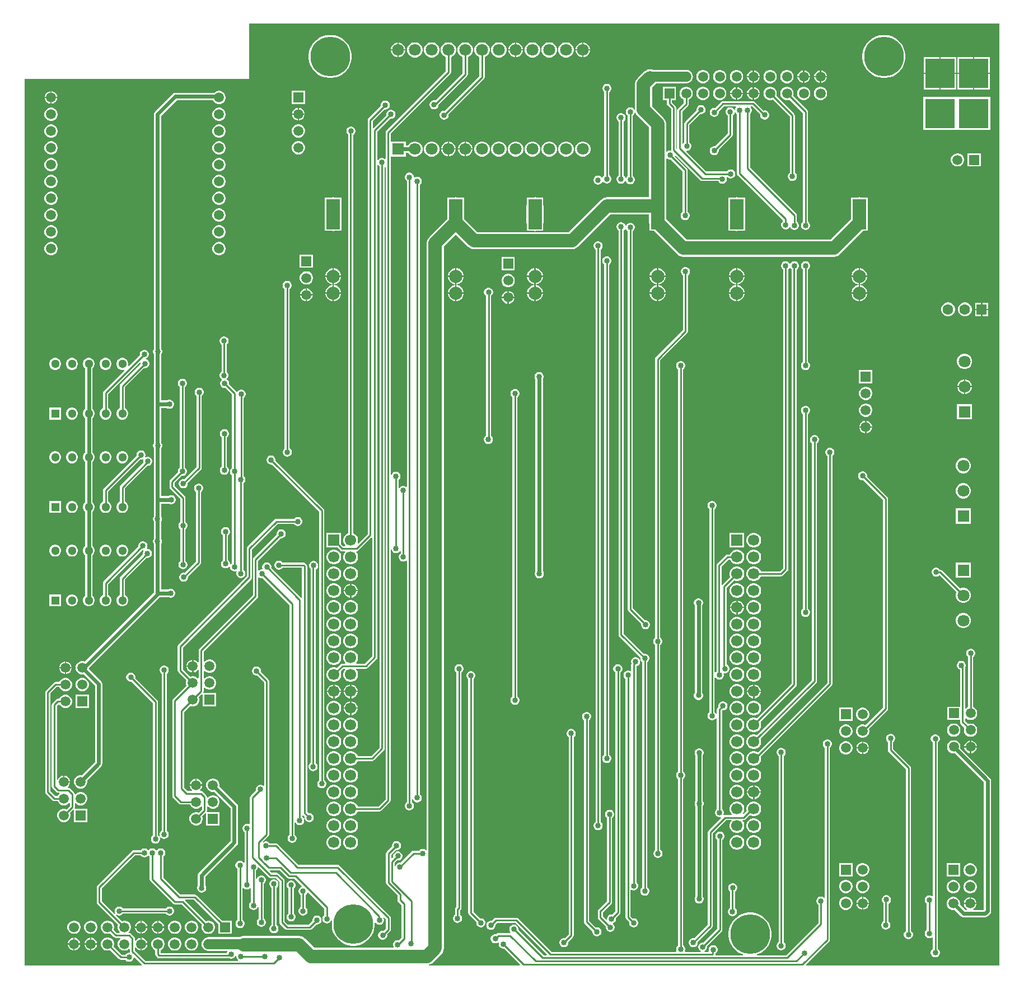
<source format=gbl>
G04*
G04 #@! TF.GenerationSoftware,Altium Limited,Altium Designer,22.11.1 (43)*
G04*
G04 Layer_Physical_Order=2*
G04 Layer_Color=16711680*
%FSLAX25Y25*%
%MOIN*%
G70*
G04*
G04 #@! TF.SameCoordinates,543C29E0-401B-4264-9DD2-DFAFA9D5F2C1*
G04*
G04*
G04 #@! TF.FilePolarity,Positive*
G04*
G01*
G75*
%ADD13C,0.01000*%
%ADD32C,0.06693*%
%ADD37R,0.06693X0.06693*%
%ADD42C,0.07087*%
%ADD43R,0.07087X0.07087*%
%ADD44C,0.05906*%
%ADD45R,0.05906X0.05906*%
%ADD61C,0.02400*%
%ADD65C,0.08000*%
%ADD68C,0.06000*%
%ADD72R,0.07874X0.07874*%
%ADD73C,0.07874*%
%ADD74R,0.05906X0.05906*%
%ADD75R,0.05906X0.05906*%
%ADD76R,0.05906X0.05906*%
%ADD77R,0.17717X0.17717*%
%ADD78C,0.06299*%
%ADD79R,0.06299X0.06299*%
%ADD80C,0.05118*%
%ADD81R,0.05118X0.05118*%
%ADD82C,0.23622*%
%ADD83C,0.02362*%
%ADD84C,0.03347*%
G36*
X585572Y4980D02*
X470596D01*
X470404Y5442D01*
X484081Y19119D01*
X484413Y19615D01*
X484529Y20200D01*
Y134596D01*
X484641Y134661D01*
X485139Y135159D01*
X485491Y135768D01*
X485673Y136448D01*
Y137152D01*
X485491Y137832D01*
X485139Y138441D01*
X484641Y138939D01*
X484032Y139291D01*
X483352Y139473D01*
X482648D01*
X481968Y139291D01*
X481359Y138939D01*
X480861Y138441D01*
X480509Y137832D01*
X480327Y137152D01*
Y136448D01*
X480509Y135768D01*
X480861Y135159D01*
X481359Y134661D01*
X481471Y134596D01*
Y45517D01*
X480971Y45310D01*
X480841Y45439D01*
X480232Y45791D01*
X479552Y45973D01*
X478848D01*
X478168Y45791D01*
X477559Y45439D01*
X477061Y44941D01*
X476709Y44332D01*
X476527Y43652D01*
Y42948D01*
X476709Y42268D01*
X477061Y41659D01*
X477559Y41161D01*
X477671Y41096D01*
Y30233D01*
X458403Y10966D01*
X441133D01*
X441054Y11466D01*
X441926Y11750D01*
X443722Y12665D01*
X445354Y13850D01*
X446780Y15276D01*
X447965Y16908D01*
X448880Y18704D01*
X449503Y20622D01*
X449819Y22614D01*
Y24630D01*
X449503Y26622D01*
X448880Y28540D01*
X447965Y30336D01*
X446780Y31968D01*
X445354Y33394D01*
X443722Y34579D01*
X441926Y35495D01*
X440008Y36118D01*
X438016Y36433D01*
X436000D01*
X434008Y36118D01*
X432090Y35495D01*
X430293Y34579D01*
X428662Y33394D01*
X427236Y31968D01*
X426051Y30336D01*
X425136Y28540D01*
X424512Y26622D01*
X424197Y24630D01*
Y22614D01*
X424512Y20622D01*
X425136Y18704D01*
X426051Y16908D01*
X427236Y15276D01*
X428662Y13850D01*
X430293Y12665D01*
X432090Y11750D01*
X432962Y11466D01*
X432883Y10966D01*
X416563D01*
X416307Y11379D01*
X416308Y11466D01*
X416419Y12023D01*
Y12133D01*
X416641Y12261D01*
X417139Y12759D01*
X417491Y13368D01*
X417673Y14048D01*
Y14752D01*
X417491Y15432D01*
X417139Y16041D01*
X416641Y16539D01*
X416032Y16891D01*
X415352Y17073D01*
X414648D01*
X413968Y16891D01*
X413359Y16539D01*
X412861Y16041D01*
X412509Y15432D01*
X412327Y14752D01*
Y14048D01*
X412483Y13466D01*
X412235Y12966D01*
X410014D01*
X410007Y12984D01*
X409931Y13466D01*
X410441Y13761D01*
X410939Y14259D01*
X411291Y14868D01*
X411473Y15548D01*
Y16252D01*
X411440Y16377D01*
X420181Y25119D01*
X420513Y25615D01*
X420629Y26200D01*
Y79854D01*
X420641Y79861D01*
X421139Y80359D01*
X421491Y80968D01*
X421673Y81648D01*
Y82352D01*
X421491Y83032D01*
X421139Y83641D01*
X420641Y84139D01*
X420032Y84491D01*
X419352Y84673D01*
X418648D01*
X417968Y84491D01*
X417359Y84139D01*
X416861Y83641D01*
X416509Y83032D01*
X416327Y82352D01*
Y81648D01*
X416509Y80968D01*
X416861Y80359D01*
X417359Y79861D01*
X417571Y79738D01*
Y26834D01*
X409277Y18540D01*
X409152Y18573D01*
X408448D01*
X407768Y18391D01*
X407159Y18039D01*
X406661Y17541D01*
X406309Y16932D01*
X406127Y16252D01*
Y15548D01*
X406309Y14868D01*
X406661Y14259D01*
X407159Y13761D01*
X407669Y13466D01*
X407593Y12984D01*
X407586Y12966D01*
X398384D01*
X398096Y13466D01*
X398160Y13578D01*
X398342Y14258D01*
Y14962D01*
X398160Y15642D01*
X397808Y16252D01*
X397311Y16749D01*
X397199Y16814D01*
Y115906D01*
X397311Y115971D01*
X397808Y116469D01*
X398160Y117078D01*
X398342Y117758D01*
Y118462D01*
X398160Y119142D01*
X397808Y119752D01*
X397311Y120249D01*
X397199Y120314D01*
Y360001D01*
X397311Y360066D01*
X397808Y360563D01*
X398160Y361173D01*
X398342Y361853D01*
Y362557D01*
X398160Y363236D01*
X397808Y363846D01*
X397311Y364344D01*
X396701Y364696D01*
X396021Y364878D01*
X395317D01*
X394637Y364696D01*
X394028Y364344D01*
X393530Y363846D01*
X393178Y363236D01*
X392996Y362557D01*
Y361853D01*
X393178Y361173D01*
X393530Y360563D01*
X394028Y360066D01*
X394140Y360001D01*
Y120314D01*
X394028Y120249D01*
X393530Y119752D01*
X393178Y119142D01*
X392996Y118462D01*
Y117758D01*
X393178Y117078D01*
X393530Y116469D01*
X394028Y115971D01*
X394140Y115906D01*
Y16814D01*
X394028Y16749D01*
X393530Y16252D01*
X393178Y15642D01*
X392996Y14962D01*
Y14258D01*
X393178Y13578D01*
X393243Y13466D01*
X392954Y12966D01*
X318897D01*
X298981Y32881D01*
X298485Y33213D01*
X297900Y33329D01*
X285700D01*
X285115Y33213D01*
X284619Y32881D01*
X283177Y31440D01*
X283052Y31473D01*
X282348D01*
X281668Y31291D01*
X281059Y30939D01*
X280561Y30441D01*
X280209Y29832D01*
X280027Y29152D01*
Y28448D01*
X280209Y27768D01*
X280561Y27159D01*
X281059Y26661D01*
X281668Y26309D01*
X282348Y26127D01*
X283052D01*
X283732Y26309D01*
X284341Y26661D01*
X284839Y27159D01*
X285191Y27768D01*
X285373Y28448D01*
Y29152D01*
X285340Y29277D01*
X286333Y30271D01*
X297267D01*
X316109Y11428D01*
X315917Y10966D01*
X314196D01*
X299040Y26123D01*
X299073Y26248D01*
Y26952D01*
X298891Y27632D01*
X298539Y28241D01*
X298041Y28739D01*
X297432Y29091D01*
X296752Y29273D01*
X296048D01*
X295368Y29091D01*
X294759Y28739D01*
X294261Y28241D01*
X293909Y27632D01*
X293727Y26952D01*
Y26248D01*
X293909Y25568D01*
X294261Y24959D01*
X294550Y24670D01*
X294304Y24209D01*
X294200Y24229D01*
X287200D01*
X286615Y24113D01*
X286119Y23781D01*
X285777Y23440D01*
X285652Y23473D01*
X284948D01*
X284268Y23291D01*
X283659Y22939D01*
X283161Y22441D01*
X282809Y21832D01*
X282627Y21152D01*
Y20448D01*
X282809Y19768D01*
X283161Y19159D01*
X283659Y18661D01*
X284268Y18309D01*
X284948Y18127D01*
X285652D01*
X286332Y18309D01*
X286941Y18661D01*
X286984Y18703D01*
X287432Y18444D01*
X287327Y18052D01*
Y17348D01*
X287509Y16668D01*
X287861Y16059D01*
X288359Y15561D01*
X288968Y15209D01*
X289648Y15027D01*
X290352D01*
X290477Y15060D01*
X300096Y5442D01*
X299904Y4980D01*
X245879D01*
X245846Y5480D01*
X246219Y5529D01*
X247435Y6033D01*
X248480Y6834D01*
X253166Y11520D01*
X253967Y12565D01*
X254471Y13781D01*
X254643Y15086D01*
Y433004D01*
X261894Y440254D01*
X269214Y432934D01*
X270259Y432132D01*
X271475Y431629D01*
X272780Y431457D01*
X272780Y431457D01*
X331050D01*
X332355Y431629D01*
X333572Y432132D01*
X334616Y432934D01*
X354026Y452344D01*
X376929D01*
Y447387D01*
X377035Y446581D01*
Y442450D01*
X379777D01*
X393693Y428534D01*
X394738Y427733D01*
X395954Y427229D01*
X397259Y427057D01*
X397259Y427057D01*
X487000D01*
X488305Y427229D01*
X489522Y427733D01*
X490566Y428534D01*
X504482Y442450D01*
X506988D01*
Y446345D01*
X507094Y447151D01*
Y457387D01*
X506988Y458193D01*
Y462324D01*
X502857D01*
X502051Y462430D01*
X501245Y462324D01*
X497114D01*
Y458193D01*
X497008Y457387D01*
Y449240D01*
X484911Y437143D01*
X399348D01*
X387016Y449476D01*
Y457387D01*
Y485397D01*
X387516Y485604D01*
X387659Y485461D01*
X388268Y485109D01*
X388948Y484927D01*
X389652D01*
X389777Y484960D01*
X396871Y477867D01*
Y453704D01*
X396759Y453639D01*
X396261Y453141D01*
X395909Y452532D01*
X395727Y451852D01*
Y451148D01*
X395909Y450468D01*
X396261Y449859D01*
X396759Y449361D01*
X397368Y449009D01*
X398048Y448827D01*
X398752D01*
X399432Y449009D01*
X400041Y449361D01*
X400539Y449859D01*
X400891Y450468D01*
X401073Y451148D01*
Y451852D01*
X400891Y452532D01*
X400539Y453141D01*
X400041Y453639D01*
X399929Y453704D01*
Y478500D01*
X399813Y479085D01*
X399481Y479581D01*
X392280Y486783D01*
X392289Y486841D01*
X392821Y487016D01*
X407297Y472541D01*
X407793Y472209D01*
X408378Y472093D01*
X418028D01*
X418333Y471563D01*
X418831Y471066D01*
X419441Y470714D01*
X420120Y470532D01*
X420824D01*
X421504Y470714D01*
X422114Y471066D01*
X422612Y471563D01*
X422963Y472173D01*
X423146Y472853D01*
Y473557D01*
X422998Y474106D01*
X423221Y474462D01*
X423347Y474572D01*
X423609Y474579D01*
X423949Y474239D01*
X424559Y473887D01*
X425239Y473705D01*
X425943D01*
X426622Y473887D01*
X427232Y474239D01*
X427730Y474736D01*
X428082Y475346D01*
X428264Y476026D01*
Y476730D01*
X428082Y477410D01*
X427730Y478019D01*
X427232Y478517D01*
X426622Y478869D01*
X425943Y479051D01*
X425239D01*
X424559Y478869D01*
X423949Y478517D01*
X423451Y478019D01*
X423387Y477907D01*
X410935D01*
X399216Y489627D01*
X399423Y490127D01*
X399752D01*
X400432Y490309D01*
X401041Y490661D01*
X401539Y491159D01*
X401891Y491768D01*
X402073Y492448D01*
Y493152D01*
X401891Y493832D01*
X401539Y494441D01*
X401041Y494939D01*
X400929Y495004D01*
Y505597D01*
X407340Y512007D01*
X407465Y511974D01*
X408168D01*
X408848Y512156D01*
X409458Y512508D01*
X409956Y513006D01*
X410308Y513615D01*
X410490Y514295D01*
Y514999D01*
X410308Y515679D01*
X409956Y516289D01*
X409458Y516786D01*
X408848Y517138D01*
X408168Y517320D01*
X407465D01*
X406785Y517138D01*
X406175Y516786D01*
X405677Y516289D01*
X405325Y515679D01*
X405143Y514999D01*
Y514295D01*
X405177Y514170D01*
X398319Y507312D01*
X397987Y506816D01*
X397871Y506231D01*
Y495004D01*
X397759Y494939D01*
X397261Y494441D01*
X397168Y494280D01*
X396668Y494414D01*
Y513586D01*
X400058Y516976D01*
X400389Y517473D01*
X400506Y518058D01*
Y520630D01*
X401403Y521148D01*
X402139Y521884D01*
X402660Y522785D01*
X402929Y523791D01*
Y524831D01*
X402660Y525837D01*
X402139Y526738D01*
X401403Y527474D01*
X400502Y527994D01*
X399497Y528264D01*
X398456D01*
X397451Y527994D01*
X396549Y527474D01*
X395813Y526738D01*
X395293Y525837D01*
X395024Y524831D01*
Y523791D01*
X395293Y522785D01*
X395813Y521884D01*
X396549Y521148D01*
X397447Y520630D01*
Y518691D01*
X394057Y515301D01*
X393725Y514805D01*
X393609Y514220D01*
Y491639D01*
X393382Y491446D01*
X393139Y491343D01*
X393029Y491411D01*
Y515800D01*
X392913Y516385D01*
X392581Y516881D01*
X390506Y518957D01*
Y520358D01*
X392929D01*
Y528264D01*
X385024D01*
Y520358D01*
X387447D01*
Y518324D01*
X387563Y517738D01*
X387895Y517242D01*
X389971Y515167D01*
Y490705D01*
X389734Y490384D01*
X389506Y490273D01*
X388948D01*
X388268Y490091D01*
X387659Y489739D01*
X387516Y489596D01*
X387016Y489803D01*
Y506128D01*
X386844Y507433D01*
X386340Y508649D01*
X385539Y509694D01*
X378643Y516589D01*
Y527711D01*
X381066Y530134D01*
X381175Y530276D01*
X398976D01*
X400021Y530414D01*
X400994Y530817D01*
X401829Y531458D01*
X402470Y532294D01*
X402873Y533267D01*
X403011Y534311D01*
X402873Y535355D01*
X402470Y536328D01*
X401829Y537164D01*
X400994Y537805D01*
X400021Y538208D01*
X398976Y538345D01*
X379350D01*
X378805Y538571D01*
X377500Y538743D01*
X376195Y538571D01*
X374978Y538067D01*
X373934Y537266D01*
X370034Y533366D01*
X369233Y532322D01*
X368729Y531105D01*
X368557Y529800D01*
Y514867D01*
X368057Y514733D01*
X367887Y515027D01*
X367389Y515525D01*
X366780Y515877D01*
X366100Y516059D01*
X365396D01*
X364716Y515877D01*
X364107Y515525D01*
X363609Y515027D01*
X363257Y514418D01*
X363075Y513738D01*
Y513034D01*
X363257Y512354D01*
X363609Y511744D01*
X364107Y511247D01*
X364219Y511182D01*
Y475038D01*
X364107Y474974D01*
X363609Y474476D01*
X363321Y473977D01*
X362934Y473972D01*
X362792Y474019D01*
X362727Y474260D01*
X362375Y474870D01*
X361878Y475367D01*
X361766Y475432D01*
Y507639D01*
X361878Y507703D01*
X362375Y508201D01*
X362727Y508811D01*
X362910Y509491D01*
Y510194D01*
X362727Y510874D01*
X362375Y511484D01*
X361878Y511982D01*
X361268Y512334D01*
X360588Y512516D01*
X359884D01*
X359204Y512334D01*
X358595Y511982D01*
X358097Y511484D01*
X357745Y510874D01*
X357563Y510194D01*
Y509491D01*
X357745Y508811D01*
X358097Y508201D01*
X358595Y507703D01*
X358707Y507639D01*
Y475432D01*
X358595Y475367D01*
X358097Y474870D01*
X357745Y474260D01*
X357563Y473580D01*
Y472876D01*
X357745Y472196D01*
X358097Y471587D01*
X358595Y471089D01*
X359204Y470737D01*
X359884Y470555D01*
X360588D01*
X361268Y470737D01*
X361878Y471089D01*
X362375Y471587D01*
X362664Y472086D01*
X363050Y472091D01*
X363192Y472044D01*
X363257Y471803D01*
X363609Y471193D01*
X364107Y470695D01*
X364716Y470344D01*
X365396Y470161D01*
X366100D01*
X366780Y470344D01*
X367389Y470695D01*
X367887Y471193D01*
X368239Y471803D01*
X368421Y472483D01*
Y473187D01*
X368239Y473867D01*
X367887Y474476D01*
X367389Y474974D01*
X367277Y475038D01*
Y511182D01*
X367389Y511247D01*
X367887Y511744D01*
X368239Y512354D01*
X368356Y512789D01*
X368882Y512823D01*
X369233Y511978D01*
X370034Y510934D01*
X376929Y504039D01*
Y462430D01*
X351937D01*
X350632Y462258D01*
X349415Y461754D01*
X348371Y460953D01*
X328961Y441543D01*
X274869D01*
X266937Y449476D01*
Y457387D01*
X266831Y458193D01*
Y462324D01*
X262700D01*
X261894Y462430D01*
X261088Y462324D01*
X256957D01*
Y458193D01*
X256851Y457387D01*
Y449476D01*
X246034Y438659D01*
X245233Y437614D01*
X244729Y436398D01*
X244557Y435093D01*
Y73693D01*
X244057Y73487D01*
X243705Y73839D01*
X243095Y74191D01*
X242415Y74373D01*
X241711D01*
X241031Y74191D01*
X240422Y73839D01*
X239924Y73341D01*
X239860Y73229D01*
X236700D01*
X236115Y73113D01*
X235619Y72781D01*
X228977Y66140D01*
X228852Y66173D01*
X228148D01*
X227468Y65991D01*
X226859Y65639D01*
X226361Y65141D01*
X226009Y64532D01*
X225827Y63852D01*
X225329Y63858D01*
Y65966D01*
X226823Y67460D01*
X226948Y67427D01*
X227652D01*
X228332Y67609D01*
X228941Y67961D01*
X229439Y68459D01*
X229791Y69068D01*
X229973Y69748D01*
Y70452D01*
X229791Y71132D01*
X229439Y71741D01*
X228941Y72239D01*
X228332Y72591D01*
X227652Y72773D01*
X226948D01*
X226268Y72591D01*
X225659Y72239D01*
X225161Y71741D01*
X224809Y71132D01*
X224627Y70452D01*
Y69748D01*
X224660Y69623D01*
X223791Y68754D01*
X223329Y68946D01*
Y70867D01*
X226123Y73660D01*
X226248Y73627D01*
X226952D01*
X227632Y73809D01*
X228241Y74161D01*
X228739Y74659D01*
X229091Y75268D01*
X229273Y75948D01*
Y76652D01*
X229091Y77332D01*
X228739Y77941D01*
X228241Y78439D01*
X227632Y78791D01*
X226952Y78973D01*
X226248D01*
X225568Y78791D01*
X224959Y78439D01*
X224461Y77941D01*
X224109Y77332D01*
X223927Y76652D01*
Y75948D01*
X223960Y75823D01*
X220719Y72581D01*
X220387Y72085D01*
X220271Y71500D01*
Y54172D01*
X220387Y53586D01*
X220719Y53090D01*
X227171Y46638D01*
Y43966D01*
X227287Y43381D01*
X227619Y42885D01*
X229444Y41059D01*
Y21692D01*
X227767Y20016D01*
X227552Y20073D01*
X226848D01*
X226168Y19891D01*
X225559Y19539D01*
X225061Y19041D01*
X224709Y18432D01*
X224527Y17752D01*
Y17048D01*
X224709Y16368D01*
X224954Y15943D01*
X224713Y15443D01*
X177689D01*
X172166Y20966D01*
X171122Y21768D01*
X169905Y22271D01*
X168600Y22443D01*
X135600D01*
X134295Y22271D01*
X133078Y21768D01*
X133057Y21751D01*
X114488D01*
X113444Y21614D01*
X112471Y21211D01*
X111635Y20569D01*
X110994Y19734D01*
X110591Y18761D01*
X110454Y17717D01*
X110591Y16672D01*
X110994Y15699D01*
X111635Y14864D01*
X112471Y14222D01*
X113444Y13819D01*
X114488Y13682D01*
X125775D01*
X125873Y13445D01*
X125942Y13182D01*
X125609Y12605D01*
X125535Y12329D01*
X86018D01*
Y14035D01*
X86915Y14554D01*
X87651Y15290D01*
X88172Y16191D01*
X88441Y17196D01*
Y18237D01*
X88172Y19242D01*
X87651Y20144D01*
X86915Y20879D01*
X86014Y21400D01*
X85009Y21669D01*
X83968D01*
X82963Y21400D01*
X82061Y20879D01*
X81325Y20144D01*
X80805Y19242D01*
X80535Y18237D01*
Y17196D01*
X80805Y16191D01*
X81325Y15290D01*
X82061Y14554D01*
X82959Y14035D01*
Y11512D01*
X83075Y10926D01*
X83407Y10430D01*
X84119Y9719D01*
X84615Y9387D01*
X85200Y9271D01*
X126692D01*
X126729Y9278D01*
X127068Y9082D01*
X127748Y8900D01*
X128452D01*
X129132Y9082D01*
X129741Y9434D01*
X130239Y9932D01*
X130591Y10541D01*
X130627Y10675D01*
X131127Y10609D01*
Y10048D01*
X131309Y9368D01*
X131661Y8759D01*
X132159Y8261D01*
X132213Y8229D01*
X132079Y7729D01*
X77034D01*
X70821Y13942D01*
Y15588D01*
X71321Y15722D01*
X71495Y15420D01*
X72192Y14724D01*
X73045Y14231D01*
X73996Y13976D01*
X74094D01*
Y17717D01*
Y21457D01*
X73996D01*
X73045Y21202D01*
X72192Y20709D01*
X71495Y20013D01*
X71321Y19711D01*
X70821Y19845D01*
Y20866D01*
X70704Y21451D01*
X70373Y21948D01*
X68404Y23916D01*
X67908Y24248D01*
X67415Y24346D01*
X67277Y24598D01*
X67226Y24864D01*
X67651Y25289D01*
X68172Y26191D01*
X68441Y27196D01*
Y28237D01*
X68172Y29242D01*
X67651Y30144D01*
X66915Y30880D01*
X66014Y31400D01*
X65009Y31669D01*
X63968D01*
X62967Y31401D01*
X59555Y34813D01*
X59862Y35213D01*
X60386Y34911D01*
X61065Y34728D01*
X61769D01*
X62449Y34911D01*
X63059Y35263D01*
X63556Y35760D01*
X63621Y35872D01*
X89135D01*
X89200Y35760D01*
X89697Y35263D01*
X90307Y34911D01*
X90987Y34728D01*
X91690D01*
X92370Y34911D01*
X92980Y35263D01*
X93478Y35760D01*
X93830Y36370D01*
X94012Y37050D01*
Y37753D01*
X93830Y38433D01*
X93478Y39043D01*
X92980Y39541D01*
X92370Y39893D01*
X91690Y40075D01*
X90987D01*
X90307Y39893D01*
X89697Y39541D01*
X89200Y39043D01*
X89135Y38931D01*
X63621D01*
X63556Y39043D01*
X63059Y39541D01*
X62449Y39893D01*
X61769Y40075D01*
X61065D01*
X60386Y39893D01*
X59776Y39541D01*
X59278Y39043D01*
X58926Y38433D01*
X58744Y37753D01*
Y37050D01*
X58926Y36370D01*
X59228Y35846D01*
X58828Y35539D01*
X51136Y43232D01*
Y50941D01*
X70712Y70518D01*
X74174D01*
X74239Y70406D01*
X74736Y69908D01*
X75346Y69556D01*
X76026Y69374D01*
X76730D01*
X77410Y69556D01*
X78019Y69908D01*
X78434Y70323D01*
X78740Y70371D01*
X79046Y70323D01*
X79461Y69908D01*
X79573Y69843D01*
Y56299D01*
X79689Y55714D01*
X80021Y55218D01*
X93407Y41832D01*
X93903Y41500D01*
X94488Y41384D01*
X98658D01*
X110804Y29238D01*
X110535Y28237D01*
Y27196D01*
X110805Y26191D01*
X111325Y25289D01*
X112061Y24554D01*
X112962Y24033D01*
X113968Y23764D01*
X115009D01*
X116014Y24033D01*
X116915Y24554D01*
X117651Y25289D01*
X118172Y26191D01*
X118441Y27196D01*
Y28237D01*
X118172Y29242D01*
X117651Y30144D01*
X116915Y30880D01*
X116014Y31400D01*
X115009Y31669D01*
X113968D01*
X112967Y31401D01*
X100750Y43617D01*
X100958Y44117D01*
X105867D01*
X120535Y29448D01*
Y23764D01*
X128441D01*
Y31669D01*
X122640D01*
X107581Y46728D01*
X107085Y47060D01*
X106500Y47176D01*
X97900D01*
X87750Y57326D01*
Y69843D01*
X87862Y69908D01*
X88360Y70406D01*
X88712Y71015D01*
X88894Y71695D01*
Y72399D01*
X88712Y73079D01*
X88360Y73689D01*
X87862Y74186D01*
X87252Y74538D01*
X86572Y74721D01*
X85869D01*
X85189Y74538D01*
X84579Y74186D01*
X84081Y73689D01*
X83950Y73461D01*
X83373D01*
X83241Y73689D01*
X82744Y74186D01*
X82134Y74538D01*
X81454Y74721D01*
X80750D01*
X80071Y74538D01*
X79461Y74186D01*
X79046Y73772D01*
X78740Y73724D01*
X78434Y73772D01*
X78019Y74186D01*
X77410Y74538D01*
X76730Y74721D01*
X76026D01*
X75346Y74538D01*
X74736Y74186D01*
X74239Y73689D01*
X74174Y73577D01*
X70079D01*
X69494Y73460D01*
X68997Y73129D01*
X48525Y52656D01*
X48193Y52160D01*
X48077Y51575D01*
Y42598D01*
X48193Y42013D01*
X48525Y41517D01*
X60804Y29238D01*
X60535Y28237D01*
Y27196D01*
X60805Y26191D01*
X61325Y25289D01*
X61751Y24864D01*
X61544Y24364D01*
X60004D01*
X58173Y26195D01*
X58441Y27196D01*
Y28237D01*
X58172Y29242D01*
X57651Y30144D01*
X56915Y30880D01*
X56014Y31400D01*
X55009Y31669D01*
X53968D01*
X52962Y31400D01*
X52061Y30880D01*
X51325Y30144D01*
X50805Y29242D01*
X50535Y28237D01*
Y27196D01*
X50805Y26191D01*
X51325Y25289D01*
X52061Y24554D01*
X52962Y24033D01*
X53968Y23764D01*
X55009D01*
X56010Y24032D01*
X58289Y21753D01*
X58785Y21422D01*
X59370Y21305D01*
X61882D01*
X61987Y20805D01*
X61325Y20144D01*
X60805Y19242D01*
X60535Y18237D01*
Y17196D01*
X60805Y16191D01*
X61325Y15290D01*
X62061Y14554D01*
X62963Y14033D01*
X63968Y13764D01*
X65009D01*
X66014Y14033D01*
X66915Y14554D01*
X67262Y14900D01*
X67762Y14693D01*
Y13309D01*
X67825Y12993D01*
X67798Y12909D01*
X67471Y12526D01*
X67449Y12516D01*
X66971D01*
X66291Y12334D01*
X65681Y11982D01*
X65184Y11484D01*
X65119Y11372D01*
X62996D01*
X58173Y16195D01*
X58441Y17196D01*
Y18237D01*
X58172Y19242D01*
X57651Y20144D01*
X56915Y20879D01*
X56014Y21400D01*
X55009Y21669D01*
X53968D01*
X52962Y21400D01*
X52061Y20879D01*
X51325Y20144D01*
X50805Y19242D01*
X50535Y18237D01*
Y17196D01*
X50805Y16191D01*
X51325Y15290D01*
X52061Y14554D01*
X52962Y14033D01*
X53968Y13764D01*
X55009D01*
X56010Y14032D01*
X61281Y8761D01*
X61777Y8430D01*
X62362Y8313D01*
X65119D01*
X65184Y8201D01*
X65681Y7703D01*
X66291Y7351D01*
X66971Y7169D01*
X67675D01*
X68355Y7351D01*
X68964Y7703D01*
X69462Y8201D01*
X69814Y8811D01*
X69996Y9491D01*
Y9734D01*
X70496Y9941D01*
X74958Y5480D01*
X74750Y4980D01*
X4980D01*
Y532874D01*
X138827D01*
Y565886D01*
X585572D01*
Y4980D01*
D02*
G37*
%LPC*%
G36*
X338051Y554528D02*
X337874D01*
Y550591D01*
X341811D01*
Y550767D01*
X341516Y551868D01*
X340946Y552856D01*
X340139Y553662D01*
X339152Y554232D01*
X338051Y554528D01*
D02*
G37*
G36*
X298050D02*
X297874D01*
Y550591D01*
X301811D01*
Y550767D01*
X301516Y551868D01*
X300946Y552856D01*
X300139Y553662D01*
X299152Y554232D01*
X298050Y554528D01*
D02*
G37*
G36*
X228050D02*
X227874D01*
Y550591D01*
X231811D01*
Y550767D01*
X231516Y551868D01*
X230946Y552856D01*
X230139Y553662D01*
X229152Y554232D01*
X228050Y554528D01*
D02*
G37*
G36*
X227087D02*
X226910D01*
X225809Y554232D01*
X224821Y553662D01*
X224015Y552856D01*
X223445Y551868D01*
X223150Y550767D01*
Y550591D01*
X227087D01*
Y554528D01*
D02*
G37*
G36*
X297087D02*
X296910D01*
X295809Y554232D01*
X294821Y553662D01*
X294015Y552856D01*
X293445Y551868D01*
X293150Y550767D01*
Y550591D01*
X297087D01*
Y554528D01*
D02*
G37*
G36*
X337087D02*
X336910D01*
X335809Y554232D01*
X334821Y553662D01*
X334015Y552856D01*
X333445Y551868D01*
X333150Y550767D01*
Y550591D01*
X337087D01*
Y554528D01*
D02*
G37*
G36*
X341811Y549803D02*
X337874D01*
Y545866D01*
X338051D01*
X339152Y546161D01*
X340139Y546731D01*
X340946Y547538D01*
X341516Y548525D01*
X341811Y549627D01*
Y549803D01*
D02*
G37*
G36*
X337087D02*
X333150D01*
Y549627D01*
X333445Y548525D01*
X334015Y547538D01*
X334821Y546731D01*
X335809Y546161D01*
X336910Y545866D01*
X337087D01*
Y549803D01*
D02*
G37*
G36*
X301811D02*
X297874D01*
Y545866D01*
X298050D01*
X299152Y546161D01*
X300139Y546731D01*
X300946Y547538D01*
X301516Y548525D01*
X301811Y549627D01*
Y549803D01*
D02*
G37*
G36*
X297087D02*
X293150D01*
Y549627D01*
X293445Y548525D01*
X294015Y547538D01*
X294821Y546731D01*
X295809Y546161D01*
X296910Y545866D01*
X297087D01*
Y549803D01*
D02*
G37*
G36*
X231811D02*
X227874D01*
Y545866D01*
X228050D01*
X229152Y546161D01*
X230139Y546731D01*
X230946Y547538D01*
X231516Y548525D01*
X231811Y549627D01*
Y549803D01*
D02*
G37*
G36*
X227087D02*
X223150D01*
Y549627D01*
X223445Y548525D01*
X224015Y547538D01*
X224821Y546731D01*
X225809Y546161D01*
X226910Y545866D01*
X227087D01*
Y549803D01*
D02*
G37*
G36*
X328079Y554740D02*
X326882D01*
X325727Y554430D01*
X324691Y553832D01*
X323845Y552986D01*
X323247Y551951D01*
X322937Y550795D01*
Y549599D01*
X323247Y548443D01*
X323845Y547407D01*
X324691Y546561D01*
X325727Y545963D01*
X326882Y545653D01*
X328079D01*
X329234Y545963D01*
X330270Y546561D01*
X331116Y547407D01*
X331714Y548443D01*
X332024Y549599D01*
Y550795D01*
X331714Y551951D01*
X331116Y552986D01*
X330270Y553832D01*
X329234Y554430D01*
X328079Y554740D01*
D02*
G37*
G36*
X318078D02*
X316882D01*
X315727Y554430D01*
X314691Y553832D01*
X313845Y552986D01*
X313247Y551951D01*
X312937Y550795D01*
Y549599D01*
X313247Y548443D01*
X313845Y547407D01*
X314691Y546561D01*
X315727Y545963D01*
X316882Y545653D01*
X318078D01*
X319234Y545963D01*
X320270Y546561D01*
X321116Y547407D01*
X321714Y548443D01*
X322024Y549599D01*
Y550795D01*
X321714Y551951D01*
X321116Y552986D01*
X320270Y553832D01*
X319234Y554430D01*
X318078Y554740D01*
D02*
G37*
G36*
X308079D02*
X306882D01*
X305727Y554430D01*
X304691Y553832D01*
X303845Y552986D01*
X303247Y551951D01*
X302937Y550795D01*
Y549599D01*
X303247Y548443D01*
X303845Y547407D01*
X304691Y546561D01*
X305727Y545963D01*
X306882Y545653D01*
X308079D01*
X309234Y545963D01*
X310270Y546561D01*
X311116Y547407D01*
X311714Y548443D01*
X312024Y549599D01*
Y550795D01*
X311714Y551951D01*
X311116Y552986D01*
X310270Y553832D01*
X309234Y554430D01*
X308079Y554740D01*
D02*
G37*
G36*
X288078D02*
X286882D01*
X285727Y554430D01*
X284691Y553832D01*
X283845Y552986D01*
X283247Y551951D01*
X282937Y550795D01*
Y549599D01*
X283247Y548443D01*
X283845Y547407D01*
X284691Y546561D01*
X285727Y545963D01*
X286882Y545653D01*
X288078D01*
X289234Y545963D01*
X290270Y546561D01*
X291116Y547407D01*
X291714Y548443D01*
X292024Y549599D01*
Y550795D01*
X291714Y551951D01*
X291116Y552986D01*
X290270Y553832D01*
X289234Y554430D01*
X288078Y554740D01*
D02*
G37*
G36*
X248078D02*
X246882D01*
X245727Y554430D01*
X244691Y553832D01*
X243845Y552986D01*
X243247Y551951D01*
X242937Y550795D01*
Y549599D01*
X243247Y548443D01*
X243845Y547407D01*
X244691Y546561D01*
X245727Y545963D01*
X246882Y545653D01*
X248078D01*
X249234Y545963D01*
X250270Y546561D01*
X251116Y547407D01*
X251714Y548443D01*
X252024Y549599D01*
Y550795D01*
X251714Y551951D01*
X251116Y552986D01*
X250270Y553832D01*
X249234Y554430D01*
X248078Y554740D01*
D02*
G37*
G36*
X238078D02*
X236882D01*
X235727Y554430D01*
X234691Y553832D01*
X233845Y552986D01*
X233247Y551951D01*
X232937Y550795D01*
Y549599D01*
X233247Y548443D01*
X233845Y547407D01*
X234691Y546561D01*
X235727Y545963D01*
X236882Y545653D01*
X238078D01*
X239234Y545963D01*
X240270Y546561D01*
X241116Y547407D01*
X241714Y548443D01*
X242024Y549599D01*
Y550795D01*
X241714Y551951D01*
X241116Y552986D01*
X240270Y553832D01*
X239234Y554430D01*
X238078Y554740D01*
D02*
G37*
G36*
X579783Y545957D02*
X570532D01*
Y536705D01*
X579783D01*
Y545957D01*
D02*
G37*
G36*
X569744D02*
X560492D01*
Y536705D01*
X569744D01*
Y545957D01*
D02*
G37*
G36*
X559784D02*
X550531D01*
Y536705D01*
X559784D01*
Y545957D01*
D02*
G37*
G36*
X549744D02*
X540492D01*
Y536705D01*
X549744D01*
Y545957D01*
D02*
G37*
G36*
X479469Y538051D02*
X479370D01*
Y534705D01*
X482717D01*
Y534803D01*
X482462Y535755D01*
X481969Y536608D01*
X481273Y537304D01*
X480420Y537796D01*
X479469Y538051D01*
D02*
G37*
G36*
X478583D02*
X478484D01*
X477533Y537796D01*
X476680Y537304D01*
X475983Y536608D01*
X475491Y535755D01*
X475236Y534803D01*
Y534705D01*
X478583D01*
Y538051D01*
D02*
G37*
G36*
X469469D02*
X469370D01*
Y534705D01*
X472717D01*
Y534803D01*
X472462Y535755D01*
X471969Y536608D01*
X471273Y537304D01*
X470420Y537796D01*
X469469Y538051D01*
D02*
G37*
G36*
X468583D02*
X468484D01*
X467533Y537796D01*
X466680Y537304D01*
X465983Y536608D01*
X465491Y535755D01*
X465236Y534803D01*
Y534705D01*
X468583D01*
Y538051D01*
D02*
G37*
G36*
X439469D02*
X439370D01*
Y534705D01*
X442717D01*
Y534803D01*
X442462Y535755D01*
X441969Y536608D01*
X441273Y537304D01*
X440420Y537796D01*
X439469Y538051D01*
D02*
G37*
G36*
X438583D02*
X438484D01*
X437533Y537796D01*
X436680Y537304D01*
X435984Y536608D01*
X435491Y535755D01*
X435236Y534803D01*
Y534705D01*
X438583D01*
Y538051D01*
D02*
G37*
G36*
X517740Y559071D02*
X515724D01*
X513732Y558755D01*
X511815Y558132D01*
X510018Y557217D01*
X508387Y556032D01*
X506961Y554606D01*
X505775Y552974D01*
X504860Y551178D01*
X504237Y549260D01*
X503921Y547268D01*
Y545252D01*
X504237Y543260D01*
X504860Y541342D01*
X505775Y539545D01*
X506961Y537914D01*
X508387Y536488D01*
X510018Y535303D01*
X511815Y534387D01*
X513732Y533764D01*
X515724Y533449D01*
X517740D01*
X519732Y533764D01*
X521650Y534387D01*
X523447Y535303D01*
X525078Y536488D01*
X526504Y537914D01*
X527689Y539545D01*
X528605Y541342D01*
X529228Y543260D01*
X529543Y545252D01*
Y547268D01*
X529228Y549260D01*
X528605Y551178D01*
X527689Y552974D01*
X526504Y554606D01*
X525078Y556032D01*
X523447Y557217D01*
X521650Y558132D01*
X519732Y558755D01*
X517740Y559071D01*
D02*
G37*
G36*
X188016D02*
X186000D01*
X184008Y558755D01*
X182090Y558132D01*
X180293Y557217D01*
X178662Y556032D01*
X177236Y554606D01*
X176051Y552974D01*
X175135Y551178D01*
X174512Y549260D01*
X174197Y547268D01*
Y545252D01*
X174512Y543260D01*
X175135Y541342D01*
X176051Y539545D01*
X177236Y537914D01*
X178662Y536488D01*
X180293Y535303D01*
X182090Y534387D01*
X184008Y533764D01*
X186000Y533449D01*
X188016D01*
X190008Y533764D01*
X191926Y534387D01*
X193722Y535303D01*
X195354Y536488D01*
X196780Y537914D01*
X197965Y539545D01*
X198880Y541342D01*
X199503Y543260D01*
X199819Y545252D01*
Y547268D01*
X199503Y549260D01*
X198880Y551178D01*
X197965Y552974D01*
X196780Y554606D01*
X195354Y556032D01*
X193722Y557217D01*
X191926Y558132D01*
X190008Y558755D01*
X188016Y559071D01*
D02*
G37*
G36*
X482717Y533917D02*
X479370D01*
Y530571D01*
X479469D01*
X480420Y530826D01*
X481273Y531318D01*
X481969Y532015D01*
X482462Y532867D01*
X482717Y533819D01*
Y533917D01*
D02*
G37*
G36*
X478583D02*
X475236D01*
Y533819D01*
X475491Y532867D01*
X475983Y532015D01*
X476680Y531318D01*
X477533Y530826D01*
X478484Y530571D01*
X478583D01*
Y533917D01*
D02*
G37*
G36*
X472717D02*
X469370D01*
Y530571D01*
X469469D01*
X470420Y530826D01*
X471273Y531318D01*
X471969Y532015D01*
X472462Y532867D01*
X472717Y533819D01*
Y533917D01*
D02*
G37*
G36*
X468583D02*
X465236D01*
Y533819D01*
X465491Y532867D01*
X465983Y532015D01*
X466680Y531318D01*
X467533Y530826D01*
X468484Y530571D01*
X468583D01*
Y533917D01*
D02*
G37*
G36*
X442717D02*
X439370D01*
Y530571D01*
X439469D01*
X440420Y530826D01*
X441273Y531318D01*
X441969Y532015D01*
X442462Y532867D01*
X442717Y533819D01*
Y533917D01*
D02*
G37*
G36*
X438583D02*
X435236D01*
Y533819D01*
X435491Y532867D01*
X435984Y532015D01*
X436680Y531318D01*
X437533Y530826D01*
X438484Y530571D01*
X438583D01*
Y533917D01*
D02*
G37*
G36*
X459497Y538264D02*
X458456D01*
X457451Y537994D01*
X456549Y537474D01*
X455813Y536738D01*
X455293Y535837D01*
X455024Y534831D01*
Y533791D01*
X455293Y532785D01*
X455813Y531884D01*
X456549Y531148D01*
X457451Y530628D01*
X458456Y530358D01*
X459497D01*
X460502Y530628D01*
X461403Y531148D01*
X462139Y531884D01*
X462660Y532785D01*
X462929Y533791D01*
Y534831D01*
X462660Y535837D01*
X462139Y536738D01*
X461403Y537474D01*
X460502Y537994D01*
X459497Y538264D01*
D02*
G37*
G36*
X449497D02*
X448456D01*
X447451Y537994D01*
X446549Y537474D01*
X445813Y536738D01*
X445293Y535837D01*
X445024Y534831D01*
Y533791D01*
X445293Y532785D01*
X445813Y531884D01*
X446549Y531148D01*
X447451Y530628D01*
X448456Y530358D01*
X449497D01*
X450502Y530628D01*
X451403Y531148D01*
X452139Y531884D01*
X452660Y532785D01*
X452929Y533791D01*
Y534831D01*
X452660Y535837D01*
X452139Y536738D01*
X451403Y537474D01*
X450502Y537994D01*
X449497Y538264D01*
D02*
G37*
G36*
X429497D02*
X428456D01*
X427451Y537994D01*
X426549Y537474D01*
X425813Y536738D01*
X425293Y535837D01*
X425024Y534831D01*
Y533791D01*
X425293Y532785D01*
X425813Y531884D01*
X426549Y531148D01*
X427451Y530628D01*
X428456Y530358D01*
X429497D01*
X430502Y530628D01*
X431403Y531148D01*
X432139Y531884D01*
X432660Y532785D01*
X432929Y533791D01*
Y534831D01*
X432660Y535837D01*
X432139Y536738D01*
X431403Y537474D01*
X430502Y537994D01*
X429497Y538264D01*
D02*
G37*
G36*
X419497D02*
X418456D01*
X417451Y537994D01*
X416549Y537474D01*
X415813Y536738D01*
X415293Y535837D01*
X415024Y534831D01*
Y533791D01*
X415293Y532785D01*
X415813Y531884D01*
X416549Y531148D01*
X417451Y530628D01*
X418456Y530358D01*
X419497D01*
X420502Y530628D01*
X421403Y531148D01*
X422139Y531884D01*
X422660Y532785D01*
X422929Y533791D01*
Y534831D01*
X422660Y535837D01*
X422139Y536738D01*
X421403Y537474D01*
X420502Y537994D01*
X419497Y538264D01*
D02*
G37*
G36*
X409497D02*
X408456D01*
X407451Y537994D01*
X406549Y537474D01*
X405813Y536738D01*
X405293Y535837D01*
X405024Y534831D01*
Y533791D01*
X405293Y532785D01*
X405813Y531884D01*
X406549Y531148D01*
X407451Y530628D01*
X408456Y530358D01*
X409497D01*
X410502Y530628D01*
X411403Y531148D01*
X412139Y531884D01*
X412660Y532785D01*
X412929Y533791D01*
Y534831D01*
X412660Y535837D01*
X412139Y536738D01*
X411403Y537474D01*
X410502Y537994D01*
X409497Y538264D01*
D02*
G37*
G36*
X579783Y535917D02*
X570532D01*
Y526665D01*
X579783D01*
Y535917D01*
D02*
G37*
G36*
X569744D02*
X560492D01*
Y526665D01*
X569744D01*
Y535917D01*
D02*
G37*
G36*
X559784D02*
X550531D01*
Y526665D01*
X559784D01*
Y535917D01*
D02*
G37*
G36*
X549744D02*
X540492D01*
Y526665D01*
X549744D01*
Y535917D01*
D02*
G37*
G36*
X439469Y528051D02*
X439370D01*
Y524705D01*
X442717D01*
Y524803D01*
X442462Y525755D01*
X441969Y526608D01*
X441273Y527304D01*
X440420Y527796D01*
X439469Y528051D01*
D02*
G37*
G36*
X438583D02*
X438484D01*
X437533Y527796D01*
X436680Y527304D01*
X435984Y526608D01*
X435491Y525755D01*
X435236Y524803D01*
Y524705D01*
X438583D01*
Y528051D01*
D02*
G37*
G36*
X429469D02*
X429370D01*
Y524705D01*
X432717D01*
Y524803D01*
X432462Y525755D01*
X431969Y526608D01*
X431273Y527304D01*
X430420Y527796D01*
X429469Y528051D01*
D02*
G37*
G36*
X428583D02*
X428484D01*
X427533Y527796D01*
X426680Y527304D01*
X425983Y526608D01*
X425491Y525755D01*
X425236Y524803D01*
Y524705D01*
X428583D01*
Y528051D01*
D02*
G37*
G36*
X21319Y525614D02*
X21220D01*
Y522268D01*
X24567D01*
Y522366D01*
X24312Y523318D01*
X23820Y524170D01*
X23123Y524867D01*
X22270Y525359D01*
X21319Y525614D01*
D02*
G37*
G36*
X20433D02*
X20334D01*
X19383Y525359D01*
X18530Y524867D01*
X17834Y524170D01*
X17342Y523318D01*
X17087Y522366D01*
Y522268D01*
X20433D01*
Y525614D01*
D02*
G37*
G36*
X442717Y523917D02*
X439370D01*
Y520571D01*
X439469D01*
X440420Y520826D01*
X441273Y521318D01*
X441969Y522015D01*
X442462Y522867D01*
X442717Y523819D01*
Y523917D01*
D02*
G37*
G36*
X438583D02*
X435236D01*
Y523819D01*
X435491Y522867D01*
X435984Y522015D01*
X436680Y521318D01*
X437533Y520826D01*
X438484Y520571D01*
X438583D01*
Y523917D01*
D02*
G37*
G36*
X432717D02*
X429370D01*
Y520571D01*
X429469D01*
X430420Y520826D01*
X431273Y521318D01*
X431969Y522015D01*
X432462Y522867D01*
X432717Y523819D01*
Y523917D01*
D02*
G37*
G36*
X428583D02*
X425236D01*
Y523819D01*
X425491Y522867D01*
X425983Y522015D01*
X426680Y521318D01*
X427533Y520826D01*
X428484Y520571D01*
X428583D01*
Y523917D01*
D02*
G37*
G36*
X479497Y528264D02*
X478456D01*
X477451Y527994D01*
X476549Y527474D01*
X475813Y526738D01*
X475293Y525837D01*
X475024Y524831D01*
Y523791D01*
X475293Y522785D01*
X475813Y521884D01*
X476549Y521148D01*
X477451Y520628D01*
X478456Y520358D01*
X479497D01*
X480502Y520628D01*
X481403Y521148D01*
X482139Y521884D01*
X482660Y522785D01*
X482929Y523791D01*
Y524831D01*
X482660Y525837D01*
X482139Y526738D01*
X481403Y527474D01*
X480502Y527994D01*
X479497Y528264D01*
D02*
G37*
G36*
X469497D02*
X468456D01*
X467451Y527994D01*
X466549Y527474D01*
X465813Y526738D01*
X465293Y525837D01*
X465024Y524831D01*
Y523791D01*
X465293Y522785D01*
X465813Y521884D01*
X466549Y521148D01*
X467451Y520628D01*
X468456Y520358D01*
X469497D01*
X470502Y520628D01*
X471403Y521148D01*
X472139Y521884D01*
X472660Y522785D01*
X472929Y523791D01*
Y524831D01*
X472660Y525837D01*
X472139Y526738D01*
X471403Y527474D01*
X470502Y527994D01*
X469497Y528264D01*
D02*
G37*
G36*
X419497D02*
X418456D01*
X417451Y527994D01*
X416549Y527474D01*
X415813Y526738D01*
X415293Y525837D01*
X415024Y524831D01*
Y523791D01*
X415293Y522785D01*
X415813Y521884D01*
X416549Y521148D01*
X417451Y520628D01*
X418456Y520358D01*
X419497D01*
X420502Y520628D01*
X421403Y521148D01*
X422139Y521884D01*
X422660Y522785D01*
X422929Y523791D01*
Y524831D01*
X422660Y525837D01*
X422139Y526738D01*
X421403Y527474D01*
X420502Y527994D01*
X419497Y528264D01*
D02*
G37*
G36*
X409497D02*
X408456D01*
X407451Y527994D01*
X406549Y527474D01*
X405813Y526738D01*
X405293Y525837D01*
X405024Y524831D01*
Y523791D01*
X405293Y522785D01*
X405813Y521884D01*
X406549Y521148D01*
X407451Y520628D01*
X408456Y520358D01*
X409497D01*
X410502Y520628D01*
X411403Y521148D01*
X412139Y521884D01*
X412660Y522785D01*
X412929Y523791D01*
Y524831D01*
X412660Y525837D01*
X412139Y526738D01*
X411403Y527474D01*
X410502Y527994D01*
X409497Y528264D01*
D02*
G37*
G36*
X268078Y554740D02*
X266882D01*
X265727Y554430D01*
X264691Y553832D01*
X263845Y552986D01*
X263247Y551951D01*
X262937Y550795D01*
Y549599D01*
X263247Y548443D01*
X263845Y547407D01*
X264691Y546561D01*
X265727Y545963D01*
X265951Y545903D01*
Y536314D01*
X249692Y520055D01*
X249252Y520173D01*
X248548D01*
X247868Y519991D01*
X247259Y519639D01*
X246761Y519141D01*
X246409Y518532D01*
X246227Y517852D01*
Y517148D01*
X246409Y516468D01*
X246761Y515859D01*
X247259Y515361D01*
X247868Y515009D01*
X248548Y514827D01*
X249252D01*
X249932Y515009D01*
X250541Y515361D01*
X251039Y515859D01*
X251391Y516468D01*
X251573Y517148D01*
Y517610D01*
X268562Y534599D01*
X268893Y535095D01*
X269010Y535680D01*
Y545903D01*
X269234Y545963D01*
X270270Y546561D01*
X271116Y547407D01*
X271714Y548443D01*
X272024Y549599D01*
Y550795D01*
X271714Y551951D01*
X271116Y552986D01*
X270270Y553832D01*
X269234Y554430D01*
X268078Y554740D01*
D02*
G37*
G36*
X24567Y521480D02*
X21220D01*
Y518134D01*
X21319D01*
X22270Y518389D01*
X23123Y518881D01*
X23820Y519578D01*
X24312Y520430D01*
X24567Y521382D01*
Y521480D01*
D02*
G37*
G36*
X20433D02*
X17087D01*
Y521382D01*
X17342Y520430D01*
X17834Y519578D01*
X18530Y518881D01*
X19383Y518389D01*
X20334Y518134D01*
X20433D01*
Y521480D01*
D02*
G37*
G36*
X172063Y525921D02*
X164157D01*
Y518016D01*
X172063D01*
Y525921D01*
D02*
G37*
G36*
X121347Y525827D02*
X120306D01*
X119301Y525557D01*
X118400Y525037D01*
X118047Y524684D01*
X94882D01*
X94024Y524513D01*
X93296Y524027D01*
X82666Y513397D01*
X82180Y512669D01*
X82009Y511811D01*
Y371878D01*
X81809Y371532D01*
X81627Y370852D01*
Y370148D01*
X81809Y369468D01*
X82009Y369122D01*
Y367717D01*
X82009Y367716D01*
Y339764D01*
Y315878D01*
X81809Y315532D01*
X81627Y314852D01*
Y314148D01*
X81809Y313468D01*
X82009Y313122D01*
Y311811D01*
X82009Y311811D01*
X82009Y311811D01*
Y282273D01*
Y272351D01*
X81709Y271832D01*
X81527Y271152D01*
Y270448D01*
X81709Y269768D01*
X82009Y269249D01*
Y259051D01*
X81709Y258532D01*
X81527Y257852D01*
Y257148D01*
X81709Y256468D01*
X82009Y255949D01*
Y253937D01*
X82009Y253937D01*
Y227082D01*
X40880Y185953D01*
X39969Y186197D01*
X38928D01*
X37923Y185927D01*
X37022Y185407D01*
X36286Y184671D01*
X35765Y183770D01*
X35496Y182764D01*
Y181724D01*
X35765Y180718D01*
X36286Y179817D01*
X37022Y179081D01*
X37923Y178561D01*
X38928Y178291D01*
X39969D01*
X40174Y178346D01*
X46979Y171541D01*
Y126018D01*
X39190Y118228D01*
X38985Y118283D01*
X37944D01*
X36939Y118014D01*
X36037Y117494D01*
X35302Y116758D01*
X34781Y115856D01*
X34512Y114851D01*
Y113810D01*
X34781Y112805D01*
X35302Y111904D01*
X36037Y111168D01*
X36939Y110647D01*
X37944Y110378D01*
X38985D01*
X39990Y110647D01*
X40892Y111168D01*
X41628Y111904D01*
X42148Y112805D01*
X42417Y113810D01*
Y114851D01*
X42362Y115056D01*
X50809Y123503D01*
X51295Y124230D01*
X51466Y125089D01*
Y172470D01*
X51295Y173329D01*
X50809Y174056D01*
X43347Y181518D01*
X43402Y181724D01*
Y182130D01*
X85628Y224357D01*
X90639D01*
X91068Y224109D01*
X91748Y223927D01*
X92452D01*
X93132Y224109D01*
X93741Y224461D01*
X94239Y224959D01*
X94591Y225568D01*
X94773Y226248D01*
Y226952D01*
X94591Y227632D01*
X94239Y228241D01*
X93741Y228739D01*
X93132Y229091D01*
X92452Y229273D01*
X91748D01*
X91068Y229091D01*
X90639Y228843D01*
X86495D01*
Y253937D01*
X86495Y253937D01*
Y256129D01*
X86691Y256468D01*
X86873Y257148D01*
Y257852D01*
X86691Y258532D01*
X86495Y258871D01*
Y269429D01*
X86691Y269768D01*
X86873Y270448D01*
Y271152D01*
X86691Y271832D01*
X86495Y272171D01*
Y280030D01*
X90865D01*
X91295Y279782D01*
X91975Y279600D01*
X92679D01*
X93359Y279782D01*
X93968Y280134D01*
X94466Y280632D01*
X94818Y281241D01*
X95000Y281921D01*
Y282625D01*
X94818Y283305D01*
X94466Y283915D01*
X93968Y284412D01*
X93359Y284764D01*
X92679Y284946D01*
X91975D01*
X91295Y284764D01*
X90865Y284516D01*
X86495D01*
Y311811D01*
X86495Y311811D01*
X86495Y311811D01*
Y312956D01*
X86791Y313468D01*
X86973Y314148D01*
Y314852D01*
X86791Y315532D01*
X86495Y316044D01*
Y336957D01*
X89839D01*
X90268Y336709D01*
X90948Y336527D01*
X91652D01*
X92332Y336709D01*
X92941Y337061D01*
X93439Y337559D01*
X93791Y338168D01*
X93973Y338848D01*
Y339552D01*
X93791Y340232D01*
X93439Y340841D01*
X92941Y341339D01*
X92332Y341691D01*
X91652Y341873D01*
X90948D01*
X90268Y341691D01*
X89839Y341443D01*
X86495D01*
Y367717D01*
X86495Y367717D01*
Y368955D01*
X86791Y369468D01*
X86973Y370148D01*
Y370852D01*
X86791Y371532D01*
X86495Y372044D01*
Y510882D01*
X95811Y520198D01*
X117230D01*
X117664Y519447D01*
X118400Y518711D01*
X119301Y518191D01*
X120306Y517921D01*
X121347D01*
X122353Y518191D01*
X123254Y518711D01*
X123990Y519447D01*
X124510Y520348D01*
X124779Y521354D01*
Y522394D01*
X124510Y523400D01*
X123990Y524301D01*
X123254Y525037D01*
X122353Y525557D01*
X121347Y525827D01*
D02*
G37*
G36*
X258079Y554740D02*
X256882D01*
X255727Y554430D01*
X254691Y553832D01*
X253845Y552986D01*
X253247Y551951D01*
X252937Y550795D01*
Y549599D01*
X253247Y548443D01*
X253845Y547407D01*
X254691Y546561D01*
X255727Y545963D01*
X255951Y545903D01*
Y537614D01*
X220419Y502081D01*
X220087Y501585D01*
X219971Y501000D01*
Y485539D01*
X219471Y485380D01*
X218932Y485691D01*
X218252Y485873D01*
X217548D01*
X216868Y485691D01*
X216259Y485339D01*
X215761Y484841D01*
X215629Y484614D01*
X215129Y484748D01*
Y501567D01*
X222723Y509160D01*
X222848Y509127D01*
X223552D01*
X224232Y509309D01*
X224841Y509661D01*
X225339Y510159D01*
X225691Y510768D01*
X225873Y511448D01*
Y512152D01*
X225691Y512832D01*
X225339Y513441D01*
X224841Y513939D01*
X224232Y514291D01*
X223552Y514473D01*
X222848D01*
X222168Y514291D01*
X221559Y513939D01*
X221061Y513441D01*
X220709Y512832D01*
X220527Y512152D01*
Y511448D01*
X220560Y511323D01*
X212929Y503692D01*
X212429Y503899D01*
Y507766D01*
X219423Y514760D01*
X219548Y514727D01*
X220252D01*
X220932Y514909D01*
X221541Y515261D01*
X222039Y515759D01*
X222391Y516368D01*
X222573Y517048D01*
Y517752D01*
X222391Y518432D01*
X222039Y519041D01*
X221541Y519539D01*
X220932Y519891D01*
X220252Y520073D01*
X219548D01*
X218868Y519891D01*
X218259Y519539D01*
X217761Y519041D01*
X217409Y518432D01*
X217227Y517752D01*
Y517048D01*
X217260Y516923D01*
X209819Y509481D01*
X209487Y508985D01*
X209371Y508400D01*
Y261933D01*
X203807Y256370D01*
X203359Y256629D01*
X203618Y257597D01*
Y258741D01*
X203322Y259847D01*
X202750Y260838D01*
X201940Y261647D01*
X200949Y262220D01*
X200801Y262259D01*
Y499622D01*
X201041Y499761D01*
X201539Y500259D01*
X201891Y500868D01*
X202073Y501548D01*
Y502252D01*
X201891Y502932D01*
X201539Y503541D01*
X201041Y504039D01*
X200432Y504391D01*
X199752Y504573D01*
X199048D01*
X198368Y504391D01*
X197759Y504039D01*
X197261Y503541D01*
X196909Y502932D01*
X196727Y502252D01*
Y501548D01*
X196909Y500868D01*
X197261Y500259D01*
X197742Y499777D01*
Y262259D01*
X197594Y262220D01*
X196603Y261647D01*
X195794Y260838D01*
X195221Y259847D01*
X194925Y258741D01*
Y257597D01*
X195221Y256492D01*
X195794Y255501D01*
X196165Y255129D01*
X195958Y254629D01*
X194834D01*
X193618Y255845D01*
Y262516D01*
X184925D01*
Y253823D01*
X191314D01*
X193119Y252019D01*
X193615Y251687D01*
X194200Y251571D01*
X195873D01*
X196064Y251109D01*
X195794Y250838D01*
X195221Y249847D01*
X194925Y248742D01*
Y247597D01*
X195221Y246492D01*
X195794Y245500D01*
X196603Y244691D01*
X197594Y244119D01*
X198699Y243823D01*
X199844D01*
X200949Y244119D01*
X201940Y244691D01*
X202750Y245500D01*
X203322Y246492D01*
X203618Y247597D01*
Y248742D01*
X203322Y249847D01*
X202750Y250838D01*
X202479Y251109D01*
X202595Y251389D01*
X202720Y251575D01*
X203285Y251687D01*
X203781Y252019D01*
X211571Y259808D01*
X212071Y259601D01*
Y189134D01*
X207666Y184729D01*
X202632D01*
X202441Y185191D01*
X202750Y185501D01*
X203322Y186492D01*
X203618Y187597D01*
Y188742D01*
X203322Y189847D01*
X202750Y190838D01*
X201940Y191647D01*
X200949Y192219D01*
X199844Y192516D01*
X198699D01*
X197594Y192219D01*
X196603Y191647D01*
X195794Y190838D01*
X195221Y189847D01*
X194925Y188742D01*
Y187597D01*
X195221Y186492D01*
X195794Y185501D01*
X196103Y185191D01*
X195911Y184729D01*
X194302D01*
X193717Y184613D01*
X193221Y184281D01*
X191082Y182143D01*
X190949Y182220D01*
X189844Y182516D01*
X188699D01*
X187594Y182220D01*
X186603Y181647D01*
X185794Y180838D01*
X185221Y179847D01*
X184925Y178742D01*
Y177597D01*
X185221Y176492D01*
X185794Y175501D01*
X186603Y174691D01*
X187594Y174119D01*
X188699Y173823D01*
X189844D01*
X190949Y174119D01*
X191940Y174691D01*
X192750Y175501D01*
X193322Y176492D01*
X193618Y177597D01*
Y178742D01*
X193322Y179847D01*
X193245Y179980D01*
X194936Y181671D01*
X195919D01*
X196126Y181171D01*
X195794Y180838D01*
X195221Y179847D01*
X194925Y178742D01*
Y177597D01*
X195221Y176492D01*
X195794Y175501D01*
X196603Y174691D01*
X197594Y174119D01*
X198699Y173823D01*
X199844D01*
X200949Y174119D01*
X201940Y174691D01*
X202750Y175501D01*
X203322Y176492D01*
X203618Y177597D01*
Y178742D01*
X203322Y179847D01*
X202750Y180838D01*
X202417Y181171D01*
X202624Y181671D01*
X208300D01*
X208885Y181787D01*
X209381Y182119D01*
X214681Y187419D01*
X215013Y187915D01*
X215129Y188500D01*
Y481652D01*
X215629Y481786D01*
X215761Y481559D01*
X216259Y481061D01*
X216371Y480996D01*
Y134733D01*
X211336Y129699D01*
X203362D01*
X203322Y129847D01*
X202750Y130838D01*
X201940Y131647D01*
X200949Y132220D01*
X199844Y132516D01*
X198699D01*
X197594Y132220D01*
X196603Y131647D01*
X195794Y130838D01*
X195221Y129847D01*
X194925Y128742D01*
Y127597D01*
X195221Y126492D01*
X195794Y125501D01*
X196603Y124691D01*
X197594Y124119D01*
X198699Y123823D01*
X199844D01*
X200949Y124119D01*
X201940Y124691D01*
X202750Y125501D01*
X203322Y126492D01*
X203362Y126640D01*
X211969D01*
X212555Y126756D01*
X213051Y127088D01*
X218981Y133019D01*
X219313Y133515D01*
X219429Y134100D01*
Y480509D01*
X219471Y480539D01*
X219971Y480285D01*
Y103934D01*
X215736Y99699D01*
X203362D01*
X203322Y99847D01*
X202750Y100838D01*
X201940Y101647D01*
X200949Y102219D01*
X199844Y102516D01*
X198699D01*
X197594Y102219D01*
X196603Y101647D01*
X195794Y100838D01*
X195221Y99847D01*
X194925Y98742D01*
Y97597D01*
X195221Y96492D01*
X195794Y95500D01*
X196603Y94691D01*
X197594Y94119D01*
X198699Y93823D01*
X199844D01*
X200949Y94119D01*
X201940Y94691D01*
X202750Y95500D01*
X203322Y96492D01*
X203362Y96640D01*
X216369D01*
X216955Y96756D01*
X217451Y97088D01*
X222581Y102219D01*
X222913Y102715D01*
X223029Y103300D01*
Y252842D01*
X223527Y252848D01*
X223709Y252168D01*
X224061Y251559D01*
X224559Y251061D01*
X225168Y250709D01*
X225848Y250527D01*
X226552D01*
X227232Y250709D01*
X227841Y251061D01*
X228339Y251559D01*
X228471Y251786D01*
X228971Y251652D01*
Y250404D01*
X228859Y250339D01*
X228361Y249841D01*
X228009Y249232D01*
X227827Y248552D01*
Y247848D01*
X228009Y247168D01*
X228361Y246559D01*
X228859Y246061D01*
X229468Y245709D01*
X230148Y245527D01*
X230852D01*
X231532Y245709D01*
X232141Y246061D01*
X232223Y246142D01*
X232723Y245935D01*
Y102204D01*
X232611Y102139D01*
X232113Y101641D01*
X231761Y101032D01*
X231579Y100352D01*
Y99648D01*
X231761Y98968D01*
X232113Y98359D01*
X232611Y97861D01*
X233220Y97509D01*
X233900Y97327D01*
X234604D01*
X235284Y97509D01*
X235893Y97861D01*
X236391Y98359D01*
X236743Y98968D01*
X236925Y99648D01*
Y100352D01*
X236743Y101032D01*
X236391Y101641D01*
X235893Y102139D01*
X235781Y102204D01*
Y104092D01*
X236281Y104157D01*
X236399Y103718D01*
X236751Y103109D01*
X237249Y102611D01*
X237858Y102259D01*
X238538Y102077D01*
X239242D01*
X239922Y102259D01*
X240531Y102611D01*
X241029Y103109D01*
X241381Y103718D01*
X241563Y104398D01*
Y105102D01*
X241381Y105782D01*
X241029Y106392D01*
X240531Y106889D01*
X240439Y106943D01*
Y469843D01*
X240551Y469908D01*
X241049Y470406D01*
X241401Y471015D01*
X241583Y471695D01*
Y472399D01*
X241401Y473079D01*
X241049Y473689D01*
X240551Y474186D01*
X239942Y474538D01*
X239262Y474720D01*
X238558D01*
X237878Y474538D01*
X237425Y474277D01*
X237002Y474464D01*
X236925Y474544D01*
Y474761D01*
X236743Y475441D01*
X236391Y476051D01*
X235893Y476549D01*
X235284Y476900D01*
X234604Y477083D01*
X233900D01*
X233220Y476900D01*
X232611Y476549D01*
X232113Y476051D01*
X231761Y475441D01*
X231579Y474761D01*
Y474057D01*
X231761Y473378D01*
X232113Y472768D01*
X232611Y472270D01*
X232723Y472206D01*
Y290165D01*
X232223Y289958D01*
X232141Y290039D01*
X231532Y290391D01*
X230852Y290573D01*
X230148D01*
X229468Y290391D01*
X228859Y290039D01*
X228361Y289541D01*
X228229Y289314D01*
X227729Y289448D01*
Y294196D01*
X227841Y294261D01*
X228339Y294759D01*
X228691Y295368D01*
X228873Y296048D01*
Y296752D01*
X228691Y297432D01*
X228339Y298041D01*
X227841Y298539D01*
X227232Y298891D01*
X226552Y299073D01*
X225848D01*
X225168Y298891D01*
X224559Y298539D01*
X224061Y298041D01*
X223709Y297432D01*
X223527Y296752D01*
X223029Y296758D01*
Y486598D01*
X232024D01*
Y488899D01*
X233529D01*
X233845Y488352D01*
X234691Y487506D01*
X235727Y486908D01*
X236882Y486598D01*
X238078D01*
X239234Y486908D01*
X240270Y487506D01*
X241116Y488352D01*
X241714Y489388D01*
X242024Y490544D01*
Y491740D01*
X241714Y492895D01*
X241116Y493931D01*
X240270Y494777D01*
X239234Y495375D01*
X238078Y495685D01*
X236882D01*
X235727Y495375D01*
X234691Y494777D01*
X233845Y493931D01*
X233529Y493385D01*
X232024D01*
Y495685D01*
X223029D01*
Y500366D01*
X258562Y535899D01*
X258893Y536395D01*
X259010Y536980D01*
Y545903D01*
X259234Y545963D01*
X260270Y546561D01*
X261116Y547407D01*
X261714Y548443D01*
X262024Y549599D01*
Y550795D01*
X261714Y551951D01*
X261116Y552986D01*
X260270Y553832D01*
X259234Y554430D01*
X258079Y554740D01*
D02*
G37*
G36*
X278079D02*
X276882D01*
X275727Y554430D01*
X274691Y553832D01*
X273845Y552986D01*
X273247Y551951D01*
X272937Y550795D01*
Y549599D01*
X273247Y548443D01*
X273845Y547407D01*
X274691Y546561D01*
X275727Y545963D01*
X275951Y545903D01*
Y534614D01*
X255377Y514040D01*
X255252Y514073D01*
X254548D01*
X253868Y513891D01*
X253259Y513539D01*
X252761Y513041D01*
X252409Y512432D01*
X252227Y511752D01*
Y511048D01*
X252409Y510368D01*
X252761Y509759D01*
X253259Y509261D01*
X253868Y508909D01*
X254548Y508727D01*
X255252D01*
X255932Y508909D01*
X256541Y509261D01*
X257039Y509759D01*
X257391Y510368D01*
X257573Y511048D01*
Y511752D01*
X257540Y511877D01*
X278562Y532899D01*
X278893Y533395D01*
X279010Y533980D01*
Y545903D01*
X279234Y545963D01*
X280270Y546561D01*
X281116Y547407D01*
X281714Y548443D01*
X282024Y549599D01*
Y550795D01*
X281714Y551951D01*
X281116Y552986D01*
X280270Y553832D01*
X279234Y554430D01*
X278079Y554740D01*
D02*
G37*
G36*
X168603Y515709D02*
X168504D01*
Y512362D01*
X171850D01*
Y512461D01*
X171596Y513412D01*
X171103Y514265D01*
X170407Y514961D01*
X169554Y515454D01*
X168603Y515709D01*
D02*
G37*
G36*
X167717D02*
X167618D01*
X166667Y515454D01*
X165814Y514961D01*
X165117Y514265D01*
X164625Y513412D01*
X164370Y512461D01*
Y512362D01*
X167717D01*
Y515709D01*
D02*
G37*
G36*
X438880Y519622D02*
X420849D01*
X420263Y519506D01*
X419767Y519174D01*
X416225Y515632D01*
X416100Y515665D01*
X415396D01*
X414716Y515483D01*
X414107Y515131D01*
X413609Y514634D01*
X413257Y514024D01*
X413075Y513344D01*
Y512640D01*
X413257Y511960D01*
X413609Y511351D01*
X414107Y510853D01*
X414716Y510501D01*
X415396Y510319D01*
X416100D01*
X416780Y510501D01*
X417389Y510853D01*
X417887Y511351D01*
X418239Y511960D01*
X418421Y512640D01*
Y513344D01*
X418388Y513469D01*
X421482Y516563D01*
X428611D01*
X428818Y516063D01*
X428570Y515815D01*
X428218Y515205D01*
X428089Y514724D01*
X427553Y514652D01*
X427336Y515027D01*
X426838Y515525D01*
X426229Y515877D01*
X425549Y516059D01*
X424845D01*
X424165Y515877D01*
X423556Y515525D01*
X423058Y515027D01*
X422706Y514418D01*
X422524Y513738D01*
Y513034D01*
X422706Y512354D01*
X423058Y511744D01*
X423556Y511247D01*
X423667Y511182D01*
Y500240D01*
X416225Y492797D01*
X416100Y492831D01*
X415396D01*
X414716Y492649D01*
X414107Y492297D01*
X413609Y491799D01*
X413257Y491189D01*
X413075Y490509D01*
Y489806D01*
X413257Y489126D01*
X413609Y488516D01*
X414107Y488018D01*
X414716Y487666D01*
X415396Y487484D01*
X416100D01*
X416780Y487666D01*
X417389Y488018D01*
X417887Y488516D01*
X418239Y489126D01*
X418421Y489806D01*
Y490509D01*
X418388Y490634D01*
X426278Y498525D01*
X426610Y499021D01*
X426726Y499606D01*
Y511182D01*
X426838Y511247D01*
X427336Y511744D01*
X427688Y512354D01*
X427817Y512835D01*
X428353Y512908D01*
X428570Y512532D01*
X429067Y512034D01*
X429179Y511969D01*
Y476691D01*
X429296Y476106D01*
X429627Y475610D01*
X456452Y448786D01*
Y448027D01*
X456129Y447704D01*
X455777Y447095D01*
X455594Y446415D01*
Y445711D01*
X455777Y445031D01*
X456129Y444422D01*
X456626Y443924D01*
X457236Y443572D01*
X457916Y443390D01*
X458620D01*
X459300Y443572D01*
X459909Y443924D01*
X460407Y444422D01*
X460437Y444475D01*
X460481Y444490D01*
X461002Y444452D01*
X461247Y444028D01*
X461744Y443530D01*
X462354Y443178D01*
X463034Y442996D01*
X463738D01*
X464418Y443178D01*
X465027Y443530D01*
X465525Y444028D01*
X465877Y444637D01*
X466059Y445317D01*
Y446021D01*
X465877Y446701D01*
X465525Y447311D01*
X465027Y447808D01*
X464915Y447873D01*
Y451705D01*
X464799Y452290D01*
X464467Y452786D01*
X436963Y480291D01*
Y511969D01*
X437075Y512034D01*
X437572Y512532D01*
X437924Y513141D01*
X438106Y513821D01*
Y514525D01*
X437924Y515205D01*
X437572Y515815D01*
X437324Y516063D01*
X437531Y516563D01*
X438246D01*
X443005Y511804D01*
X442996Y511769D01*
Y511065D01*
X443178Y510386D01*
X443530Y509776D01*
X444028Y509278D01*
X444637Y508926D01*
X445317Y508744D01*
X446021D01*
X446701Y508926D01*
X447311Y509278D01*
X447808Y509776D01*
X448160Y510386D01*
X448343Y511065D01*
Y511769D01*
X448160Y512449D01*
X447808Y513059D01*
X447311Y513556D01*
X446701Y513908D01*
X446021Y514090D01*
X445317D01*
X445102Y514033D01*
X439961Y519174D01*
X439465Y519506D01*
X438880Y519622D01*
D02*
G37*
G36*
X171850Y511575D02*
X168504D01*
Y508228D01*
X168603D01*
X169554Y508483D01*
X170407Y508976D01*
X171103Y509672D01*
X171596Y510525D01*
X171850Y511476D01*
Y511575D01*
D02*
G37*
G36*
X167717D02*
X164370D01*
Y511476D01*
X164625Y510525D01*
X165117Y509672D01*
X165814Y508976D01*
X166667Y508483D01*
X167618Y508228D01*
X167717D01*
Y511575D01*
D02*
G37*
G36*
X121347Y515827D02*
X120306D01*
X119301Y515557D01*
X118400Y515037D01*
X117664Y514301D01*
X117143Y513400D01*
X116874Y512394D01*
Y511354D01*
X117143Y510348D01*
X117664Y509447D01*
X118400Y508711D01*
X119301Y508191D01*
X120306Y507921D01*
X121347D01*
X122353Y508191D01*
X123254Y508711D01*
X123990Y509447D01*
X124510Y510348D01*
X124779Y511354D01*
Y512394D01*
X124510Y513400D01*
X123990Y514301D01*
X123254Y515037D01*
X122353Y515557D01*
X121347Y515827D01*
D02*
G37*
G36*
X21347D02*
X20306D01*
X19301Y515557D01*
X18400Y515037D01*
X17664Y514301D01*
X17143Y513400D01*
X16874Y512394D01*
Y511354D01*
X17143Y510348D01*
X17664Y509447D01*
X18400Y508711D01*
X19301Y508191D01*
X20306Y507921D01*
X21347D01*
X22353Y508191D01*
X23254Y508711D01*
X23990Y509447D01*
X24510Y510348D01*
X24780Y511354D01*
Y512394D01*
X24510Y513400D01*
X23990Y514301D01*
X23254Y515037D01*
X22353Y515557D01*
X21347Y515827D01*
D02*
G37*
G36*
X560138Y522169D02*
X559780Y522169D01*
X540279D01*
Y502453D01*
X559780D01*
X560138Y502453D01*
X560496Y502453D01*
X579996D01*
Y522169D01*
X560496D01*
X560138Y522169D01*
D02*
G37*
G36*
X168631Y505921D02*
X167590D01*
X166585Y505652D01*
X165683Y505131D01*
X164947Y504396D01*
X164427Y503494D01*
X164157Y502489D01*
Y501448D01*
X164427Y500443D01*
X164947Y499541D01*
X165683Y498806D01*
X166585Y498285D01*
X167590Y498016D01*
X168631D01*
X169636Y498285D01*
X170537Y498806D01*
X171273Y499541D01*
X171794Y500443D01*
X172063Y501448D01*
Y502489D01*
X171794Y503494D01*
X171273Y504396D01*
X170537Y505131D01*
X169636Y505652D01*
X168631Y505921D01*
D02*
G37*
G36*
X121347Y505827D02*
X120306D01*
X119301Y505557D01*
X118400Y505037D01*
X117664Y504301D01*
X117143Y503400D01*
X116874Y502394D01*
Y501354D01*
X117143Y500348D01*
X117664Y499447D01*
X118400Y498711D01*
X119301Y498191D01*
X120306Y497921D01*
X121347D01*
X122353Y498191D01*
X123254Y498711D01*
X123990Y499447D01*
X124510Y500348D01*
X124779Y501354D01*
Y502394D01*
X124510Y503400D01*
X123990Y504301D01*
X123254Y505037D01*
X122353Y505557D01*
X121347Y505827D01*
D02*
G37*
G36*
X21347D02*
X20306D01*
X19301Y505557D01*
X18400Y505037D01*
X17664Y504301D01*
X17143Y503400D01*
X16874Y502394D01*
Y501354D01*
X17143Y500348D01*
X17664Y499447D01*
X18400Y498711D01*
X19301Y498191D01*
X20306Y497921D01*
X21347D01*
X22353Y498191D01*
X23254Y498711D01*
X23990Y499447D01*
X24510Y500348D01*
X24780Y501354D01*
Y502394D01*
X24510Y503400D01*
X23990Y504301D01*
X23254Y505037D01*
X22353Y505557D01*
X21347Y505827D01*
D02*
G37*
G36*
X268051Y495472D02*
X267874D01*
Y491536D01*
X271811D01*
Y491712D01*
X271516Y492813D01*
X270946Y493801D01*
X270139Y494607D01*
X269152Y495177D01*
X268051Y495472D01*
D02*
G37*
G36*
X258050D02*
X257874D01*
Y491536D01*
X261811D01*
Y491712D01*
X261516Y492813D01*
X260946Y493801D01*
X260139Y494607D01*
X259152Y495177D01*
X258050Y495472D01*
D02*
G37*
G36*
X257087D02*
X256910D01*
X255809Y495177D01*
X254821Y494607D01*
X254015Y493801D01*
X253445Y492813D01*
X253150Y491712D01*
Y491536D01*
X257087D01*
Y495472D01*
D02*
G37*
G36*
X267087D02*
X266910D01*
X265809Y495177D01*
X264821Y494607D01*
X264015Y493801D01*
X263445Y492813D01*
X263150Y491712D01*
Y491536D01*
X267087D01*
Y495472D01*
D02*
G37*
G36*
X168631Y495921D02*
X167590D01*
X166585Y495652D01*
X165683Y495131D01*
X164947Y494396D01*
X164427Y493494D01*
X164157Y492489D01*
Y491448D01*
X164427Y490443D01*
X164947Y489541D01*
X165683Y488805D01*
X166585Y488285D01*
X167590Y488016D01*
X168631D01*
X169636Y488285D01*
X170537Y488805D01*
X171273Y489541D01*
X171794Y490443D01*
X172063Y491448D01*
Y492489D01*
X171794Y493494D01*
X171273Y494396D01*
X170537Y495131D01*
X169636Y495652D01*
X168631Y495921D01*
D02*
G37*
G36*
X121347Y495827D02*
X120306D01*
X119301Y495557D01*
X118400Y495037D01*
X117664Y494301D01*
X117143Y493400D01*
X116874Y492394D01*
Y491354D01*
X117143Y490348D01*
X117664Y489447D01*
X118400Y488711D01*
X119301Y488191D01*
X120306Y487921D01*
X121347D01*
X122353Y488191D01*
X123254Y488711D01*
X123990Y489447D01*
X124510Y490348D01*
X124779Y491354D01*
Y492394D01*
X124510Y493400D01*
X123990Y494301D01*
X123254Y495037D01*
X122353Y495557D01*
X121347Y495827D01*
D02*
G37*
G36*
X21347D02*
X20306D01*
X19301Y495557D01*
X18400Y495037D01*
X17664Y494301D01*
X17143Y493400D01*
X16874Y492394D01*
Y491354D01*
X17143Y490348D01*
X17664Y489447D01*
X18400Y488711D01*
X19301Y488191D01*
X20306Y487921D01*
X21347D01*
X22353Y488191D01*
X23254Y488711D01*
X23990Y489447D01*
X24510Y490348D01*
X24780Y491354D01*
Y492394D01*
X24510Y493400D01*
X23990Y494301D01*
X23254Y495037D01*
X22353Y495557D01*
X21347Y495827D01*
D02*
G37*
G36*
X271811Y490748D02*
X267874D01*
Y486811D01*
X268051D01*
X269152Y487106D01*
X270139Y487676D01*
X270946Y488483D01*
X271516Y489470D01*
X271811Y490572D01*
Y490748D01*
D02*
G37*
G36*
X267087D02*
X263150D01*
Y490572D01*
X263445Y489470D01*
X264015Y488483D01*
X264821Y487676D01*
X265809Y487106D01*
X266910Y486811D01*
X267087D01*
Y490748D01*
D02*
G37*
G36*
X261811D02*
X257874D01*
Y486811D01*
X258050D01*
X259152Y487106D01*
X260139Y487676D01*
X260946Y488483D01*
X261516Y489470D01*
X261811Y490572D01*
Y490748D01*
D02*
G37*
G36*
X257087D02*
X253150D01*
Y490572D01*
X253445Y489470D01*
X254015Y488483D01*
X254821Y487676D01*
X255809Y487106D01*
X256910Y486811D01*
X257087D01*
Y490748D01*
D02*
G37*
G36*
X338078Y495685D02*
X336882D01*
X335727Y495375D01*
X334691Y494777D01*
X333845Y493931D01*
X333247Y492895D01*
X332937Y491740D01*
Y490544D01*
X333247Y489388D01*
X333845Y488352D01*
X334691Y487506D01*
X335727Y486908D01*
X336882Y486598D01*
X338078D01*
X339234Y486908D01*
X340270Y487506D01*
X341116Y488352D01*
X341714Y489388D01*
X342024Y490544D01*
Y491740D01*
X341714Y492895D01*
X341116Y493931D01*
X340270Y494777D01*
X339234Y495375D01*
X338078Y495685D01*
D02*
G37*
G36*
X328079D02*
X326882D01*
X325727Y495375D01*
X324691Y494777D01*
X323845Y493931D01*
X323247Y492895D01*
X322937Y491740D01*
Y490544D01*
X323247Y489388D01*
X323845Y488352D01*
X324691Y487506D01*
X325727Y486908D01*
X326882Y486598D01*
X328079D01*
X329234Y486908D01*
X330270Y487506D01*
X331116Y488352D01*
X331714Y489388D01*
X332024Y490544D01*
Y491740D01*
X331714Y492895D01*
X331116Y493931D01*
X330270Y494777D01*
X329234Y495375D01*
X328079Y495685D01*
D02*
G37*
G36*
X318078D02*
X316882D01*
X315727Y495375D01*
X314691Y494777D01*
X313845Y493931D01*
X313247Y492895D01*
X312937Y491740D01*
Y490544D01*
X313247Y489388D01*
X313845Y488352D01*
X314691Y487506D01*
X315727Y486908D01*
X316882Y486598D01*
X318078D01*
X319234Y486908D01*
X320270Y487506D01*
X321116Y488352D01*
X321714Y489388D01*
X322024Y490544D01*
Y491740D01*
X321714Y492895D01*
X321116Y493931D01*
X320270Y494777D01*
X319234Y495375D01*
X318078Y495685D01*
D02*
G37*
G36*
X308079D02*
X306882D01*
X305727Y495375D01*
X304691Y494777D01*
X303845Y493931D01*
X303247Y492895D01*
X302937Y491740D01*
Y490544D01*
X303247Y489388D01*
X303845Y488352D01*
X304691Y487506D01*
X305727Y486908D01*
X306882Y486598D01*
X308079D01*
X309234Y486908D01*
X310270Y487506D01*
X311116Y488352D01*
X311714Y489388D01*
X312024Y490544D01*
Y491740D01*
X311714Y492895D01*
X311116Y493931D01*
X310270Y494777D01*
X309234Y495375D01*
X308079Y495685D01*
D02*
G37*
G36*
X298078D02*
X296882D01*
X295727Y495375D01*
X294691Y494777D01*
X293845Y493931D01*
X293247Y492895D01*
X292937Y491740D01*
Y490544D01*
X293247Y489388D01*
X293845Y488352D01*
X294691Y487506D01*
X295727Y486908D01*
X296882Y486598D01*
X298078D01*
X299234Y486908D01*
X300270Y487506D01*
X301116Y488352D01*
X301714Y489388D01*
X302024Y490544D01*
Y491740D01*
X301714Y492895D01*
X301116Y493931D01*
X300270Y494777D01*
X299234Y495375D01*
X298078Y495685D01*
D02*
G37*
G36*
X288078D02*
X286882D01*
X285727Y495375D01*
X284691Y494777D01*
X283845Y493931D01*
X283247Y492895D01*
X282937Y491740D01*
Y490544D01*
X283247Y489388D01*
X283845Y488352D01*
X284691Y487506D01*
X285727Y486908D01*
X286882Y486598D01*
X288078D01*
X289234Y486908D01*
X290270Y487506D01*
X291116Y488352D01*
X291714Y489388D01*
X292024Y490544D01*
Y491740D01*
X291714Y492895D01*
X291116Y493931D01*
X290270Y494777D01*
X289234Y495375D01*
X288078Y495685D01*
D02*
G37*
G36*
X278079D02*
X276882D01*
X275727Y495375D01*
X274691Y494777D01*
X273845Y493931D01*
X273247Y492895D01*
X272937Y491740D01*
Y490544D01*
X273247Y489388D01*
X273845Y488352D01*
X274691Y487506D01*
X275727Y486908D01*
X276882Y486598D01*
X278079D01*
X279234Y486908D01*
X280270Y487506D01*
X281116Y488352D01*
X281714Y489388D01*
X282024Y490544D01*
Y491740D01*
X281714Y492895D01*
X281116Y493931D01*
X280270Y494777D01*
X279234Y495375D01*
X278079Y495685D01*
D02*
G37*
G36*
X248078D02*
X246882D01*
X245727Y495375D01*
X244691Y494777D01*
X243845Y493931D01*
X243247Y492895D01*
X242937Y491740D01*
Y490544D01*
X243247Y489388D01*
X243845Y488352D01*
X244691Y487506D01*
X245727Y486908D01*
X246882Y486598D01*
X248078D01*
X249234Y486908D01*
X250270Y487506D01*
X251116Y488352D01*
X251714Y489388D01*
X252024Y490544D01*
Y491740D01*
X251714Y492895D01*
X251116Y493931D01*
X250270Y494777D01*
X249234Y495375D01*
X248078Y495685D01*
D02*
G37*
G36*
X574453Y488653D02*
X566547D01*
Y480747D01*
X574453D01*
Y488653D01*
D02*
G37*
G36*
X561020D02*
X559980D01*
X558974Y488383D01*
X558073Y487863D01*
X557337Y487127D01*
X556817Y486226D01*
X556547Y485220D01*
Y484180D01*
X556817Y483174D01*
X557337Y482273D01*
X558073Y481537D01*
X558974Y481017D01*
X559980Y480747D01*
X561020D01*
X562026Y481017D01*
X562927Y481537D01*
X563663Y482273D01*
X564183Y483174D01*
X564453Y484180D01*
Y485220D01*
X564183Y486226D01*
X563663Y487127D01*
X562927Y487863D01*
X562026Y488383D01*
X561020Y488653D01*
D02*
G37*
G36*
X121347Y485827D02*
X120306D01*
X119301Y485557D01*
X118400Y485037D01*
X117664Y484301D01*
X117143Y483400D01*
X116874Y482394D01*
Y481354D01*
X117143Y480348D01*
X117664Y479447D01*
X118400Y478711D01*
X119301Y478191D01*
X120306Y477921D01*
X121347D01*
X122353Y478191D01*
X123254Y478711D01*
X123990Y479447D01*
X124510Y480348D01*
X124779Y481354D01*
Y482394D01*
X124510Y483400D01*
X123990Y484301D01*
X123254Y485037D01*
X122353Y485557D01*
X121347Y485827D01*
D02*
G37*
G36*
X21347D02*
X20306D01*
X19301Y485557D01*
X18400Y485037D01*
X17664Y484301D01*
X17143Y483400D01*
X16874Y482394D01*
Y481354D01*
X17143Y480348D01*
X17664Y479447D01*
X18400Y478711D01*
X19301Y478191D01*
X20306Y477921D01*
X21347D01*
X22353Y478191D01*
X23254Y478711D01*
X23990Y479447D01*
X24510Y480348D01*
X24780Y481354D01*
Y482394D01*
X24510Y483400D01*
X23990Y484301D01*
X23254Y485037D01*
X22353Y485557D01*
X21347Y485827D01*
D02*
G37*
G36*
X352152Y529973D02*
X351448D01*
X350768Y529791D01*
X350159Y529439D01*
X349661Y528941D01*
X349309Y528332D01*
X349127Y527652D01*
Y526948D01*
X349309Y526268D01*
X349661Y525659D01*
X350159Y525161D01*
X350171Y525154D01*
Y475504D01*
X350059Y475439D01*
X349561Y474941D01*
X349209Y474332D01*
X348676Y474277D01*
X348639Y474341D01*
X348141Y474839D01*
X347532Y475191D01*
X346852Y475373D01*
X346148D01*
X345468Y475191D01*
X344859Y474839D01*
X344361Y474341D01*
X344009Y473732D01*
X343827Y473052D01*
Y472348D01*
X344009Y471668D01*
X344361Y471059D01*
X344859Y470561D01*
X345468Y470209D01*
X346148Y470027D01*
X346852D01*
X347532Y470209D01*
X348141Y470561D01*
X348639Y471059D01*
X348991Y471668D01*
X349523Y471723D01*
X349561Y471659D01*
X350059Y471161D01*
X350668Y470809D01*
X351348Y470627D01*
X352052D01*
X352732Y470809D01*
X353341Y471161D01*
X353839Y471659D01*
X354191Y472268D01*
X354373Y472948D01*
Y473652D01*
X354191Y474332D01*
X353839Y474941D01*
X353341Y475439D01*
X353229Y475504D01*
Y525038D01*
X353441Y525161D01*
X353939Y525659D01*
X354291Y526268D01*
X354473Y526948D01*
Y527652D01*
X354291Y528332D01*
X353939Y528941D01*
X353441Y529439D01*
X352832Y529791D01*
X352152Y529973D01*
D02*
G37*
G36*
X449497Y528264D02*
X448456D01*
X447451Y527994D01*
X446549Y527474D01*
X445813Y526738D01*
X445293Y525837D01*
X445024Y524831D01*
Y523791D01*
X445293Y522785D01*
X445813Y521884D01*
X446549Y521148D01*
X447451Y520628D01*
X448456Y520358D01*
X449497D01*
X450498Y520626D01*
X460675Y510449D01*
Y477007D01*
X460563Y476942D01*
X460066Y476444D01*
X459714Y475835D01*
X459531Y475155D01*
Y474451D01*
X459714Y473771D01*
X460066Y473162D01*
X460563Y472664D01*
X461173Y472312D01*
X461853Y472130D01*
X462557D01*
X463237Y472312D01*
X463846Y472664D01*
X464344Y473162D01*
X464696Y473771D01*
X464878Y474451D01*
Y475155D01*
X464696Y475835D01*
X464344Y476444D01*
X463846Y476942D01*
X463734Y477007D01*
Y511083D01*
X463618Y511668D01*
X463286Y512164D01*
X452661Y522789D01*
X452929Y523791D01*
Y524831D01*
X452660Y525837D01*
X452139Y526738D01*
X451403Y527474D01*
X450502Y527994D01*
X449497Y528264D01*
D02*
G37*
G36*
X121347Y475827D02*
X120306D01*
X119301Y475557D01*
X118400Y475037D01*
X117664Y474301D01*
X117143Y473400D01*
X116874Y472394D01*
Y471354D01*
X117143Y470348D01*
X117664Y469447D01*
X118400Y468711D01*
X119301Y468191D01*
X120306Y467921D01*
X121347D01*
X122353Y468191D01*
X123254Y468711D01*
X123990Y469447D01*
X124510Y470348D01*
X124779Y471354D01*
Y472394D01*
X124510Y473400D01*
X123990Y474301D01*
X123254Y475037D01*
X122353Y475557D01*
X121347Y475827D01*
D02*
G37*
G36*
X21347D02*
X20306D01*
X19301Y475557D01*
X18400Y475037D01*
X17664Y474301D01*
X17143Y473400D01*
X16874Y472394D01*
Y471354D01*
X17143Y470348D01*
X17664Y469447D01*
X18400Y468711D01*
X19301Y468191D01*
X20306Y467921D01*
X21347D01*
X22353Y468191D01*
X23254Y468711D01*
X23990Y469447D01*
X24510Y470348D01*
X24780Y471354D01*
Y472394D01*
X24510Y473400D01*
X23990Y474301D01*
X23254Y475037D01*
X22353Y475557D01*
X21347Y475827D01*
D02*
G37*
G36*
X121347Y465827D02*
X120306D01*
X119301Y465557D01*
X118400Y465037D01*
X117664Y464301D01*
X117143Y463400D01*
X116874Y462394D01*
Y461354D01*
X117143Y460348D01*
X117664Y459447D01*
X118400Y458711D01*
X119301Y458191D01*
X120306Y457921D01*
X121347D01*
X122353Y458191D01*
X123254Y458711D01*
X123990Y459447D01*
X124510Y460348D01*
X124779Y461354D01*
Y462394D01*
X124510Y463400D01*
X123990Y464301D01*
X123254Y465037D01*
X122353Y465557D01*
X121347Y465827D01*
D02*
G37*
G36*
X21347D02*
X20306D01*
X19301Y465557D01*
X18400Y465037D01*
X17664Y464301D01*
X17143Y463400D01*
X16874Y462394D01*
Y461354D01*
X17143Y460348D01*
X17664Y459447D01*
X18400Y458711D01*
X19301Y458191D01*
X20306Y457921D01*
X21347D01*
X22353Y458191D01*
X23254Y458711D01*
X23990Y459447D01*
X24510Y460348D01*
X24780Y461354D01*
Y462394D01*
X24510Y463400D01*
X23990Y464301D01*
X23254Y465037D01*
X22353Y465557D01*
X21347Y465827D01*
D02*
G37*
G36*
X121347Y455827D02*
X120306D01*
X119301Y455557D01*
X118400Y455037D01*
X117664Y454301D01*
X117143Y453400D01*
X116874Y452394D01*
Y451354D01*
X117143Y450348D01*
X117664Y449447D01*
X118400Y448711D01*
X119301Y448191D01*
X120306Y447921D01*
X121347D01*
X122353Y448191D01*
X123254Y448711D01*
X123990Y449447D01*
X124510Y450348D01*
X124779Y451354D01*
Y452394D01*
X124510Y453400D01*
X123990Y454301D01*
X123254Y455037D01*
X122353Y455557D01*
X121347Y455827D01*
D02*
G37*
G36*
X21347D02*
X20306D01*
X19301Y455557D01*
X18400Y455037D01*
X17664Y454301D01*
X17143Y453400D01*
X16874Y452394D01*
Y451354D01*
X17143Y450348D01*
X17664Y449447D01*
X18400Y448711D01*
X19301Y448191D01*
X20306Y447921D01*
X21347D01*
X22353Y448191D01*
X23254Y448711D01*
X23990Y449447D01*
X24510Y450348D01*
X24780Y451354D01*
Y452394D01*
X24510Y453400D01*
X23990Y454301D01*
X23254Y455037D01*
X22353Y455557D01*
X21347Y455827D01*
D02*
G37*
G36*
X459497Y528264D02*
X458456D01*
X457451Y527994D01*
X456549Y527474D01*
X455813Y526738D01*
X455293Y525837D01*
X455024Y524831D01*
Y523791D01*
X455293Y522785D01*
X455813Y521884D01*
X456549Y521148D01*
X457451Y520628D01*
X458456Y520358D01*
X459497D01*
X460498Y520626D01*
X468549Y512575D01*
Y447873D01*
X468437Y447808D01*
X467940Y447311D01*
X467588Y446701D01*
X467406Y446021D01*
Y445317D01*
X467588Y444637D01*
X467940Y444028D01*
X468437Y443530D01*
X469047Y443178D01*
X469727Y442996D01*
X470431D01*
X471111Y443178D01*
X471720Y443530D01*
X472218Y444028D01*
X472570Y444637D01*
X472752Y445317D01*
Y446021D01*
X472570Y446701D01*
X472218Y447311D01*
X471720Y447808D01*
X471608Y447873D01*
Y513209D01*
X471492Y513794D01*
X471160Y514290D01*
X462661Y522789D01*
X462929Y523791D01*
Y524831D01*
X462660Y525837D01*
X462139Y526738D01*
X461403Y527474D01*
X460502Y527994D01*
X459497Y528264D01*
D02*
G37*
G36*
X429051Y462430D02*
X428245Y462324D01*
X424114D01*
Y458193D01*
X424008Y457387D01*
Y447387D01*
X424114Y446581D01*
Y442450D01*
X428245D01*
X429051Y442344D01*
X429857Y442450D01*
X433988D01*
Y446581D01*
X434094Y447387D01*
Y457387D01*
X433988Y458193D01*
Y462324D01*
X429857D01*
X429051Y462430D01*
D02*
G37*
G36*
X308972D02*
X308166Y462324D01*
X304035D01*
Y458193D01*
X303929Y457387D01*
Y447387D01*
X304035Y446581D01*
Y442450D01*
X308166D01*
X308972Y442344D01*
X309779Y442450D01*
X313909D01*
Y446581D01*
X314016Y447387D01*
Y457387D01*
X313909Y458193D01*
Y462324D01*
X309779D01*
X308972Y462430D01*
D02*
G37*
G36*
X188894D02*
X188088Y462324D01*
X183957D01*
Y458193D01*
X183851Y457387D01*
Y447387D01*
X183957Y446581D01*
Y442450D01*
X188088D01*
X188894Y442344D01*
X189700Y442450D01*
X193831D01*
Y446581D01*
X193937Y447387D01*
Y457387D01*
X193831Y458193D01*
Y462324D01*
X189700D01*
X188894Y462430D01*
D02*
G37*
G36*
X121347Y445827D02*
X120306D01*
X119301Y445557D01*
X118400Y445037D01*
X117664Y444301D01*
X117143Y443400D01*
X116874Y442394D01*
Y441354D01*
X117143Y440348D01*
X117664Y439447D01*
X118400Y438711D01*
X119301Y438191D01*
X120306Y437921D01*
X121347D01*
X122353Y438191D01*
X123254Y438711D01*
X123990Y439447D01*
X124510Y440348D01*
X124779Y441354D01*
Y442394D01*
X124510Y443400D01*
X123990Y444301D01*
X123254Y445037D01*
X122353Y445557D01*
X121347Y445827D01*
D02*
G37*
G36*
X21347D02*
X20306D01*
X19301Y445557D01*
X18400Y445037D01*
X17664Y444301D01*
X17143Y443400D01*
X16874Y442394D01*
Y441354D01*
X17143Y440348D01*
X17664Y439447D01*
X18400Y438711D01*
X19301Y438191D01*
X20306Y437921D01*
X21347D01*
X22353Y438191D01*
X23254Y438711D01*
X23990Y439447D01*
X24510Y440348D01*
X24780Y441354D01*
Y442394D01*
X24510Y443400D01*
X23990Y444301D01*
X23254Y445037D01*
X22353Y445557D01*
X21347Y445827D01*
D02*
G37*
G36*
X121347Y435827D02*
X120306D01*
X119301Y435557D01*
X118400Y435037D01*
X117664Y434301D01*
X117143Y433400D01*
X116874Y432394D01*
Y431354D01*
X117143Y430348D01*
X117664Y429447D01*
X118400Y428711D01*
X119301Y428191D01*
X120306Y427921D01*
X121347D01*
X122353Y428191D01*
X123254Y428711D01*
X123990Y429447D01*
X124510Y430348D01*
X124779Y431354D01*
Y432394D01*
X124510Y433400D01*
X123990Y434301D01*
X123254Y435037D01*
X122353Y435557D01*
X121347Y435827D01*
D02*
G37*
G36*
X21347D02*
X20306D01*
X19301Y435557D01*
X18400Y435037D01*
X17664Y434301D01*
X17143Y433400D01*
X16874Y432394D01*
Y431354D01*
X17143Y430348D01*
X17664Y429447D01*
X18400Y428711D01*
X19301Y428191D01*
X20306Y427921D01*
X21347D01*
X22353Y428191D01*
X23254Y428711D01*
X23990Y429447D01*
X24510Y430348D01*
X24780Y431354D01*
Y432394D01*
X24510Y433400D01*
X23990Y434301D01*
X23254Y435037D01*
X22353Y435557D01*
X21347Y435827D01*
D02*
G37*
G36*
X463738Y424327D02*
X463034D01*
X462354Y424145D01*
X461744Y423793D01*
X461247Y423295D01*
X461115Y423068D01*
X460538D01*
X460407Y423295D01*
X459909Y423793D01*
X459300Y424145D01*
X458620Y424327D01*
X457916D01*
X457236Y424145D01*
X456626Y423793D01*
X456129Y423295D01*
X455777Y422685D01*
X455594Y422006D01*
Y421302D01*
X455777Y420622D01*
X456129Y420012D01*
X456626Y419514D01*
X456738Y419450D01*
Y241578D01*
X454859Y239699D01*
X443362D01*
X443322Y239847D01*
X442750Y240838D01*
X441940Y241647D01*
X440949Y242219D01*
X439844Y242516D01*
X438699D01*
X437594Y242219D01*
X436603Y241647D01*
X435794Y240838D01*
X435221Y239847D01*
X434925Y238741D01*
Y237597D01*
X435221Y236492D01*
X435794Y235501D01*
X436603Y234691D01*
X437594Y234119D01*
X438699Y233823D01*
X439844D01*
X440949Y234119D01*
X441940Y234691D01*
X442750Y235501D01*
X443322Y236492D01*
X443362Y236640D01*
X455492D01*
X456077Y236756D01*
X456574Y237088D01*
X459349Y239863D01*
X459681Y240360D01*
X459797Y240945D01*
Y419450D01*
X459909Y419514D01*
X460407Y420012D01*
X460538Y420239D01*
X461115D01*
X461247Y420012D01*
X461744Y419514D01*
X461756Y419508D01*
Y172816D01*
X441082Y152143D01*
X440949Y152219D01*
X439844Y152516D01*
X438699D01*
X437594Y152219D01*
X436603Y151647D01*
X435794Y150838D01*
X435221Y149847D01*
X434925Y148741D01*
Y147597D01*
X435221Y146492D01*
X435794Y145501D01*
X436603Y144691D01*
X437594Y144119D01*
X438699Y143823D01*
X439844D01*
X440949Y144119D01*
X441940Y144691D01*
X442750Y145501D01*
X443322Y146492D01*
X443618Y147597D01*
Y148741D01*
X443322Y149847D01*
X443245Y149980D01*
X464367Y171101D01*
X464698Y171598D01*
X464815Y172183D01*
Y419392D01*
X465027Y419514D01*
X465525Y420012D01*
X465877Y420622D01*
X466059Y421302D01*
Y422006D01*
X465877Y422685D01*
X465525Y423295D01*
X465027Y423793D01*
X464418Y424145D01*
X463738Y424327D01*
D02*
G37*
G36*
X176853Y428353D02*
X168947D01*
Y420447D01*
X176853D01*
Y428353D01*
D02*
G37*
G36*
X296953Y426753D02*
X289047D01*
Y418847D01*
X296953D01*
Y426753D01*
D02*
G37*
G36*
X429673Y420111D02*
X429445D01*
Y415780D01*
X433776D01*
Y416009D01*
X433454Y417210D01*
X432832Y418288D01*
X431952Y419167D01*
X430875Y419789D01*
X429673Y420111D01*
D02*
G37*
G36*
X502673D02*
X502445D01*
Y415780D01*
X506776D01*
Y416009D01*
X506454Y417210D01*
X505832Y418288D01*
X504952Y419167D01*
X503875Y419789D01*
X502673Y420111D01*
D02*
G37*
G36*
X262516D02*
X262287D01*
Y415780D01*
X266618D01*
Y416009D01*
X266296Y417210D01*
X265674Y418288D01*
X264795Y419167D01*
X263717Y419789D01*
X262516Y420111D01*
D02*
G37*
G36*
X189516D02*
X189287D01*
Y415780D01*
X193618D01*
Y416009D01*
X193296Y417210D01*
X192674Y418288D01*
X191795Y419167D01*
X190717Y419789D01*
X189516Y420111D01*
D02*
G37*
G36*
X382594D02*
X382366D01*
Y415780D01*
X386697D01*
Y416009D01*
X386375Y417210D01*
X385753Y418288D01*
X384873Y419167D01*
X383796Y419789D01*
X382594Y420111D01*
D02*
G37*
G36*
X309594D02*
X309366D01*
Y415780D01*
X313697D01*
Y416009D01*
X313375Y417210D01*
X312753Y418288D01*
X311873Y419167D01*
X310796Y419789D01*
X309594Y420111D01*
D02*
G37*
G36*
X381579D02*
X381350D01*
X380149Y419789D01*
X379072Y419167D01*
X378192Y418288D01*
X377570Y417210D01*
X377248Y416009D01*
Y415780D01*
X381579D01*
Y420111D01*
D02*
G37*
G36*
X308579D02*
X308350D01*
X307149Y419789D01*
X306072Y419167D01*
X305192Y418288D01*
X304570Y417210D01*
X304248Y416009D01*
Y415780D01*
X308579D01*
Y420111D01*
D02*
G37*
G36*
X261500D02*
X261272D01*
X260070Y419789D01*
X258993Y419167D01*
X258113Y418288D01*
X257491Y417210D01*
X257169Y416009D01*
Y415780D01*
X261500D01*
Y420111D01*
D02*
G37*
G36*
X188500D02*
X188272D01*
X187070Y419789D01*
X185993Y419167D01*
X185113Y418288D01*
X184491Y417210D01*
X184169Y416009D01*
Y415780D01*
X188500D01*
Y420111D01*
D02*
G37*
G36*
X428658D02*
X428429D01*
X427228Y419789D01*
X426150Y419167D01*
X425271Y418288D01*
X424649Y417210D01*
X424327Y416009D01*
Y415780D01*
X428658D01*
Y420111D01*
D02*
G37*
G36*
X501658D02*
X501429D01*
X500228Y419789D01*
X499150Y419167D01*
X498271Y418288D01*
X497649Y417210D01*
X497327Y416009D01*
Y415780D01*
X501658D01*
Y420111D01*
D02*
G37*
G36*
X506776Y414993D02*
X502445D01*
Y410662D01*
X502673D01*
X503875Y410984D01*
X504952Y411606D01*
X505832Y412486D01*
X506454Y413563D01*
X506776Y414765D01*
Y414993D01*
D02*
G37*
G36*
X501658D02*
X497327D01*
Y414765D01*
X497649Y413563D01*
X498271Y412486D01*
X499150Y411606D01*
X500228Y410984D01*
X501429Y410662D01*
X501658D01*
Y414993D01*
D02*
G37*
G36*
X433776D02*
X429445D01*
Y410662D01*
X429673D01*
X430875Y410984D01*
X431952Y411606D01*
X432832Y412486D01*
X433454Y413563D01*
X433776Y414765D01*
Y414993D01*
D02*
G37*
G36*
X428658D02*
X424327D01*
Y414765D01*
X424649Y413563D01*
X425271Y412486D01*
X426150Y411606D01*
X427228Y410984D01*
X428429Y410662D01*
X428658D01*
Y414993D01*
D02*
G37*
G36*
X386697D02*
X382366D01*
Y410662D01*
X382594D01*
X383796Y410984D01*
X384873Y411606D01*
X385753Y412486D01*
X386375Y413563D01*
X386697Y414765D01*
Y414993D01*
D02*
G37*
G36*
X381579D02*
X377248D01*
Y414765D01*
X377570Y413563D01*
X378192Y412486D01*
X379072Y411606D01*
X380149Y410984D01*
X381350Y410662D01*
X381579D01*
Y414993D01*
D02*
G37*
G36*
X313697D02*
X309366D01*
Y410662D01*
X309594D01*
X310796Y410984D01*
X311873Y411606D01*
X312753Y412486D01*
X313375Y413563D01*
X313697Y414765D01*
Y414993D01*
D02*
G37*
G36*
X308579D02*
X304248D01*
Y414765D01*
X304570Y413563D01*
X305192Y412486D01*
X306072Y411606D01*
X307149Y410984D01*
X308350Y410662D01*
X308579D01*
Y414993D01*
D02*
G37*
G36*
X266618D02*
X262287D01*
Y410662D01*
X262516D01*
X263717Y410984D01*
X264795Y411606D01*
X265674Y412486D01*
X266296Y413563D01*
X266618Y414765D01*
Y414993D01*
D02*
G37*
G36*
X261500D02*
X257169D01*
Y414765D01*
X257491Y413563D01*
X258113Y412486D01*
X258993Y411606D01*
X260070Y410984D01*
X261272Y410662D01*
X261500D01*
Y414993D01*
D02*
G37*
G36*
X193618D02*
X189287D01*
Y410662D01*
X189516D01*
X190717Y410984D01*
X191795Y411606D01*
X192674Y412486D01*
X193296Y413563D01*
X193618Y414765D01*
Y414993D01*
D02*
G37*
G36*
X188500D02*
X184169D01*
Y414765D01*
X184491Y413563D01*
X185113Y412486D01*
X185993Y411606D01*
X187070Y410984D01*
X188272Y410662D01*
X188500D01*
Y414993D01*
D02*
G37*
G36*
X173420Y418353D02*
X172380D01*
X171374Y418083D01*
X170473Y417563D01*
X169737Y416827D01*
X169217Y415926D01*
X168947Y414920D01*
Y413880D01*
X169217Y412874D01*
X169737Y411973D01*
X170473Y411237D01*
X171374Y410717D01*
X172380Y410447D01*
X173420D01*
X174426Y410717D01*
X175327Y411237D01*
X176063Y411973D01*
X176583Y412874D01*
X176853Y413880D01*
Y414920D01*
X176583Y415926D01*
X176063Y416827D01*
X175327Y417563D01*
X174426Y418083D01*
X173420Y418353D01*
D02*
G37*
G36*
X293520Y416753D02*
X292480D01*
X291474Y416483D01*
X290573Y415963D01*
X289837Y415227D01*
X289317Y414326D01*
X289047Y413320D01*
Y412280D01*
X289317Y411274D01*
X289837Y410373D01*
X290573Y409637D01*
X291474Y409117D01*
X292480Y408847D01*
X293520D01*
X294526Y409117D01*
X295427Y409637D01*
X296163Y410373D01*
X296683Y411274D01*
X296953Y412280D01*
Y413320D01*
X296683Y414326D01*
X296163Y415227D01*
X295427Y415963D01*
X294526Y416483D01*
X293520Y416753D01*
D02*
G37*
G36*
X429673Y410111D02*
X429445D01*
Y405780D01*
X433776D01*
Y406009D01*
X433454Y407210D01*
X432832Y408287D01*
X431952Y409167D01*
X430875Y409789D01*
X429673Y410111D01*
D02*
G37*
G36*
X502673D02*
X502445D01*
Y405780D01*
X506776D01*
Y406009D01*
X506454Y407210D01*
X505832Y408287D01*
X504952Y409167D01*
X503875Y409789D01*
X502673Y410111D01*
D02*
G37*
G36*
X262516D02*
X262287D01*
Y405780D01*
X266618D01*
Y406009D01*
X266296Y407210D01*
X265674Y408287D01*
X264795Y409167D01*
X263717Y409789D01*
X262516Y410111D01*
D02*
G37*
G36*
X189516D02*
X189287D01*
Y405780D01*
X193618D01*
Y406009D01*
X193296Y407210D01*
X192674Y408287D01*
X191795Y409167D01*
X190717Y409789D01*
X189516Y410111D01*
D02*
G37*
G36*
X382594D02*
X382366D01*
Y405780D01*
X386697D01*
Y406009D01*
X386375Y407210D01*
X385753Y408287D01*
X384873Y409167D01*
X383796Y409789D01*
X382594Y410111D01*
D02*
G37*
G36*
X309594D02*
X309366D01*
Y405780D01*
X313697D01*
Y406009D01*
X313375Y407210D01*
X312753Y408287D01*
X311873Y409167D01*
X310796Y409789D01*
X309594Y410111D01*
D02*
G37*
G36*
X381579D02*
X381350D01*
X380149Y409789D01*
X379072Y409167D01*
X378192Y408287D01*
X377570Y407210D01*
X377248Y406009D01*
Y405780D01*
X381579D01*
Y410111D01*
D02*
G37*
G36*
X308579D02*
X308350D01*
X307149Y409789D01*
X306072Y409167D01*
X305192Y408287D01*
X304570Y407210D01*
X304248Y406009D01*
Y405780D01*
X308579D01*
Y410111D01*
D02*
G37*
G36*
X261500D02*
X261272D01*
X260070Y409789D01*
X258993Y409167D01*
X258113Y408287D01*
X257491Y407210D01*
X257169Y406009D01*
Y405780D01*
X261500D01*
Y410111D01*
D02*
G37*
G36*
X188500D02*
X188272D01*
X187070Y409789D01*
X185993Y409167D01*
X185113Y408287D01*
X184491Y407210D01*
X184169Y406009D01*
Y405780D01*
X188500D01*
Y410111D01*
D02*
G37*
G36*
X428658D02*
X428429D01*
X427228Y409789D01*
X426150Y409167D01*
X425271Y408287D01*
X424649Y407210D01*
X424327Y406009D01*
Y405780D01*
X428658D01*
Y410111D01*
D02*
G37*
G36*
X501658D02*
X501429D01*
X500228Y409789D01*
X499150Y409167D01*
X498271Y408287D01*
X497649Y407210D01*
X497327Y406009D01*
Y405780D01*
X501658D01*
Y410111D01*
D02*
G37*
G36*
X173392Y408140D02*
X173294D01*
Y404794D01*
X176640D01*
Y404892D01*
X176385Y405844D01*
X175893Y406697D01*
X175197Y407393D01*
X174344Y407885D01*
X173392Y408140D01*
D02*
G37*
G36*
X172506D02*
X172408D01*
X171456Y407885D01*
X170604Y407393D01*
X169907Y406697D01*
X169415Y405844D01*
X169160Y404892D01*
Y404794D01*
X172506D01*
Y408140D01*
D02*
G37*
G36*
X293492Y406540D02*
X293394D01*
Y403194D01*
X296740D01*
Y403292D01*
X296485Y404244D01*
X295993Y405096D01*
X295297Y405793D01*
X294444Y406285D01*
X293492Y406540D01*
D02*
G37*
G36*
X292606D02*
X292508D01*
X291556Y406285D01*
X290704Y405793D01*
X290007Y405096D01*
X289515Y404244D01*
X289260Y403292D01*
Y403194D01*
X292606D01*
Y406540D01*
D02*
G37*
G36*
X506776Y404993D02*
X502445D01*
Y400662D01*
X502673D01*
X503875Y400984D01*
X504952Y401606D01*
X505832Y402486D01*
X506454Y403563D01*
X506776Y404765D01*
Y404993D01*
D02*
G37*
G36*
X501658D02*
X497327D01*
Y404765D01*
X497649Y403563D01*
X498271Y402486D01*
X499150Y401606D01*
X500228Y400984D01*
X501429Y400662D01*
X501658D01*
Y404993D01*
D02*
G37*
G36*
X433776D02*
X429445D01*
Y400662D01*
X429673D01*
X430875Y400984D01*
X431952Y401606D01*
X432832Y402486D01*
X433454Y403563D01*
X433776Y404765D01*
Y404993D01*
D02*
G37*
G36*
X428658D02*
X424327D01*
Y404765D01*
X424649Y403563D01*
X425271Y402486D01*
X426150Y401606D01*
X427228Y400984D01*
X428429Y400662D01*
X428658D01*
Y404993D01*
D02*
G37*
G36*
X386697D02*
X382366D01*
Y400662D01*
X382594D01*
X383796Y400984D01*
X384873Y401606D01*
X385753Y402486D01*
X386375Y403563D01*
X386697Y404765D01*
Y404993D01*
D02*
G37*
G36*
X381579D02*
X377248D01*
Y404765D01*
X377570Y403563D01*
X378192Y402486D01*
X379072Y401606D01*
X380149Y400984D01*
X381350Y400662D01*
X381579D01*
Y404993D01*
D02*
G37*
G36*
X313697D02*
X309366D01*
Y400662D01*
X309594D01*
X310796Y400984D01*
X311873Y401606D01*
X312753Y402486D01*
X313375Y403563D01*
X313697Y404765D01*
Y404993D01*
D02*
G37*
G36*
X308579D02*
X304248D01*
Y404765D01*
X304570Y403563D01*
X305192Y402486D01*
X306072Y401606D01*
X307149Y400984D01*
X308350Y400662D01*
X308579D01*
Y404993D01*
D02*
G37*
G36*
X266618D02*
X262287D01*
Y400662D01*
X262516D01*
X263717Y400984D01*
X264795Y401606D01*
X265674Y402486D01*
X266296Y403563D01*
X266618Y404765D01*
Y404993D01*
D02*
G37*
G36*
X261500D02*
X257169D01*
Y404765D01*
X257491Y403563D01*
X258113Y402486D01*
X258993Y401606D01*
X260070Y400984D01*
X261272Y400662D01*
X261500D01*
Y404993D01*
D02*
G37*
G36*
X193618D02*
X189287D01*
Y400662D01*
X189516D01*
X190717Y400984D01*
X191795Y401606D01*
X192674Y402486D01*
X193296Y403563D01*
X193618Y404765D01*
Y404993D01*
D02*
G37*
G36*
X188500D02*
X184169D01*
Y404765D01*
X184491Y403563D01*
X185113Y402486D01*
X185993Y401606D01*
X187070Y400984D01*
X188272Y400662D01*
X188500D01*
Y404993D01*
D02*
G37*
G36*
X176640Y404006D02*
X173294D01*
Y400660D01*
X173392D01*
X174344Y400915D01*
X175197Y401407D01*
X175893Y402104D01*
X176385Y402956D01*
X176640Y403908D01*
Y404006D01*
D02*
G37*
G36*
X172506D02*
X169160D01*
Y403908D01*
X169415Y402956D01*
X169907Y402104D01*
X170604Y401407D01*
X171456Y400915D01*
X172408Y400660D01*
X172506D01*
Y404006D01*
D02*
G37*
G36*
X296740Y402406D02*
X293394D01*
Y399060D01*
X293492D01*
X294444Y399315D01*
X295297Y399807D01*
X295993Y400503D01*
X296485Y401356D01*
X296740Y402308D01*
Y402406D01*
D02*
G37*
G36*
X292606D02*
X289260D01*
Y402308D01*
X289515Y401356D01*
X290007Y400503D01*
X290704Y399807D01*
X291556Y399315D01*
X292508Y399060D01*
X292606D01*
Y402406D01*
D02*
G37*
G36*
X578898Y399606D02*
X575354D01*
Y396063D01*
X578898D01*
Y399606D01*
D02*
G37*
G36*
X574567D02*
X571024D01*
Y396063D01*
X574567D01*
Y399606D01*
D02*
G37*
G36*
X578898Y395276D02*
X575354D01*
Y391732D01*
X578898D01*
Y395276D01*
D02*
G37*
G36*
X574567D02*
X571024D01*
Y391732D01*
X574567D01*
Y395276D01*
D02*
G37*
G36*
X555507Y399819D02*
X554414D01*
X553359Y399536D01*
X552413Y398990D01*
X551640Y398217D01*
X551094Y397271D01*
X550811Y396216D01*
Y395123D01*
X551094Y394068D01*
X551640Y393121D01*
X552413Y392349D01*
X553359Y391803D01*
X554414Y391520D01*
X555507D01*
X556562Y391803D01*
X557509Y392349D01*
X558281Y393121D01*
X558827Y394068D01*
X559110Y395123D01*
Y396216D01*
X558827Y397271D01*
X558281Y398217D01*
X557509Y398990D01*
X556562Y399536D01*
X555507Y399819D01*
D02*
G37*
G36*
X565507Y399819D02*
X564415D01*
X563359Y399536D01*
X562413Y398990D01*
X561640Y398217D01*
X561094Y397271D01*
X560811Y396215D01*
Y395123D01*
X561094Y394067D01*
X561640Y393121D01*
X562413Y392349D01*
X563359Y391802D01*
X564415Y391519D01*
X565507D01*
X566563Y391802D01*
X567509Y392349D01*
X568282Y393121D01*
X568828Y394067D01*
X569110Y395123D01*
Y396215D01*
X568828Y397271D01*
X568282Y398217D01*
X567509Y398990D01*
X566563Y399536D01*
X565507Y399819D01*
D02*
G37*
G36*
X76752Y371573D02*
X76048D01*
X75368Y371391D01*
X74759Y371039D01*
X74261Y370541D01*
X73909Y369932D01*
X73727Y369252D01*
Y368548D01*
X73739Y368502D01*
X67159Y361922D01*
X66711Y362181D01*
X66866Y362760D01*
Y363697D01*
X66624Y364602D01*
X66155Y365414D01*
X65492Y366076D01*
X64681Y366545D01*
X63776Y366787D01*
X62839D01*
X61933Y366545D01*
X61122Y366076D01*
X60459Y365414D01*
X59991Y364602D01*
X59748Y363697D01*
Y362760D01*
X59991Y361855D01*
X60459Y361043D01*
X61122Y360380D01*
X61933Y359912D01*
X62839Y359669D01*
X63776D01*
X64354Y359824D01*
X64613Y359376D01*
X52226Y346989D01*
X51894Y346492D01*
X51778Y345907D01*
Y336849D01*
X51122Y336470D01*
X50459Y335807D01*
X49991Y334996D01*
X49748Y334091D01*
Y333154D01*
X49991Y332248D01*
X50459Y331437D01*
X51122Y330774D01*
X51933Y330306D01*
X52838Y330063D01*
X53776D01*
X54681Y330306D01*
X55492Y330774D01*
X56155Y331437D01*
X56624Y332248D01*
X56866Y333154D01*
Y334091D01*
X56624Y334996D01*
X56155Y335807D01*
X55492Y336470D01*
X54836Y336849D01*
Y345274D01*
X73580Y364017D01*
X74028Y363759D01*
X74027Y363752D01*
Y363048D01*
X74060Y362923D01*
X62226Y351089D01*
X61894Y350592D01*
X61778Y350007D01*
Y336849D01*
X61122Y336470D01*
X60459Y335807D01*
X59991Y334996D01*
X59748Y334091D01*
Y333154D01*
X59991Y332248D01*
X60459Y331437D01*
X61122Y330774D01*
X61933Y330306D01*
X62839Y330063D01*
X63776D01*
X64681Y330306D01*
X65492Y330774D01*
X66155Y331437D01*
X66624Y332248D01*
X66866Y333154D01*
Y334091D01*
X66624Y334996D01*
X66155Y335807D01*
X65492Y336470D01*
X64837Y336849D01*
Y349374D01*
X76223Y360760D01*
X76348Y360727D01*
X77052D01*
X77732Y360909D01*
X78341Y361261D01*
X78839Y361759D01*
X79191Y362368D01*
X79373Y363048D01*
Y363752D01*
X79191Y364432D01*
X78839Y365041D01*
X78341Y365539D01*
X77732Y365891D01*
X77572Y365934D01*
X77512Y366138D01*
X77527Y366464D01*
X78041Y366761D01*
X78539Y367259D01*
X78891Y367868D01*
X79073Y368548D01*
Y369252D01*
X78891Y369932D01*
X78539Y370541D01*
X78041Y371039D01*
X77432Y371391D01*
X76752Y371573D01*
D02*
G37*
G36*
X565298Y369243D02*
X564102D01*
X562946Y368934D01*
X561910Y368336D01*
X561064Y367490D01*
X560466Y366454D01*
X560157Y365298D01*
Y364102D01*
X560466Y362946D01*
X561064Y361910D01*
X561910Y361064D01*
X562946Y360466D01*
X564102Y360157D01*
X565298D01*
X566454Y360466D01*
X567490Y361064D01*
X568335Y361910D01*
X568934Y362946D01*
X569243Y364102D01*
Y365298D01*
X568934Y366454D01*
X568335Y367490D01*
X567490Y368336D01*
X566454Y368934D01*
X565298Y369243D01*
D02*
G37*
G36*
X53776Y366787D02*
X52838D01*
X51933Y366545D01*
X51122Y366076D01*
X50459Y365414D01*
X49991Y364602D01*
X49748Y363697D01*
Y362760D01*
X49991Y361855D01*
X50459Y361043D01*
X51122Y360380D01*
X51933Y359912D01*
X52838Y359669D01*
X53776D01*
X54681Y359912D01*
X55492Y360380D01*
X56155Y361043D01*
X56624Y361855D01*
X56866Y362760D01*
Y363697D01*
X56624Y364602D01*
X56155Y365414D01*
X55492Y366076D01*
X54681Y366545D01*
X53776Y366787D01*
D02*
G37*
G36*
X33776D02*
X32838D01*
X31933Y366545D01*
X31122Y366076D01*
X30459Y365414D01*
X29991Y364602D01*
X29748Y363697D01*
Y362760D01*
X29991Y361855D01*
X30459Y361043D01*
X31122Y360380D01*
X31933Y359912D01*
X32838Y359669D01*
X33776D01*
X34681Y359912D01*
X35492Y360380D01*
X36155Y361043D01*
X36624Y361855D01*
X36866Y362760D01*
Y363697D01*
X36624Y364602D01*
X36155Y365414D01*
X35492Y366076D01*
X34681Y366545D01*
X33776Y366787D01*
D02*
G37*
G36*
X23776D02*
X22839D01*
X21933Y366545D01*
X21122Y366076D01*
X20459Y365414D01*
X19991Y364602D01*
X19748Y363697D01*
Y362760D01*
X19991Y361855D01*
X20459Y361043D01*
X21122Y360380D01*
X21933Y359912D01*
X22839Y359669D01*
X23776D01*
X24681Y359912D01*
X25492Y360380D01*
X26155Y361043D01*
X26624Y361855D01*
X26866Y362760D01*
Y363697D01*
X26624Y364602D01*
X26155Y365414D01*
X25492Y366076D01*
X24681Y366545D01*
X23776Y366787D01*
D02*
G37*
G36*
X470431Y424327D02*
X469727D01*
X469047Y424145D01*
X468437Y423793D01*
X467940Y423295D01*
X467588Y422685D01*
X467406Y422006D01*
Y421302D01*
X467588Y420622D01*
X467940Y420012D01*
X468437Y419514D01*
X468549Y419450D01*
Y364408D01*
X468437Y364344D01*
X467940Y363846D01*
X467588Y363236D01*
X467406Y362557D01*
Y361853D01*
X467588Y361173D01*
X467940Y360563D01*
X468437Y360066D01*
X469047Y359714D01*
X469727Y359531D01*
X470431D01*
X471111Y359714D01*
X471720Y360066D01*
X472218Y360563D01*
X472570Y361173D01*
X472752Y361853D01*
Y362557D01*
X472570Y363236D01*
X472218Y363846D01*
X471720Y364344D01*
X471608Y364408D01*
Y419450D01*
X471720Y419514D01*
X472218Y420012D01*
X472570Y420622D01*
X472752Y421302D01*
Y422006D01*
X472570Y422685D01*
X472218Y423295D01*
X471720Y423793D01*
X471111Y424145D01*
X470431Y424327D01*
D02*
G37*
G36*
X509858Y359583D02*
X501953D01*
Y351677D01*
X509858D01*
Y359583D01*
D02*
G37*
G36*
X565270Y354031D02*
X565094D01*
Y350094D01*
X569031D01*
Y350270D01*
X568736Y351372D01*
X568165Y352359D01*
X567359Y353165D01*
X566372Y353736D01*
X565270Y354031D01*
D02*
G37*
G36*
X564306D02*
X564130D01*
X563028Y353736D01*
X562041Y353165D01*
X561235Y352359D01*
X560664Y351372D01*
X560369Y350270D01*
Y350094D01*
X564306D01*
Y354031D01*
D02*
G37*
G36*
X569031Y349306D02*
X565094D01*
Y345369D01*
X565270D01*
X566372Y345664D01*
X567359Y346235D01*
X568165Y347041D01*
X568736Y348028D01*
X569031Y349130D01*
Y349306D01*
D02*
G37*
G36*
X564306D02*
X560369D01*
Y349130D01*
X560664Y348028D01*
X561235Y347041D01*
X562041Y346235D01*
X563028Y345664D01*
X564130Y345369D01*
X564306D01*
Y349306D01*
D02*
G37*
G36*
X506426Y349583D02*
X505385D01*
X504380Y349313D01*
X503478Y348793D01*
X502742Y348057D01*
X502222Y347156D01*
X501953Y346150D01*
Y345110D01*
X502222Y344104D01*
X502742Y343203D01*
X503478Y342467D01*
X504380Y341947D01*
X505385Y341677D01*
X506426D01*
X507431Y341947D01*
X508333Y342467D01*
X509068Y343203D01*
X509589Y344104D01*
X509858Y345110D01*
Y346150D01*
X509589Y347156D01*
X509068Y348057D01*
X508333Y348793D01*
X507431Y349313D01*
X506426Y349583D01*
D02*
G37*
G36*
Y339583D02*
X505385D01*
X504380Y339313D01*
X503478Y338793D01*
X502742Y338057D01*
X502222Y337156D01*
X501953Y336150D01*
Y335109D01*
X502222Y334104D01*
X502742Y333203D01*
X503478Y332467D01*
X504380Y331946D01*
X505385Y331677D01*
X506426D01*
X507431Y331946D01*
X508333Y332467D01*
X509068Y333203D01*
X509589Y334104D01*
X509858Y335109D01*
Y336150D01*
X509589Y337156D01*
X509068Y338057D01*
X508333Y338793D01*
X507431Y339313D01*
X506426Y339583D01*
D02*
G37*
G36*
X569243Y339243D02*
X560157D01*
Y330157D01*
X569243D01*
Y339243D01*
D02*
G37*
G36*
X33776Y337181D02*
X32838D01*
X31933Y336939D01*
X31122Y336470D01*
X30459Y335807D01*
X29991Y334996D01*
X29748Y334091D01*
Y333154D01*
X29991Y332248D01*
X30459Y331437D01*
X31122Y330774D01*
X31933Y330306D01*
X32838Y330063D01*
X33776D01*
X34681Y330306D01*
X35492Y330774D01*
X36155Y331437D01*
X36624Y332248D01*
X36866Y333154D01*
Y334091D01*
X36624Y334996D01*
X36155Y335807D01*
X35492Y336470D01*
X34681Y336939D01*
X33776Y337181D01*
D02*
G37*
G36*
X26866D02*
X19748D01*
Y330063D01*
X26866D01*
Y337181D01*
D02*
G37*
G36*
X506398Y329370D02*
X506299D01*
Y326024D01*
X509646D01*
Y326122D01*
X509391Y327074D01*
X508898Y327926D01*
X508202Y328623D01*
X507349Y329115D01*
X506398Y329370D01*
D02*
G37*
G36*
X505512D02*
X505413D01*
X504462Y329115D01*
X503609Y328623D01*
X502913Y327926D01*
X502420Y327074D01*
X502165Y326122D01*
Y326024D01*
X505512D01*
Y329370D01*
D02*
G37*
G36*
X509646Y325236D02*
X506299D01*
Y321890D01*
X506398D01*
X507349Y322145D01*
X508202Y322637D01*
X508898Y323333D01*
X509391Y324186D01*
X509646Y325137D01*
Y325236D01*
D02*
G37*
G36*
X505512D02*
X502165D01*
Y325137D01*
X502420Y324186D01*
X502913Y323333D01*
X503609Y322637D01*
X504462Y322145D01*
X505413Y321890D01*
X505512D01*
Y325236D01*
D02*
G37*
G36*
X281652Y408573D02*
X280948D01*
X280268Y408391D01*
X279659Y408039D01*
X279161Y407541D01*
X278809Y406932D01*
X278627Y406252D01*
Y405548D01*
X278809Y404868D01*
X279161Y404259D01*
X279659Y403761D01*
X279771Y403696D01*
Y320462D01*
X279559Y320339D01*
X279061Y319841D01*
X278709Y319232D01*
X278527Y318552D01*
Y317848D01*
X278709Y317168D01*
X279061Y316559D01*
X279559Y316061D01*
X280168Y315709D01*
X280848Y315527D01*
X281552D01*
X282232Y315709D01*
X282841Y316061D01*
X283339Y316559D01*
X283691Y317168D01*
X283873Y317848D01*
Y318552D01*
X283691Y319232D01*
X283339Y319841D01*
X282841Y320339D01*
X282829Y320346D01*
Y403696D01*
X282941Y403761D01*
X283439Y404259D01*
X283791Y404868D01*
X283973Y405548D01*
Y406252D01*
X283791Y406932D01*
X283439Y407541D01*
X282941Y408039D01*
X282332Y408391D01*
X281652Y408573D01*
D02*
G37*
G36*
X161752Y412673D02*
X161048D01*
X160368Y412491D01*
X159759Y412139D01*
X159261Y411641D01*
X158909Y411032D01*
X158727Y410352D01*
Y409648D01*
X158909Y408968D01*
X159261Y408359D01*
X159759Y407861D01*
X159871Y407796D01*
Y312846D01*
X159859Y312839D01*
X159361Y312341D01*
X159009Y311732D01*
X158827Y311052D01*
Y310348D01*
X159009Y309668D01*
X159361Y309059D01*
X159859Y308561D01*
X160468Y308209D01*
X161148Y308027D01*
X161852D01*
X162532Y308209D01*
X163141Y308561D01*
X163639Y309059D01*
X163991Y309668D01*
X164173Y310348D01*
Y311052D01*
X163991Y311732D01*
X163639Y312341D01*
X163141Y312839D01*
X162929Y312962D01*
Y407796D01*
X163041Y407861D01*
X163539Y408359D01*
X163891Y408968D01*
X164073Y409648D01*
Y410352D01*
X163891Y411032D01*
X163539Y411641D01*
X163041Y412139D01*
X162432Y412491D01*
X161752Y412673D01*
D02*
G37*
G36*
X63776Y311177D02*
X62839D01*
X61933Y310935D01*
X61122Y310466D01*
X60459Y309803D01*
X59991Y308992D01*
X59748Y308087D01*
Y307150D01*
X59991Y306244D01*
X60459Y305433D01*
X61122Y304770D01*
X61933Y304302D01*
X62839Y304059D01*
X63776D01*
X64681Y304302D01*
X65492Y304770D01*
X66155Y305433D01*
X66624Y306244D01*
X66866Y307150D01*
Y308087D01*
X66624Y308992D01*
X66155Y309803D01*
X65492Y310466D01*
X64681Y310935D01*
X63776Y311177D01*
D02*
G37*
G36*
X53776D02*
X52838D01*
X51933Y310935D01*
X51122Y310466D01*
X50459Y309803D01*
X49991Y308992D01*
X49748Y308087D01*
Y307150D01*
X49991Y306244D01*
X50459Y305433D01*
X51122Y304770D01*
X51933Y304302D01*
X52838Y304059D01*
X53776D01*
X54681Y304302D01*
X55492Y304770D01*
X56155Y305433D01*
X56624Y306244D01*
X56866Y307150D01*
Y308087D01*
X56624Y308992D01*
X56155Y309803D01*
X55492Y310466D01*
X54681Y310935D01*
X53776Y311177D01*
D02*
G37*
G36*
X33776D02*
X32838D01*
X31933Y310935D01*
X31122Y310466D01*
X30459Y309803D01*
X29991Y308992D01*
X29748Y308087D01*
Y307150D01*
X29991Y306244D01*
X30459Y305433D01*
X31122Y304770D01*
X31933Y304302D01*
X32838Y304059D01*
X33776D01*
X34681Y304302D01*
X35492Y304770D01*
X36155Y305433D01*
X36624Y306244D01*
X36866Y307150D01*
Y308087D01*
X36624Y308992D01*
X36155Y309803D01*
X35492Y310466D01*
X34681Y310935D01*
X33776Y311177D01*
D02*
G37*
G36*
X23776D02*
X22839D01*
X21933Y310935D01*
X21122Y310466D01*
X20459Y309803D01*
X19991Y308992D01*
X19748Y308087D01*
Y307150D01*
X19991Y306244D01*
X20459Y305433D01*
X21122Y304770D01*
X21933Y304302D01*
X22839Y304059D01*
X23776D01*
X24681Y304302D01*
X25492Y304770D01*
X26155Y305433D01*
X26624Y306244D01*
X26866Y307150D01*
Y308087D01*
X26624Y308992D01*
X26155Y309803D01*
X25492Y310466D01*
X24681Y310935D01*
X23776Y311177D01*
D02*
G37*
G36*
X564574Y307090D02*
X563378D01*
X562223Y306781D01*
X561187Y306182D01*
X560341Y305336D01*
X559743Y304300D01*
X559433Y303145D01*
Y301949D01*
X559743Y300793D01*
X560341Y299757D01*
X561187Y298911D01*
X562223Y298313D01*
X563378Y298004D01*
X564574D01*
X565730Y298313D01*
X566766Y298911D01*
X567612Y299757D01*
X568210Y300793D01*
X568520Y301949D01*
Y303145D01*
X568210Y304300D01*
X567612Y305336D01*
X566766Y306182D01*
X565730Y306781D01*
X564574Y307090D01*
D02*
G37*
G36*
X124452Y324373D02*
X123748D01*
X123068Y324191D01*
X122459Y323839D01*
X121961Y323341D01*
X121609Y322732D01*
X121427Y322052D01*
Y321348D01*
X121609Y320668D01*
X121961Y320059D01*
X122459Y319561D01*
X122571Y319496D01*
Y302004D01*
X122459Y301939D01*
X121961Y301441D01*
X121609Y300832D01*
X121427Y300152D01*
Y299448D01*
X121609Y298768D01*
X121961Y298159D01*
X122459Y297661D01*
X123068Y297309D01*
X123748Y297127D01*
X124452D01*
X125132Y297309D01*
X125741Y297661D01*
X126239Y298159D01*
X126591Y298768D01*
X126773Y299448D01*
Y300152D01*
X126591Y300832D01*
X126239Y301441D01*
X125741Y301939D01*
X125629Y302004D01*
Y319496D01*
X125741Y319561D01*
X126239Y320059D01*
X126591Y320668D01*
X126773Y321348D01*
Y322052D01*
X126591Y322732D01*
X126239Y323341D01*
X125741Y323839D01*
X125132Y324191D01*
X124452Y324373D01*
D02*
G37*
G36*
X99452Y354373D02*
X98748D01*
X98068Y354191D01*
X97459Y353839D01*
X96961Y353341D01*
X96609Y352732D01*
X96427Y352052D01*
Y351348D01*
X96609Y350668D01*
X96961Y350059D01*
X97459Y349561D01*
X97571Y349496D01*
Y301404D01*
X97459Y301339D01*
X96961Y300841D01*
X96609Y300232D01*
X96427Y299552D01*
Y298848D01*
X96460Y298723D01*
X91819Y294081D01*
X91487Y293585D01*
X91371Y293000D01*
Y289900D01*
X91487Y289315D01*
X91819Y288819D01*
X97871Y282767D01*
Y269068D01*
X97759Y269003D01*
X97261Y268505D01*
X96909Y267896D01*
X96727Y267216D01*
Y266512D01*
X96909Y265832D01*
X97261Y265222D01*
X97759Y264725D01*
X97871Y264660D01*
Y245804D01*
X97759Y245739D01*
X97261Y245241D01*
X96909Y244632D01*
X96727Y243952D01*
Y243248D01*
X96909Y242568D01*
X97261Y241959D01*
X97759Y241461D01*
X98368Y241109D01*
X99048Y240927D01*
X99752D01*
X100432Y241109D01*
X101041Y241461D01*
X101539Y241959D01*
X101891Y242568D01*
X102073Y243248D01*
Y243952D01*
X101891Y244632D01*
X101539Y245241D01*
X101041Y245739D01*
X100929Y245804D01*
Y264660D01*
X101041Y264725D01*
X101539Y265222D01*
X101891Y265832D01*
X102073Y266512D01*
Y267216D01*
X101891Y267896D01*
X101539Y268505D01*
X101041Y269003D01*
X100929Y269068D01*
Y283400D01*
X100813Y283985D01*
X100481Y284481D01*
X94429Y290533D01*
Y292367D01*
X98623Y296560D01*
X98748Y296527D01*
X99452D01*
X100132Y296709D01*
X100741Y297061D01*
X101239Y297559D01*
X101591Y298168D01*
X101773Y298848D01*
Y299552D01*
X101591Y300232D01*
X101239Y300841D01*
X100741Y301339D01*
X100629Y301404D01*
Y349496D01*
X100741Y349561D01*
X101239Y350059D01*
X101591Y350668D01*
X101773Y351348D01*
Y352052D01*
X101591Y352732D01*
X101239Y353341D01*
X100741Y353839D01*
X100132Y354191D01*
X99452Y354373D01*
D02*
G37*
G36*
X109452Y349073D02*
X108748D01*
X108068Y348891D01*
X107459Y348539D01*
X106961Y348041D01*
X106609Y347432D01*
X106427Y346752D01*
Y346048D01*
X106609Y345368D01*
X106961Y344759D01*
X107459Y344261D01*
X107571Y344196D01*
Y301934D01*
X100077Y294440D01*
X99952Y294473D01*
X99248D01*
X98568Y294291D01*
X97959Y293939D01*
X97461Y293441D01*
X97109Y292832D01*
X96927Y292152D01*
Y291448D01*
X97109Y290768D01*
X97461Y290159D01*
X97959Y289661D01*
X98568Y289309D01*
X99248Y289127D01*
X99952D01*
X100632Y289309D01*
X101241Y289661D01*
X101739Y290159D01*
X102091Y290768D01*
X102273Y291448D01*
Y292152D01*
X102240Y292277D01*
X110181Y300219D01*
X110513Y300715D01*
X110629Y301300D01*
Y344196D01*
X110741Y344261D01*
X111239Y344759D01*
X111591Y345368D01*
X111773Y346048D01*
Y346752D01*
X111591Y347432D01*
X111239Y348041D01*
X110741Y348539D01*
X110132Y348891D01*
X109452Y349073D01*
D02*
G37*
G36*
X564574Y292090D02*
X563378D01*
X562223Y291780D01*
X561187Y291182D01*
X560341Y290336D01*
X559743Y289300D01*
X559433Y288145D01*
Y286949D01*
X559743Y285793D01*
X560341Y284757D01*
X561187Y283911D01*
X562223Y283313D01*
X563378Y283003D01*
X564574D01*
X565730Y283313D01*
X566766Y283911D01*
X567612Y284757D01*
X568210Y285793D01*
X568520Y286949D01*
Y288145D01*
X568210Y289300D01*
X567612Y290336D01*
X566766Y291182D01*
X565730Y291780D01*
X564574Y292090D01*
D02*
G37*
G36*
X74752Y311673D02*
X74048D01*
X73368Y311491D01*
X72759Y311139D01*
X72261Y310641D01*
X71909Y310032D01*
X71727Y309352D01*
Y308648D01*
X71760Y308523D01*
X52226Y288988D01*
X51894Y288492D01*
X51778Y287907D01*
Y281239D01*
X51122Y280860D01*
X50459Y280197D01*
X49991Y279386D01*
X49748Y278480D01*
Y277543D01*
X49991Y276638D01*
X50459Y275827D01*
X51122Y275164D01*
X51933Y274695D01*
X52838Y274453D01*
X53776D01*
X54681Y274695D01*
X55492Y275164D01*
X56155Y275827D01*
X56624Y276638D01*
X56866Y277543D01*
Y278480D01*
X56624Y279386D01*
X56155Y280197D01*
X55492Y280860D01*
X54836Y281239D01*
Y287274D01*
X73923Y306360D01*
X74048Y306327D01*
X74752D01*
X75432Y306509D01*
X75547Y306575D01*
X75913Y306209D01*
X75909Y306203D01*
X75727Y305523D01*
Y304819D01*
X75839Y304401D01*
X62226Y290789D01*
X61894Y290292D01*
X61778Y289707D01*
Y281239D01*
X61122Y280860D01*
X60459Y280197D01*
X59991Y279386D01*
X59748Y278480D01*
Y277543D01*
X59991Y276638D01*
X60459Y275827D01*
X61122Y275164D01*
X61933Y274695D01*
X62839Y274453D01*
X63776D01*
X64681Y274695D01*
X65492Y275164D01*
X66155Y275827D01*
X66624Y276638D01*
X66866Y277543D01*
Y278480D01*
X66624Y279386D01*
X66155Y280197D01*
X65492Y280860D01*
X64837Y281239D01*
Y289074D01*
X78260Y302498D01*
X78752D01*
X79432Y302680D01*
X80041Y303032D01*
X80539Y303530D01*
X80891Y304139D01*
X81073Y304819D01*
Y305523D01*
X80891Y306203D01*
X80539Y306812D01*
X80041Y307310D01*
X79432Y307662D01*
X78752Y307844D01*
X78048D01*
X77368Y307662D01*
X77253Y307596D01*
X76887Y307962D01*
X76891Y307968D01*
X77073Y308648D01*
Y309352D01*
X76891Y310032D01*
X76539Y310641D01*
X76041Y311139D01*
X75432Y311491D01*
X74752Y311673D01*
D02*
G37*
G36*
X33776Y281571D02*
X32838D01*
X31933Y281328D01*
X31122Y280860D01*
X30459Y280197D01*
X29991Y279386D01*
X29748Y278480D01*
Y277543D01*
X29991Y276638D01*
X30459Y275827D01*
X31122Y275164D01*
X31933Y274695D01*
X32838Y274453D01*
X33776D01*
X34681Y274695D01*
X35492Y275164D01*
X36155Y275827D01*
X36624Y276638D01*
X36866Y277543D01*
Y278480D01*
X36624Y279386D01*
X36155Y280197D01*
X35492Y280860D01*
X34681Y281328D01*
X33776Y281571D01*
D02*
G37*
G36*
X26866D02*
X19748D01*
Y274453D01*
X26866D01*
Y281571D01*
D02*
G37*
G36*
X568520Y277090D02*
X559433D01*
Y268004D01*
X568520D01*
Y277090D01*
D02*
G37*
G36*
X168052Y272073D02*
X167348D01*
X166668Y271891D01*
X166059Y271539D01*
X165561Y271041D01*
X165496Y270929D01*
X155000D01*
X154415Y270813D01*
X153919Y270481D01*
X137819Y254381D01*
X137487Y253885D01*
X137371Y253300D01*
Y236734D01*
X96719Y196081D01*
X96387Y195585D01*
X96271Y195000D01*
Y180665D01*
X96387Y180079D01*
X96719Y179583D01*
X101552Y174750D01*
X101284Y173749D01*
Y172708D01*
X101552Y171707D01*
X93519Y163674D01*
X93187Y163177D01*
X93071Y162592D01*
Y105924D01*
X93187Y105339D01*
X93519Y104843D01*
X97081Y101281D01*
X97577Y100949D01*
X98162Y100833D01*
X103524D01*
X104042Y99935D01*
X104778Y99199D01*
X105679Y98679D01*
X106684Y98409D01*
X107725D01*
X108730Y98679D01*
X109632Y99199D01*
X110171Y99738D01*
X110671Y99531D01*
Y97991D01*
X108726Y96047D01*
X107725Y96315D01*
X106684D01*
X105679Y96046D01*
X104778Y95525D01*
X104042Y94789D01*
X103521Y93888D01*
X103252Y92883D01*
Y91842D01*
X103521Y90837D01*
X104042Y89935D01*
X104778Y89199D01*
X105679Y88679D01*
X106684Y88410D01*
X107725D01*
X108730Y88679D01*
X109632Y89199D01*
X110368Y89935D01*
X110888Y90837D01*
X111158Y91842D01*
Y92883D01*
X110889Y93884D01*
X112790Y95785D01*
X113252Y95593D01*
Y88410D01*
X121158D01*
Y96315D01*
X113838D01*
X113636Y96692D01*
X113621Y96815D01*
X113729Y97357D01*
Y99540D01*
X114229Y99748D01*
X114778Y99199D01*
X115679Y98679D01*
X116684Y98409D01*
X117725D01*
X118730Y98679D01*
X119632Y99199D01*
X120368Y99935D01*
X120888Y100837D01*
X121158Y101842D01*
Y102883D01*
X120888Y103888D01*
X120368Y104789D01*
X119632Y105525D01*
X118730Y106046D01*
X117725Y106315D01*
X116684D01*
X115679Y106046D01*
X114778Y105525D01*
X114229Y104977D01*
X113729Y105184D01*
Y105314D01*
X113613Y105900D01*
X113281Y106396D01*
X111196Y108481D01*
X110699Y108813D01*
X110114Y108929D01*
X109646D01*
X109561Y109429D01*
X110198Y110066D01*
X110690Y110919D01*
X110945Y111870D01*
Y111969D01*
X107205D01*
X103465D01*
Y111870D01*
X103719Y110919D01*
X104212Y110066D01*
X104848Y109429D01*
X104763Y108929D01*
X102033D01*
X100129Y110834D01*
Y155959D01*
X103715Y159544D01*
X104716Y159276D01*
X105757D01*
X106762Y159545D01*
X107663Y160065D01*
X108399Y160801D01*
X108920Y161703D01*
X109189Y162708D01*
Y163749D01*
X108921Y164750D01*
X110784Y166613D01*
X111284Y166406D01*
Y159276D01*
X119189D01*
Y167181D01*
X111840D01*
X111840Y167182D01*
X111628Y167681D01*
X111729Y168192D01*
Y170438D01*
X112229Y170645D01*
X112809Y170065D01*
X113710Y169545D01*
X114716Y169276D01*
X115757D01*
X116762Y169545D01*
X117663Y170065D01*
X118399Y170801D01*
X118920Y171703D01*
X119189Y172708D01*
Y173749D01*
X118920Y174754D01*
X118399Y175655D01*
X117663Y176391D01*
X116762Y176912D01*
X115757Y177181D01*
X114716D01*
X113710Y176912D01*
X112809Y176391D01*
X112229Y175812D01*
X111729Y176019D01*
Y180438D01*
X112229Y180645D01*
X112809Y180065D01*
X113710Y179545D01*
X114716Y179276D01*
X115757D01*
X116762Y179545D01*
X117663Y180065D01*
X118399Y180801D01*
X118920Y181703D01*
X119189Y182708D01*
Y183749D01*
X118920Y184754D01*
X118399Y185655D01*
X117663Y186391D01*
X116762Y186912D01*
X115757Y187181D01*
X114716D01*
X113710Y186912D01*
X112809Y186391D01*
X112229Y185812D01*
X111729Y186019D01*
Y191867D01*
X143681Y223819D01*
X144013Y224315D01*
X144129Y224900D01*
Y235883D01*
X144629Y236090D01*
X144759Y235961D01*
X145368Y235609D01*
X146048Y235427D01*
X146752D01*
X146877Y235460D01*
X162871Y219466D01*
Y82804D01*
X162759Y82739D01*
X162261Y82241D01*
X161909Y81632D01*
X161727Y80952D01*
Y80248D01*
X161909Y79568D01*
X162261Y78959D01*
X162759Y78461D01*
X163368Y78109D01*
X164048Y77927D01*
X164752D01*
X165432Y78109D01*
X166041Y78461D01*
X166539Y78959D01*
X166891Y79568D01*
X167073Y80248D01*
Y80952D01*
X166891Y81632D01*
X166539Y82241D01*
X166041Y82739D01*
X165929Y82804D01*
Y89900D01*
X166383Y90145D01*
X166429Y90133D01*
X166761Y89559D01*
X167259Y89061D01*
X167868Y88709D01*
X168548Y88527D01*
X169252D01*
X169932Y88709D01*
X170541Y89061D01*
X171039Y89559D01*
X171391Y90168D01*
X171573Y90848D01*
Y91552D01*
X171391Y92232D01*
X171039Y92841D01*
X170541Y93339D01*
X170429Y93404D01*
Y94301D01*
X170929Y94508D01*
X171960Y93477D01*
X171927Y93352D01*
Y92648D01*
X172109Y91968D01*
X172461Y91359D01*
X172959Y90861D01*
X173568Y90509D01*
X174248Y90327D01*
X174952D01*
X175632Y90509D01*
X176241Y90861D01*
X176739Y91359D01*
X177091Y91968D01*
X177273Y92648D01*
Y93352D01*
X177091Y94032D01*
X176739Y94641D01*
X176241Y95139D01*
X175632Y95491D01*
X174952Y95673D01*
X174248D01*
X174123Y95640D01*
X173329Y96434D01*
Y242814D01*
X173213Y243400D01*
X172881Y243896D01*
X172296Y244481D01*
X171800Y244813D01*
X171214Y244929D01*
X158704D01*
X158639Y245041D01*
X158141Y245539D01*
X157532Y245891D01*
X156852Y246073D01*
X156148D01*
X155468Y245891D01*
X154859Y245539D01*
X154361Y245041D01*
X154009Y244432D01*
X153827Y243752D01*
Y243048D01*
X154009Y242368D01*
X154361Y241759D01*
X154859Y241261D01*
X155468Y240909D01*
X156148Y240727D01*
X156852D01*
X157532Y240909D01*
X158141Y241261D01*
X158639Y241759D01*
X158704Y241871D01*
X170271D01*
Y224199D01*
X169771Y223992D01*
X151940Y241823D01*
X151973Y241948D01*
Y242652D01*
X151791Y243332D01*
X151439Y243941D01*
X150941Y244439D01*
X150332Y244791D01*
X149652Y244973D01*
X148948D01*
X148268Y244791D01*
X147659Y244439D01*
X147161Y243941D01*
X146809Y243332D01*
X146627Y242652D01*
Y241948D01*
X146809Y241268D01*
X146823Y241244D01*
X146517Y240773D01*
X146048D01*
X145368Y240591D01*
X144759Y240239D01*
X144629Y240110D01*
X144129Y240317D01*
Y246066D01*
X157423Y259360D01*
X157548Y259327D01*
X158252D01*
X158932Y259509D01*
X159541Y259861D01*
X160039Y260359D01*
X160391Y260968D01*
X160573Y261648D01*
Y262352D01*
X160391Y263032D01*
X160039Y263641D01*
X159541Y264139D01*
X158932Y264491D01*
X158252Y264673D01*
X157548D01*
X156868Y264491D01*
X156259Y264139D01*
X155761Y263641D01*
X155409Y263032D01*
X155227Y262352D01*
Y261648D01*
X155260Y261523D01*
X141519Y247781D01*
X141187Y247285D01*
X141071Y246700D01*
Y225534D01*
X109119Y193581D01*
X108787Y193085D01*
X108671Y192500D01*
Y185666D01*
X108171Y185583D01*
X107533Y186221D01*
X106680Y186714D01*
X105729Y186969D01*
X105630D01*
Y183228D01*
Y179488D01*
X105729D01*
X106680Y179743D01*
X107533Y180236D01*
X108171Y180873D01*
X108671Y180791D01*
Y176091D01*
X108171Y175884D01*
X107663Y176391D01*
X106762Y176912D01*
X105757Y177181D01*
X104716D01*
X103715Y176913D01*
X99329Y181298D01*
Y194367D01*
X139981Y235019D01*
X140313Y235515D01*
X140429Y236100D01*
Y252666D01*
X155633Y267871D01*
X165496D01*
X165561Y267759D01*
X166059Y267261D01*
X166668Y266909D01*
X167348Y266727D01*
X168052D01*
X168732Y266909D01*
X169341Y267261D01*
X169839Y267759D01*
X170191Y268368D01*
X170373Y269048D01*
Y269752D01*
X170191Y270432D01*
X169839Y271041D01*
X169341Y271539D01*
X168732Y271891D01*
X168052Y272073D01*
D02*
G37*
G36*
X439844Y262516D02*
X438699D01*
X437594Y262220D01*
X436603Y261647D01*
X435794Y260838D01*
X435221Y259847D01*
X434925Y258741D01*
Y257597D01*
X435221Y256492D01*
X435794Y255501D01*
X436603Y254691D01*
X437594Y254119D01*
X438699Y253823D01*
X439844D01*
X440949Y254119D01*
X441940Y254691D01*
X442750Y255501D01*
X443322Y256492D01*
X443618Y257597D01*
Y258741D01*
X443322Y259847D01*
X442750Y260838D01*
X441940Y261647D01*
X440949Y262220D01*
X439844Y262516D01*
D02*
G37*
G36*
X433618D02*
X424925D01*
Y253823D01*
X433618D01*
Y262516D01*
D02*
G37*
G36*
X63776Y255567D02*
X62839D01*
X61933Y255324D01*
X61122Y254856D01*
X60459Y254193D01*
X59991Y253382D01*
X59748Y252476D01*
Y251539D01*
X59991Y250634D01*
X60459Y249823D01*
X61122Y249160D01*
X61933Y248691D01*
X62839Y248449D01*
X63776D01*
X64681Y248691D01*
X65492Y249160D01*
X66155Y249823D01*
X66624Y250634D01*
X66866Y251539D01*
Y252476D01*
X66624Y253382D01*
X66155Y254193D01*
X65492Y254856D01*
X64681Y255324D01*
X63776Y255567D01*
D02*
G37*
G36*
X53776D02*
X52838D01*
X51933Y255324D01*
X51122Y254856D01*
X50459Y254193D01*
X49991Y253382D01*
X49748Y252476D01*
Y251539D01*
X49991Y250634D01*
X50459Y249823D01*
X51122Y249160D01*
X51933Y248691D01*
X52838Y248449D01*
X53776D01*
X54681Y248691D01*
X55492Y249160D01*
X56155Y249823D01*
X56624Y250634D01*
X56866Y251539D01*
Y252476D01*
X56624Y253382D01*
X56155Y254193D01*
X55492Y254856D01*
X54681Y255324D01*
X53776Y255567D01*
D02*
G37*
G36*
X33776D02*
X32838D01*
X31933Y255324D01*
X31122Y254856D01*
X30459Y254193D01*
X29991Y253382D01*
X29748Y252476D01*
Y251539D01*
X29991Y250634D01*
X30459Y249823D01*
X31122Y249160D01*
X31933Y248691D01*
X32838Y248449D01*
X33776D01*
X34681Y248691D01*
X35492Y249160D01*
X36155Y249823D01*
X36624Y250634D01*
X36866Y251539D01*
Y252476D01*
X36624Y253382D01*
X36155Y254193D01*
X35492Y254856D01*
X34681Y255324D01*
X33776Y255567D01*
D02*
G37*
G36*
X23776D02*
X22839D01*
X21933Y255324D01*
X21122Y254856D01*
X20459Y254193D01*
X19991Y253382D01*
X19748Y252476D01*
Y251539D01*
X19991Y250634D01*
X20459Y249823D01*
X21122Y249160D01*
X21933Y248691D01*
X22839Y248449D01*
X23776D01*
X24681Y248691D01*
X25492Y249160D01*
X26155Y249823D01*
X26624Y250634D01*
X26866Y251539D01*
Y252476D01*
X26624Y253382D01*
X26155Y254193D01*
X25492Y254856D01*
X24681Y255324D01*
X23776Y255567D01*
D02*
G37*
G36*
X75952Y257573D02*
X75248D01*
X74568Y257391D01*
X73959Y257039D01*
X73461Y256541D01*
X73109Y255932D01*
X72927Y255252D01*
Y254548D01*
X72960Y254423D01*
X52226Y233688D01*
X51894Y233192D01*
X51778Y232607D01*
Y225628D01*
X51122Y225250D01*
X50459Y224587D01*
X49991Y223775D01*
X49748Y222870D01*
Y221933D01*
X49991Y221028D01*
X50459Y220216D01*
X51122Y219554D01*
X51933Y219085D01*
X52838Y218843D01*
X53776D01*
X54681Y219085D01*
X55492Y219554D01*
X56155Y220216D01*
X56624Y221028D01*
X56866Y221933D01*
Y222870D01*
X56624Y223775D01*
X56155Y224587D01*
X55492Y225250D01*
X54836Y225628D01*
Y231974D01*
X75123Y252260D01*
X75248Y252227D01*
X75674D01*
X75937Y251727D01*
X75709Y251332D01*
X75527Y250652D01*
Y249948D01*
X75560Y249823D01*
X62226Y236489D01*
X61894Y235992D01*
X61778Y235407D01*
Y225628D01*
X61122Y225250D01*
X60459Y224587D01*
X59991Y223775D01*
X59748Y222870D01*
Y221933D01*
X59991Y221028D01*
X60459Y220216D01*
X61122Y219554D01*
X61933Y219085D01*
X62839Y218843D01*
X63776D01*
X64681Y219085D01*
X65492Y219554D01*
X66155Y220216D01*
X66624Y221028D01*
X66866Y221933D01*
Y222870D01*
X66624Y223775D01*
X66155Y224587D01*
X65492Y225250D01*
X64837Y225628D01*
Y234774D01*
X77723Y247660D01*
X77848Y247627D01*
X78552D01*
X79232Y247809D01*
X79841Y248161D01*
X80339Y248659D01*
X80691Y249268D01*
X80873Y249948D01*
Y250652D01*
X80691Y251332D01*
X80339Y251941D01*
X79841Y252439D01*
X79232Y252791D01*
X78552Y252973D01*
X78126D01*
X77863Y253473D01*
X78091Y253868D01*
X78273Y254548D01*
Y255252D01*
X78091Y255932D01*
X77739Y256541D01*
X77241Y257039D01*
X76632Y257391D01*
X75952Y257573D01*
D02*
G37*
G36*
X124252Y379573D02*
X123548D01*
X122868Y379391D01*
X122259Y379039D01*
X121761Y378541D01*
X121409Y377932D01*
X121227Y377252D01*
Y376548D01*
X121409Y375868D01*
X121761Y375259D01*
X122259Y374761D01*
X122371Y374696D01*
Y358662D01*
X122159Y358539D01*
X121661Y358041D01*
X121309Y357432D01*
X121127Y356752D01*
Y356048D01*
X121309Y355368D01*
X121661Y354759D01*
X122159Y354261D01*
X122397Y354123D01*
X122447Y353974D01*
X122440Y353521D01*
X122061Y353141D01*
X121709Y352532D01*
X121527Y351852D01*
Y351148D01*
X121709Y350468D01*
X122061Y349859D01*
X122559Y349361D01*
X123168Y349009D01*
X123848Y348827D01*
X124552D01*
X124677Y348860D01*
X128471Y345066D01*
Y301304D01*
X128359Y301239D01*
X127861Y300741D01*
X127509Y300132D01*
X127327Y299452D01*
Y298748D01*
X127509Y298068D01*
X127861Y297459D01*
X128359Y296961D01*
X128471Y296896D01*
Y244504D01*
X128359Y244439D01*
X127873Y243954D01*
X127816Y243956D01*
X127373Y244097D01*
Y244452D01*
X127191Y245132D01*
X126839Y245741D01*
X126341Y246239D01*
X126229Y246304D01*
Y261096D01*
X126341Y261161D01*
X126839Y261659D01*
X127191Y262268D01*
X127373Y262948D01*
Y263652D01*
X127191Y264332D01*
X126839Y264941D01*
X126341Y265439D01*
X125732Y265791D01*
X125052Y265973D01*
X124348D01*
X123668Y265791D01*
X123059Y265439D01*
X122561Y264941D01*
X122209Y264332D01*
X122027Y263652D01*
Y262948D01*
X122209Y262268D01*
X122561Y261659D01*
X123059Y261161D01*
X123171Y261096D01*
Y246304D01*
X123059Y246239D01*
X122561Y245741D01*
X122209Y245132D01*
X122027Y244452D01*
Y243748D01*
X122209Y243068D01*
X122561Y242459D01*
X123059Y241961D01*
X123668Y241609D01*
X124348Y241427D01*
X125052D01*
X125732Y241609D01*
X126341Y241961D01*
X126827Y242446D01*
X126884Y242444D01*
X127327Y242303D01*
Y241948D01*
X127509Y241268D01*
X127861Y240659D01*
X128359Y240161D01*
X128968Y239809D01*
X129648Y239627D01*
X130352D01*
X131032Y239809D01*
X131058Y239824D01*
X131424Y239458D01*
X131409Y239432D01*
X131227Y238752D01*
Y238048D01*
X131409Y237368D01*
X131761Y236759D01*
X132259Y236261D01*
X132868Y235909D01*
X133548Y235727D01*
X134252D01*
X134932Y235909D01*
X135541Y236261D01*
X136039Y236759D01*
X136391Y237368D01*
X136573Y238048D01*
Y238752D01*
X136391Y239432D01*
X136039Y240041D01*
X135541Y240539D01*
X135429Y240604D01*
Y292196D01*
X135541Y292261D01*
X136039Y292759D01*
X136391Y293368D01*
X136573Y294048D01*
Y294752D01*
X136391Y295432D01*
X136039Y296041D01*
X135541Y296539D01*
X135529Y296546D01*
Y342996D01*
X135641Y343061D01*
X136139Y343559D01*
X136491Y344168D01*
X136673Y344848D01*
Y345552D01*
X136491Y346232D01*
X136139Y346841D01*
X135641Y347339D01*
X135032Y347691D01*
X134352Y347873D01*
X133648D01*
X132968Y347691D01*
X132359Y347339D01*
X131861Y346841D01*
X131760Y346666D01*
X131171Y346647D01*
X131081Y346781D01*
X126840Y351023D01*
X126873Y351148D01*
Y351852D01*
X126691Y352532D01*
X126339Y353141D01*
X125841Y353639D01*
X125603Y353777D01*
X125553Y353926D01*
X125560Y354379D01*
X125939Y354759D01*
X126291Y355368D01*
X126473Y356048D01*
Y356752D01*
X126291Y357432D01*
X125939Y358041D01*
X125441Y358539D01*
X125429Y358546D01*
Y374696D01*
X125541Y374761D01*
X126039Y375259D01*
X126391Y375868D01*
X126573Y376548D01*
Y377252D01*
X126391Y377932D01*
X126039Y378541D01*
X125541Y379039D01*
X124932Y379391D01*
X124252Y379573D01*
D02*
G37*
G36*
X439844Y252516D02*
X438699D01*
X437594Y252220D01*
X436603Y251647D01*
X435794Y250838D01*
X435221Y249847D01*
X434925Y248742D01*
Y247597D01*
X435221Y246492D01*
X435794Y245500D01*
X436603Y244691D01*
X437594Y244119D01*
X438699Y243823D01*
X439844D01*
X440949Y244119D01*
X441940Y244691D01*
X442750Y245500D01*
X443322Y246492D01*
X443618Y247597D01*
Y248742D01*
X443322Y249847D01*
X442750Y250838D01*
X441940Y251647D01*
X440949Y252220D01*
X439844Y252516D01*
D02*
G37*
G36*
X414752Y281573D02*
X414048D01*
X413368Y281391D01*
X412759Y281039D01*
X412261Y280541D01*
X411909Y279932D01*
X411727Y279252D01*
Y278548D01*
X411909Y277868D01*
X412261Y277259D01*
X412759Y276761D01*
X412871Y276696D01*
Y155804D01*
X412759Y155739D01*
X412261Y155241D01*
X411909Y154632D01*
X411727Y153952D01*
Y153248D01*
X411909Y152568D01*
X412261Y151959D01*
X412759Y151461D01*
X413368Y151109D01*
X414048Y150927D01*
X414752D01*
X415432Y151109D01*
X416041Y151461D01*
X416539Y151959D01*
X416771Y152359D01*
X417271Y152226D01*
Y98204D01*
X417159Y98139D01*
X416661Y97641D01*
X416309Y97032D01*
X416127Y96352D01*
Y95648D01*
X416309Y94968D01*
X416661Y94359D01*
X417159Y93861D01*
X417768Y93509D01*
X418448Y93327D01*
X419152D01*
X419286Y93363D01*
X419825Y92989D01*
X419837Y92866D01*
X412319Y85348D01*
X411987Y84851D01*
X411871Y84266D01*
Y29333D01*
X403677Y21140D01*
X403552Y21173D01*
X402848D01*
X402168Y20991D01*
X401559Y20639D01*
X401061Y20141D01*
X400709Y19532D01*
X400527Y18852D01*
Y18148D01*
X400709Y17468D01*
X401061Y16859D01*
X401559Y16361D01*
X402168Y16009D01*
X402848Y15827D01*
X403552D01*
X404232Y16009D01*
X404841Y16361D01*
X405339Y16859D01*
X405691Y17468D01*
X405873Y18148D01*
Y18852D01*
X405840Y18977D01*
X414481Y27619D01*
X414813Y28115D01*
X414929Y28700D01*
Y83633D01*
X422783Y91486D01*
X425789D01*
X425980Y91024D01*
X425794Y90838D01*
X425221Y89847D01*
X424925Y88741D01*
Y87597D01*
X425221Y86492D01*
X425794Y85501D01*
X426603Y84691D01*
X427594Y84119D01*
X428699Y83823D01*
X429844D01*
X430949Y84119D01*
X431940Y84691D01*
X432750Y85501D01*
X433322Y86492D01*
X433618Y87597D01*
Y88741D01*
X433322Y89847D01*
X432750Y90838D01*
X432563Y91024D01*
X432755Y91486D01*
X433173D01*
X433758Y91603D01*
X434255Y91934D01*
X436862Y94542D01*
X437594Y94119D01*
X438699Y93823D01*
X439844D01*
X440949Y94119D01*
X441940Y94691D01*
X442750Y95500D01*
X443322Y96492D01*
X443618Y97597D01*
Y98742D01*
X443322Y99847D01*
X442750Y100838D01*
X441940Y101647D01*
X440949Y102219D01*
X439844Y102516D01*
X438699D01*
X437594Y102219D01*
X436603Y101647D01*
X435794Y100838D01*
X435221Y99847D01*
X434925Y98742D01*
Y97597D01*
X435066Y97071D01*
X432895Y94901D01*
X432863Y94907D01*
X432699Y95450D01*
X432750Y95500D01*
X433322Y96492D01*
X433618Y97597D01*
Y98742D01*
X433322Y99847D01*
X432750Y100838D01*
X431940Y101647D01*
X430949Y102219D01*
X429844Y102516D01*
X428699D01*
X427594Y102219D01*
X426603Y101647D01*
X425794Y100838D01*
X425221Y99847D01*
X424925Y98742D01*
Y97597D01*
X425221Y96492D01*
X425794Y95500D01*
X426249Y95045D01*
X426042Y94545D01*
X422150D01*
X421564Y94429D01*
X421552Y94421D01*
X421178Y94772D01*
X421291Y94968D01*
X421473Y95648D01*
Y96352D01*
X421291Y97032D01*
X420939Y97641D01*
X420441Y98139D01*
X420329Y98204D01*
Y156368D01*
X420548Y156827D01*
X421252D01*
X421932Y157009D01*
X422541Y157361D01*
X423039Y157859D01*
X423391Y158468D01*
X423573Y159148D01*
Y159852D01*
X423391Y160532D01*
X423039Y161141D01*
X422541Y161639D01*
X421932Y161991D01*
X421252Y162173D01*
X420548D01*
X419868Y161991D01*
X419259Y161639D01*
X418761Y161141D01*
X418409Y160532D01*
X418227Y159852D01*
Y159148D01*
X418260Y159023D01*
X417719Y158481D01*
X417387Y157985D01*
X417271Y157400D01*
Y154974D01*
X416771Y154841D01*
X416539Y155241D01*
X416041Y155739D01*
X415929Y155804D01*
Y176352D01*
X416429Y176486D01*
X416561Y176259D01*
X417059Y175761D01*
X417668Y175409D01*
X418348Y175227D01*
X419052D01*
X419732Y175409D01*
X420341Y175761D01*
X420839Y176259D01*
X421191Y176868D01*
X421373Y177548D01*
Y178252D01*
X421270Y178637D01*
X421678Y179045D01*
X421748Y179027D01*
X422452D01*
X423132Y179209D01*
X423741Y179561D01*
X424239Y180059D01*
X424591Y180668D01*
X424773Y181348D01*
Y182052D01*
X424591Y182732D01*
X424239Y183341D01*
X423741Y183839D01*
X423132Y184191D01*
X423129Y184192D01*
Y229864D01*
X427461Y234196D01*
X427594Y234119D01*
X428699Y233823D01*
X429844D01*
X430949Y234119D01*
X431940Y234691D01*
X432750Y235501D01*
X433322Y236492D01*
X433618Y237597D01*
Y238741D01*
X433322Y239847D01*
X432750Y240838D01*
X431940Y241647D01*
X430949Y242219D01*
X429844Y242516D01*
X428699D01*
X427594Y242219D01*
X426603Y241647D01*
X425794Y240838D01*
X425221Y239847D01*
X424925Y238741D01*
Y237597D01*
X425221Y236492D01*
X425298Y236359D01*
X420629Y231690D01*
X420192Y231827D01*
X420129Y231875D01*
Y242466D01*
X424303Y246640D01*
X425182D01*
X425221Y246492D01*
X425794Y245500D01*
X426603Y244691D01*
X427594Y244119D01*
X428699Y243823D01*
X429844D01*
X430949Y244119D01*
X431940Y244691D01*
X432750Y245500D01*
X433322Y246492D01*
X433618Y247597D01*
Y248742D01*
X433322Y249847D01*
X432750Y250838D01*
X431940Y251647D01*
X430949Y252220D01*
X429844Y252516D01*
X428699D01*
X427594Y252220D01*
X426603Y251647D01*
X425794Y250838D01*
X425221Y249847D01*
X425182Y249699D01*
X423669D01*
X423084Y249582D01*
X422588Y249251D01*
X417519Y244181D01*
X417187Y243685D01*
X417071Y243100D01*
Y180046D01*
X417059Y180039D01*
X416561Y179541D01*
X416429Y179314D01*
X415929Y179448D01*
Y276696D01*
X416041Y276761D01*
X416539Y277259D01*
X416891Y277868D01*
X417073Y278548D01*
Y279252D01*
X416891Y279932D01*
X416539Y280541D01*
X416041Y281039D01*
X415432Y281391D01*
X414752Y281573D01*
D02*
G37*
G36*
X189844Y252516D02*
X188699D01*
X187594Y252220D01*
X186603Y251647D01*
X185794Y250838D01*
X185221Y249847D01*
X184925Y248742D01*
Y247597D01*
X185221Y246492D01*
X185794Y245500D01*
X186603Y244691D01*
X187594Y244119D01*
X188699Y243823D01*
X189844D01*
X190949Y244119D01*
X191940Y244691D01*
X192750Y245500D01*
X193322Y246492D01*
X193618Y247597D01*
Y248742D01*
X193322Y249847D01*
X192750Y250838D01*
X191940Y251647D01*
X190949Y252220D01*
X189844Y252516D01*
D02*
G37*
G36*
X109052Y291873D02*
X108348D01*
X107668Y291691D01*
X107059Y291339D01*
X106561Y290841D01*
X106209Y290232D01*
X106027Y289552D01*
Y288848D01*
X106209Y288168D01*
X106561Y287559D01*
X107059Y287061D01*
X107171Y286996D01*
Y245634D01*
X100277Y238740D01*
X100152Y238773D01*
X99448D01*
X98768Y238591D01*
X98159Y238239D01*
X97661Y237741D01*
X97309Y237132D01*
X97127Y236452D01*
Y235748D01*
X97309Y235068D01*
X97661Y234459D01*
X98159Y233961D01*
X98768Y233609D01*
X99448Y233427D01*
X100152D01*
X100832Y233609D01*
X101441Y233961D01*
X101939Y234459D01*
X102291Y235068D01*
X102473Y235748D01*
Y236452D01*
X102440Y236577D01*
X109781Y243919D01*
X110113Y244415D01*
X110229Y245000D01*
Y286996D01*
X110341Y287061D01*
X110839Y287559D01*
X111191Y288168D01*
X111373Y288848D01*
Y289552D01*
X111191Y290232D01*
X110839Y290841D01*
X110341Y291339D01*
X109732Y291691D01*
X109052Y291873D01*
D02*
G37*
G36*
X568520Y244937D02*
X559433D01*
Y235850D01*
X568520D01*
Y244937D01*
D02*
G37*
G36*
X311752Y358373D02*
X311048D01*
X310368Y358191D01*
X309759Y357839D01*
X309261Y357341D01*
X308909Y356732D01*
X308727Y356052D01*
Y355348D01*
X308909Y354668D01*
X309207Y354152D01*
Y239575D01*
X309009Y239232D01*
X308827Y238552D01*
Y237848D01*
X309009Y237168D01*
X309361Y236559D01*
X309859Y236061D01*
X310468Y235709D01*
X311148Y235527D01*
X311852D01*
X312532Y235709D01*
X313141Y236061D01*
X313639Y236559D01*
X313991Y237168D01*
X314173Y237848D01*
Y238552D01*
X313991Y239232D01*
X313693Y239748D01*
Y354325D01*
X313891Y354668D01*
X314073Y355348D01*
Y356052D01*
X313891Y356732D01*
X313539Y357341D01*
X313041Y357839D01*
X312432Y358191D01*
X311752Y358373D01*
D02*
G37*
G36*
X199844Y242516D02*
X198699D01*
X197594Y242219D01*
X196603Y241647D01*
X195794Y240838D01*
X195221Y239847D01*
X194925Y238741D01*
Y237597D01*
X195221Y236492D01*
X195794Y235501D01*
X196603Y234691D01*
X197594Y234119D01*
X198699Y233823D01*
X199844D01*
X200949Y234119D01*
X201940Y234691D01*
X202750Y235501D01*
X203322Y236492D01*
X203618Y237597D01*
Y238741D01*
X203322Y239847D01*
X202750Y240838D01*
X201940Y241647D01*
X200949Y242219D01*
X199844Y242516D01*
D02*
G37*
G36*
X189844D02*
X188699D01*
X187594Y242219D01*
X186603Y241647D01*
X185794Y240838D01*
X185221Y239847D01*
X184925Y238741D01*
Y237597D01*
X185221Y236492D01*
X185794Y235501D01*
X186603Y234691D01*
X187594Y234119D01*
X188699Y233823D01*
X189844D01*
X190949Y234119D01*
X191940Y234691D01*
X192750Y235501D01*
X193322Y236492D01*
X193618Y237597D01*
Y238741D01*
X193322Y239847D01*
X192750Y240838D01*
X191940Y241647D01*
X190949Y242219D01*
X189844Y242516D01*
D02*
G37*
G36*
X199816Y232303D02*
X199665D01*
Y228563D01*
X203405D01*
Y228713D01*
X203124Y229765D01*
X202579Y230708D01*
X201810Y231477D01*
X200867Y232021D01*
X199816Y232303D01*
D02*
G37*
G36*
X198878D02*
X198727D01*
X197676Y232021D01*
X196733Y231477D01*
X195964Y230708D01*
X195420Y229765D01*
X195138Y228713D01*
Y228563D01*
X198878D01*
Y232303D01*
D02*
G37*
G36*
X203405Y227776D02*
X199665D01*
Y224035D01*
X199816D01*
X200867Y224317D01*
X201810Y224861D01*
X202579Y225631D01*
X203124Y226574D01*
X203405Y227625D01*
Y227776D01*
D02*
G37*
G36*
X198878D02*
X195138D01*
Y227625D01*
X195420Y226574D01*
X195964Y225631D01*
X196733Y224861D01*
X197676Y224317D01*
X198727Y224035D01*
X198878D01*
Y227776D01*
D02*
G37*
G36*
X439844Y232516D02*
X438699D01*
X437594Y232220D01*
X436603Y231647D01*
X435794Y230838D01*
X435221Y229847D01*
X434925Y228742D01*
Y227597D01*
X435221Y226492D01*
X435794Y225500D01*
X436603Y224691D01*
X437594Y224119D01*
X438699Y223823D01*
X439844D01*
X440949Y224119D01*
X441940Y224691D01*
X442750Y225500D01*
X443322Y226492D01*
X443618Y227597D01*
Y228742D01*
X443322Y229847D01*
X442750Y230838D01*
X441940Y231647D01*
X440949Y232220D01*
X439844Y232516D01*
D02*
G37*
G36*
X429844D02*
X428699D01*
X427594Y232220D01*
X426603Y231647D01*
X425794Y230838D01*
X425221Y229847D01*
X424925Y228742D01*
Y227597D01*
X425221Y226492D01*
X425794Y225500D01*
X426603Y224691D01*
X427594Y224119D01*
X428699Y223823D01*
X429844D01*
X430949Y224119D01*
X431940Y224691D01*
X432750Y225500D01*
X433322Y226492D01*
X433618Y227597D01*
Y228742D01*
X433322Y229847D01*
X432750Y230838D01*
X431940Y231647D01*
X430949Y232220D01*
X429844Y232516D01*
D02*
G37*
G36*
X189844D02*
X188699D01*
X187594Y232220D01*
X186603Y231647D01*
X185794Y230838D01*
X185221Y229847D01*
X184925Y228742D01*
Y227597D01*
X185221Y226492D01*
X185794Y225500D01*
X186603Y224691D01*
X187594Y224119D01*
X188699Y223823D01*
X189844D01*
X190949Y224119D01*
X191940Y224691D01*
X192750Y225500D01*
X193322Y226492D01*
X193618Y227597D01*
Y228742D01*
X193322Y229847D01*
X192750Y230838D01*
X191940Y231647D01*
X190949Y232220D01*
X189844Y232516D01*
D02*
G37*
G36*
X548152Y241873D02*
X547448D01*
X546768Y241691D01*
X546159Y241339D01*
X545661Y240841D01*
X545309Y240232D01*
X545127Y239552D01*
Y238848D01*
X545309Y238168D01*
X545661Y237559D01*
X546159Y237061D01*
X546768Y236709D01*
X547448Y236527D01*
X548152D01*
X548832Y236709D01*
X549441Y237061D01*
X549794Y237413D01*
X559859Y227348D01*
X559743Y227147D01*
X559433Y225992D01*
Y224796D01*
X559743Y223640D01*
X560341Y222604D01*
X561187Y221758D01*
X562223Y221160D01*
X563378Y220850D01*
X564574D01*
X565730Y221160D01*
X566766Y221758D01*
X567612Y222604D01*
X568210Y223640D01*
X568520Y224796D01*
Y225992D01*
X568210Y227147D01*
X567612Y228183D01*
X566766Y229029D01*
X565730Y229627D01*
X564574Y229937D01*
X563378D01*
X562223Y229627D01*
X562022Y229511D01*
X551252Y240281D01*
X550755Y240613D01*
X550170Y240729D01*
X550004D01*
X549939Y240841D01*
X549441Y241339D01*
X548832Y241691D01*
X548152Y241873D01*
D02*
G37*
G36*
X43776Y366787D02*
X42838D01*
X41933Y366545D01*
X41122Y366076D01*
X40459Y365414D01*
X39991Y364602D01*
X39748Y363697D01*
Y362760D01*
X39991Y361855D01*
X40459Y361043D01*
X41064Y360438D01*
Y336412D01*
X40459Y335807D01*
X39991Y334996D01*
X39748Y334091D01*
Y333154D01*
X39991Y332248D01*
X40459Y331437D01*
X41064Y330832D01*
Y310408D01*
X40459Y309803D01*
X39991Y308992D01*
X39748Y308087D01*
Y307150D01*
X39991Y306244D01*
X40459Y305433D01*
X41064Y304828D01*
Y280802D01*
X40459Y280197D01*
X39991Y279386D01*
X39748Y278480D01*
Y277543D01*
X39991Y276638D01*
X40459Y275827D01*
X41064Y275222D01*
Y254798D01*
X40459Y254193D01*
X39991Y253382D01*
X39748Y252476D01*
Y251539D01*
X39991Y250634D01*
X40459Y249823D01*
X41064Y249218D01*
Y225192D01*
X40459Y224587D01*
X39991Y223775D01*
X39748Y222870D01*
Y221933D01*
X39991Y221028D01*
X40459Y220216D01*
X41122Y219554D01*
X41933Y219085D01*
X42838Y218843D01*
X43776D01*
X44681Y219085D01*
X45492Y219554D01*
X46155Y220216D01*
X46624Y221028D01*
X46866Y221933D01*
Y222870D01*
X46624Y223775D01*
X46155Y224587D01*
X45550Y225192D01*
Y249218D01*
X46155Y249823D01*
X46624Y250634D01*
X46866Y251539D01*
Y252476D01*
X46624Y253382D01*
X46155Y254193D01*
X45550Y254798D01*
Y275222D01*
X46155Y275827D01*
X46624Y276638D01*
X46866Y277543D01*
Y278480D01*
X46624Y279386D01*
X46155Y280197D01*
X45550Y280802D01*
Y304828D01*
X46155Y305433D01*
X46624Y306244D01*
X46866Y307150D01*
Y308087D01*
X46624Y308992D01*
X46155Y309803D01*
X45550Y310408D01*
Y330832D01*
X46155Y331437D01*
X46624Y332248D01*
X46866Y333154D01*
Y334091D01*
X46624Y334996D01*
X46155Y335807D01*
X45550Y336412D01*
Y360438D01*
X46155Y361043D01*
X46624Y361855D01*
X46866Y362760D01*
Y363697D01*
X46624Y364602D01*
X46155Y365414D01*
X45492Y366076D01*
X44681Y366545D01*
X43776Y366787D01*
D02*
G37*
G36*
X33776Y225961D02*
X32838D01*
X31933Y225718D01*
X31122Y225250D01*
X30459Y224587D01*
X29991Y223775D01*
X29748Y222870D01*
Y221933D01*
X29991Y221028D01*
X30459Y220216D01*
X31122Y219554D01*
X31933Y219085D01*
X32838Y218843D01*
X33776D01*
X34681Y219085D01*
X35492Y219554D01*
X36155Y220216D01*
X36624Y221028D01*
X36866Y221933D01*
Y222870D01*
X36624Y223775D01*
X36155Y224587D01*
X35492Y225250D01*
X34681Y225718D01*
X33776Y225961D01*
D02*
G37*
G36*
X26866D02*
X19748D01*
Y218843D01*
X26866D01*
Y225961D01*
D02*
G37*
G36*
X429816Y222303D02*
X429665D01*
Y218563D01*
X433405D01*
Y218713D01*
X433124Y219765D01*
X432580Y220708D01*
X431810Y221477D01*
X430867Y222021D01*
X429816Y222303D01*
D02*
G37*
G36*
X428878D02*
X428727D01*
X427676Y222021D01*
X426733Y221477D01*
X425964Y220708D01*
X425420Y219765D01*
X425138Y218713D01*
Y218563D01*
X428878D01*
Y222303D01*
D02*
G37*
G36*
X433405Y217776D02*
X429665D01*
Y214035D01*
X429816D01*
X430867Y214317D01*
X431810Y214861D01*
X432580Y215631D01*
X433124Y216574D01*
X433405Y217625D01*
Y217776D01*
D02*
G37*
G36*
X428878D02*
X425138D01*
Y217625D01*
X425420Y216574D01*
X425964Y215631D01*
X426733Y214861D01*
X427676Y214317D01*
X428727Y214035D01*
X428878D01*
Y217776D01*
D02*
G37*
G36*
X439844Y222516D02*
X438699D01*
X437594Y222219D01*
X436603Y221647D01*
X435794Y220838D01*
X435221Y219847D01*
X434925Y218741D01*
Y217597D01*
X435221Y216492D01*
X435794Y215500D01*
X436603Y214691D01*
X437594Y214119D01*
X438699Y213823D01*
X439844D01*
X440949Y214119D01*
X441940Y214691D01*
X442750Y215500D01*
X443322Y216492D01*
X443618Y217597D01*
Y218741D01*
X443322Y219847D01*
X442750Y220838D01*
X441940Y221647D01*
X440949Y222219D01*
X439844Y222516D01*
D02*
G37*
G36*
X199844D02*
X198699D01*
X197594Y222219D01*
X196603Y221647D01*
X195794Y220838D01*
X195221Y219847D01*
X194925Y218741D01*
Y217597D01*
X195221Y216492D01*
X195794Y215500D01*
X196603Y214691D01*
X197594Y214119D01*
X198699Y213823D01*
X199844D01*
X200949Y214119D01*
X201940Y214691D01*
X202750Y215500D01*
X203322Y216492D01*
X203618Y217597D01*
Y218741D01*
X203322Y219847D01*
X202750Y220838D01*
X201940Y221647D01*
X200949Y222219D01*
X199844Y222516D01*
D02*
G37*
G36*
X189844D02*
X188699D01*
X187594Y222219D01*
X186603Y221647D01*
X185794Y220838D01*
X185221Y219847D01*
X184925Y218741D01*
Y217597D01*
X185221Y216492D01*
X185794Y215500D01*
X186603Y214691D01*
X187594Y214119D01*
X188699Y213823D01*
X189844D01*
X190949Y214119D01*
X191940Y214691D01*
X192750Y215500D01*
X193322Y216492D01*
X193618Y217597D01*
Y218741D01*
X193322Y219847D01*
X192750Y220838D01*
X191940Y221647D01*
X190949Y222219D01*
X189844Y222516D01*
D02*
G37*
G36*
X470352Y338173D02*
X469648D01*
X468968Y337991D01*
X468359Y337639D01*
X467861Y337141D01*
X467509Y336532D01*
X467327Y335852D01*
Y335148D01*
X467509Y334468D01*
X467861Y333859D01*
X468359Y333361D01*
X468471Y333296D01*
Y217346D01*
X468459Y217339D01*
X467961Y216841D01*
X467609Y216232D01*
X467427Y215552D01*
Y214848D01*
X467609Y214168D01*
X467961Y213559D01*
X468459Y213061D01*
X469068Y212709D01*
X469748Y212527D01*
X470452D01*
X471132Y212709D01*
X471741Y213061D01*
X472239Y213559D01*
X472591Y214168D01*
X472773Y214848D01*
Y215552D01*
X472591Y216232D01*
X472239Y216841D01*
X471741Y217339D01*
X471529Y217461D01*
Y333296D01*
X471641Y333361D01*
X472139Y333859D01*
X472491Y334468D01*
X472673Y335148D01*
Y335852D01*
X472491Y336532D01*
X472139Y337141D01*
X471641Y337639D01*
X471032Y337991D01*
X470352Y338173D01*
D02*
G37*
G36*
X564574Y214937D02*
X563378D01*
X562223Y214627D01*
X561187Y214029D01*
X560341Y213183D01*
X559743Y212147D01*
X559433Y210992D01*
Y209796D01*
X559743Y208640D01*
X560341Y207604D01*
X561187Y206758D01*
X562223Y206160D01*
X563378Y205850D01*
X564574D01*
X565730Y206160D01*
X566766Y206758D01*
X567612Y207604D01*
X568210Y208640D01*
X568520Y209796D01*
Y210992D01*
X568210Y212147D01*
X567612Y213183D01*
X566766Y214029D01*
X565730Y214627D01*
X564574Y214937D01*
D02*
G37*
G36*
X360588Y447555D02*
X359884D01*
X359204Y447373D01*
X358595Y447021D01*
X358097Y446523D01*
X357745Y445914D01*
X357563Y445234D01*
Y444530D01*
X357745Y443850D01*
X358097Y443240D01*
X358595Y442743D01*
X358707Y442678D01*
Y201969D01*
X358823Y201383D01*
X359155Y200887D01*
X371770Y188272D01*
X371736Y188147D01*
Y187443D01*
X371851Y187015D01*
X371389Y186859D01*
X371272Y187060D01*
X371037Y187468D01*
X370539Y187966D01*
X369930Y188318D01*
X369250Y188500D01*
X368546D01*
X367866Y188318D01*
X367256Y187966D01*
X366758Y187468D01*
X366407Y186859D01*
X366224Y186179D01*
Y185475D01*
X366407Y184795D01*
X366433Y184749D01*
X366387Y184679D01*
X366271Y184094D01*
Y180384D01*
X365771Y180096D01*
X365432Y180291D01*
X364752Y180473D01*
X364048D01*
X363368Y180291D01*
X362759Y179939D01*
X362261Y179441D01*
X361909Y178832D01*
X361727Y178152D01*
Y177448D01*
X361909Y176768D01*
X362261Y176159D01*
X362759Y175661D01*
X362871Y175596D01*
Y33600D01*
X362987Y33015D01*
X363319Y32519D01*
X365060Y30777D01*
X365027Y30652D01*
Y29948D01*
X365209Y29268D01*
X365561Y28659D01*
X366059Y28161D01*
X366668Y27809D01*
X367348Y27627D01*
X368052D01*
X368732Y27809D01*
X369341Y28161D01*
X369839Y28659D01*
X370191Y29268D01*
X370373Y29948D01*
Y30652D01*
X370191Y31332D01*
X369839Y31941D01*
X369341Y32439D01*
X368732Y32791D01*
X368052Y32973D01*
X367348D01*
X367223Y32940D01*
X365929Y34233D01*
Y49816D01*
X366429Y50104D01*
X366768Y49909D01*
X367448Y49727D01*
X368152D01*
X368832Y49909D01*
X369441Y50261D01*
X369939Y50759D01*
X370291Y51368D01*
X370473Y52048D01*
Y52752D01*
X370291Y53432D01*
X369939Y54041D01*
X369441Y54539D01*
X369329Y54604D01*
Y183175D01*
X369930Y183336D01*
X370539Y183688D01*
X371037Y184185D01*
X371389Y184795D01*
X371571Y185475D01*
Y186179D01*
X371456Y186607D01*
X371918Y186763D01*
X372035Y186562D01*
X372270Y186154D01*
X372768Y185656D01*
X372817Y185628D01*
Y51380D01*
X372768Y51352D01*
X372270Y50854D01*
X371918Y50244D01*
X371736Y49564D01*
Y48861D01*
X371918Y48181D01*
X372270Y47571D01*
X372768Y47074D01*
X373378Y46722D01*
X374058Y46539D01*
X374761D01*
X375441Y46722D01*
X376051Y47074D01*
X376549Y47571D01*
X376901Y48181D01*
X377083Y48861D01*
Y49564D01*
X376901Y50244D01*
X376549Y50854D01*
X376051Y51352D01*
X375876Y51453D01*
Y185555D01*
X376051Y185656D01*
X376549Y186154D01*
X376901Y186763D01*
X377083Y187443D01*
Y188147D01*
X376901Y188827D01*
X376549Y189437D01*
X376051Y189934D01*
X375441Y190286D01*
X374761Y190469D01*
X374058D01*
X373933Y190435D01*
X361766Y202602D01*
Y442678D01*
X361878Y442743D01*
X362375Y443240D01*
X362664Y443740D01*
X363050Y443744D01*
X363192Y443697D01*
X363257Y443456D01*
X363609Y442847D01*
X364107Y442349D01*
X364219Y442284D01*
Y216929D01*
X364335Y216344D01*
X364667Y215848D01*
X372163Y208351D01*
X372130Y208226D01*
Y207522D01*
X372312Y206842D01*
X372664Y206233D01*
X373162Y205735D01*
X373771Y205383D01*
X374451Y205201D01*
X375155D01*
X375835Y205383D01*
X376445Y205735D01*
X376942Y206233D01*
X377294Y206842D01*
X377476Y207522D01*
Y208226D01*
X377294Y208906D01*
X376942Y209515D01*
X376445Y210013D01*
X375835Y210365D01*
X375155Y210547D01*
X374451D01*
X374326Y210514D01*
X367277Y217563D01*
Y442284D01*
X367389Y442349D01*
X367887Y442847D01*
X368239Y443456D01*
X368421Y444136D01*
Y444840D01*
X368239Y445520D01*
X367887Y446130D01*
X367389Y446627D01*
X366780Y446979D01*
X366100Y447161D01*
X365396D01*
X364716Y446979D01*
X364107Y446627D01*
X363609Y446130D01*
X363321Y445631D01*
X362934Y445626D01*
X362792Y445673D01*
X362727Y445914D01*
X362375Y446523D01*
X361878Y447021D01*
X361268Y447373D01*
X360588Y447555D01*
D02*
G37*
G36*
X439844Y212516D02*
X438699D01*
X437594Y212220D01*
X436603Y211647D01*
X435794Y210838D01*
X435221Y209847D01*
X434925Y208741D01*
Y207597D01*
X435221Y206492D01*
X435794Y205501D01*
X436603Y204691D01*
X437594Y204119D01*
X438699Y203823D01*
X439844D01*
X440949Y204119D01*
X441940Y204691D01*
X442750Y205501D01*
X443322Y206492D01*
X443618Y207597D01*
Y208741D01*
X443322Y209847D01*
X442750Y210838D01*
X441940Y211647D01*
X440949Y212220D01*
X439844Y212516D01*
D02*
G37*
G36*
X429844D02*
X428699D01*
X427594Y212220D01*
X426603Y211647D01*
X425794Y210838D01*
X425221Y209847D01*
X424925Y208741D01*
Y207597D01*
X425221Y206492D01*
X425794Y205501D01*
X426603Y204691D01*
X427594Y204119D01*
X428699Y203823D01*
X429844D01*
X430949Y204119D01*
X431940Y204691D01*
X432750Y205501D01*
X433322Y206492D01*
X433618Y207597D01*
Y208741D01*
X433322Y209847D01*
X432750Y210838D01*
X431940Y211647D01*
X430949Y212220D01*
X429844Y212516D01*
D02*
G37*
G36*
X199844D02*
X198699D01*
X197594Y212220D01*
X196603Y211647D01*
X195794Y210838D01*
X195221Y209847D01*
X194925Y208741D01*
Y207597D01*
X195221Y206492D01*
X195794Y205501D01*
X196603Y204691D01*
X197594Y204119D01*
X198699Y203823D01*
X199844D01*
X200949Y204119D01*
X201940Y204691D01*
X202750Y205501D01*
X203322Y206492D01*
X203618Y207597D01*
Y208741D01*
X203322Y209847D01*
X202750Y210838D01*
X201940Y211647D01*
X200949Y212220D01*
X199844Y212516D01*
D02*
G37*
G36*
X189844D02*
X188699D01*
X187594Y212220D01*
X186603Y211647D01*
X185794Y210838D01*
X185221Y209847D01*
X184925Y208741D01*
Y207597D01*
X185221Y206492D01*
X185794Y205501D01*
X186603Y204691D01*
X187594Y204119D01*
X188699Y203823D01*
X189844D01*
X190949Y204119D01*
X191940Y204691D01*
X192750Y205501D01*
X193322Y206492D01*
X193618Y207597D01*
Y208741D01*
X193322Y209847D01*
X192750Y210838D01*
X191940Y211647D01*
X190949Y212220D01*
X189844Y212516D01*
D02*
G37*
G36*
X439844Y202516D02*
X438699D01*
X437594Y202220D01*
X436603Y201647D01*
X435794Y200838D01*
X435221Y199847D01*
X434925Y198741D01*
Y197597D01*
X435221Y196492D01*
X435794Y195501D01*
X436603Y194691D01*
X437594Y194119D01*
X438699Y193823D01*
X439844D01*
X440949Y194119D01*
X441940Y194691D01*
X442750Y195501D01*
X443322Y196492D01*
X443618Y197597D01*
Y198741D01*
X443322Y199847D01*
X442750Y200838D01*
X441940Y201647D01*
X440949Y202220D01*
X439844Y202516D01*
D02*
G37*
G36*
X429844D02*
X428699D01*
X427594Y202220D01*
X426603Y201647D01*
X425794Y200838D01*
X425221Y199847D01*
X424925Y198741D01*
Y197597D01*
X425221Y196492D01*
X425794Y195501D01*
X426603Y194691D01*
X427594Y194119D01*
X428699Y193823D01*
X429844D01*
X430949Y194119D01*
X431940Y194691D01*
X432750Y195501D01*
X433322Y196492D01*
X433618Y197597D01*
Y198741D01*
X433322Y199847D01*
X432750Y200838D01*
X431940Y201647D01*
X430949Y202220D01*
X429844Y202516D01*
D02*
G37*
G36*
X199844D02*
X198699D01*
X197594Y202220D01*
X196603Y201647D01*
X195794Y200838D01*
X195221Y199847D01*
X194925Y198741D01*
Y197597D01*
X195221Y196492D01*
X195794Y195501D01*
X196603Y194691D01*
X197594Y194119D01*
X198699Y193823D01*
X199844D01*
X200949Y194119D01*
X201940Y194691D01*
X202750Y195501D01*
X203322Y196492D01*
X203618Y197597D01*
Y198741D01*
X203322Y199847D01*
X202750Y200838D01*
X201940Y201647D01*
X200949Y202220D01*
X199844Y202516D01*
D02*
G37*
G36*
X189844D02*
X188699D01*
X187594Y202220D01*
X186603Y201647D01*
X185794Y200838D01*
X185221Y199847D01*
X184925Y198741D01*
Y197597D01*
X185221Y196492D01*
X185794Y195501D01*
X186603Y194691D01*
X187594Y194119D01*
X188699Y193823D01*
X189844D01*
X190949Y194119D01*
X191940Y194691D01*
X192750Y195501D01*
X193322Y196492D01*
X193618Y197597D01*
Y198741D01*
X193322Y199847D01*
X192750Y200838D01*
X191940Y201647D01*
X190949Y202220D01*
X189844Y202516D01*
D02*
G37*
G36*
X439844Y192516D02*
X438699D01*
X437594Y192219D01*
X436603Y191647D01*
X435794Y190838D01*
X435221Y189847D01*
X434925Y188742D01*
Y187597D01*
X435221Y186492D01*
X435794Y185501D01*
X436603Y184691D01*
X437594Y184119D01*
X438699Y183823D01*
X439844D01*
X440949Y184119D01*
X441940Y184691D01*
X442750Y185501D01*
X443322Y186492D01*
X443618Y187597D01*
Y188742D01*
X443322Y189847D01*
X442750Y190838D01*
X441940Y191647D01*
X440949Y192219D01*
X439844Y192516D01*
D02*
G37*
G36*
X429844D02*
X428699D01*
X427594Y192219D01*
X426603Y191647D01*
X425794Y190838D01*
X425221Y189847D01*
X424925Y188742D01*
Y187597D01*
X425221Y186492D01*
X425794Y185501D01*
X426603Y184691D01*
X427594Y184119D01*
X428699Y183823D01*
X429844D01*
X430949Y184119D01*
X431940Y184691D01*
X432750Y185501D01*
X433322Y186492D01*
X433618Y187597D01*
Y188742D01*
X433322Y189847D01*
X432750Y190838D01*
X431940Y191647D01*
X430949Y192219D01*
X429844Y192516D01*
D02*
G37*
G36*
X189844D02*
X188699D01*
X187594Y192219D01*
X186603Y191647D01*
X185794Y190838D01*
X185221Y189847D01*
X184925Y188742D01*
Y187597D01*
X185221Y186492D01*
X185794Y185501D01*
X186603Y184691D01*
X187594Y184119D01*
X188699Y183823D01*
X189844D01*
X190949Y184119D01*
X191940Y184691D01*
X192750Y185501D01*
X193322Y186492D01*
X193618Y187597D01*
Y188742D01*
X193322Y189847D01*
X192750Y190838D01*
X191940Y191647D01*
X190949Y192219D01*
X189844Y192516D01*
D02*
G37*
G36*
X104842Y186969D02*
X104744D01*
X103793Y186714D01*
X102940Y186221D01*
X102243Y185525D01*
X101751Y184672D01*
X101496Y183721D01*
Y183622D01*
X104842D01*
Y186969D01*
D02*
G37*
G36*
X29941Y185984D02*
X29842D01*
Y182638D01*
X33189D01*
Y182737D01*
X32934Y183688D01*
X32442Y184541D01*
X31745Y185237D01*
X30893Y185729D01*
X29941Y185984D01*
D02*
G37*
G36*
X29055D02*
X28956D01*
X28005Y185729D01*
X27152Y185237D01*
X26456Y184541D01*
X25964Y183688D01*
X25709Y182737D01*
Y182638D01*
X29055D01*
Y185984D01*
D02*
G37*
G36*
X104842Y182835D02*
X101496D01*
Y182736D01*
X101751Y181785D01*
X102243Y180932D01*
X102940Y180236D01*
X103793Y179743D01*
X104744Y179488D01*
X104842D01*
Y182835D01*
D02*
G37*
G36*
X33189Y181850D02*
X29842D01*
Y178504D01*
X29941D01*
X30893Y178759D01*
X31745Y179251D01*
X32442Y179948D01*
X32934Y180800D01*
X33189Y181752D01*
Y181850D01*
D02*
G37*
G36*
X29055D02*
X25709D01*
Y181752D01*
X25964Y180800D01*
X26456Y179948D01*
X27152Y179251D01*
X28005Y178759D01*
X28956Y178504D01*
X29055D01*
Y181850D01*
D02*
G37*
G36*
X439844Y182516D02*
X438699D01*
X437594Y182220D01*
X436603Y181647D01*
X435794Y180838D01*
X435221Y179847D01*
X434925Y178742D01*
Y177597D01*
X435221Y176492D01*
X435794Y175501D01*
X436603Y174691D01*
X437594Y174119D01*
X438699Y173823D01*
X439844D01*
X440949Y174119D01*
X441940Y174691D01*
X442750Y175501D01*
X443322Y176492D01*
X443618Y177597D01*
Y178742D01*
X443322Y179847D01*
X442750Y180838D01*
X441940Y181647D01*
X440949Y182220D01*
X439844Y182516D01*
D02*
G37*
G36*
X429844D02*
X428699D01*
X427594Y182220D01*
X426603Y181647D01*
X425794Y180838D01*
X425221Y179847D01*
X424925Y178742D01*
Y177597D01*
X425221Y176492D01*
X425794Y175501D01*
X426603Y174691D01*
X427594Y174119D01*
X428699Y173823D01*
X429844D01*
X430949Y174119D01*
X431940Y174691D01*
X432750Y175501D01*
X433322Y176492D01*
X433618Y177597D01*
Y178742D01*
X433322Y179847D01*
X432750Y180838D01*
X431940Y181647D01*
X430949Y182220D01*
X429844Y182516D01*
D02*
G37*
G36*
X439816Y172303D02*
X439665D01*
Y168563D01*
X443405D01*
Y168713D01*
X443124Y169765D01*
X442580Y170707D01*
X441810Y171477D01*
X440867Y172021D01*
X439816Y172303D01*
D02*
G37*
G36*
X438878D02*
X438727D01*
X437676Y172021D01*
X436733Y171477D01*
X435964Y170707D01*
X435420Y169765D01*
X435138Y168713D01*
Y168563D01*
X438878D01*
Y172303D01*
D02*
G37*
G36*
X199816D02*
X199665D01*
Y168563D01*
X203405D01*
Y168713D01*
X203124Y169765D01*
X202579Y170707D01*
X201810Y171477D01*
X200867Y172021D01*
X199816Y172303D01*
D02*
G37*
G36*
X189816D02*
X189665D01*
Y168563D01*
X193405D01*
Y168713D01*
X193124Y169765D01*
X192579Y170707D01*
X191810Y171477D01*
X190867Y172021D01*
X189816Y172303D01*
D02*
G37*
G36*
X198878D02*
X198727D01*
X197676Y172021D01*
X196733Y171477D01*
X195964Y170707D01*
X195420Y169765D01*
X195138Y168713D01*
Y168563D01*
X198878D01*
Y172303D01*
D02*
G37*
G36*
X188878D02*
X188727D01*
X187676Y172021D01*
X186733Y171477D01*
X185964Y170707D01*
X185419Y169765D01*
X185138Y168713D01*
Y168563D01*
X188878D01*
Y172303D01*
D02*
G37*
G36*
X39969Y176197D02*
X38928D01*
X37923Y175927D01*
X37022Y175407D01*
X36286Y174671D01*
X35765Y173770D01*
X35496Y172765D01*
Y171724D01*
X35765Y170718D01*
X36286Y169817D01*
X37022Y169081D01*
X37923Y168561D01*
X38928Y168291D01*
X39969D01*
X40975Y168561D01*
X41876Y169081D01*
X42612Y169817D01*
X43132Y170718D01*
X43402Y171724D01*
Y172765D01*
X43132Y173770D01*
X42612Y174671D01*
X41876Y175407D01*
X40975Y175927D01*
X39969Y176197D01*
D02*
G37*
G36*
X29969D02*
X28928D01*
X27923Y175927D01*
X27022Y175407D01*
X26286Y174671D01*
X25800Y173829D01*
X23600D01*
X23015Y173713D01*
X22519Y173381D01*
X17819Y168681D01*
X17487Y168185D01*
X17371Y167600D01*
Y108300D01*
X17487Y107715D01*
X17819Y107219D01*
X21788Y103249D01*
X22284Y102918D01*
X22869Y102801D01*
X24783D01*
X25302Y101904D01*
X26037Y101168D01*
X26939Y100647D01*
X27944Y100378D01*
X28985D01*
X29990Y100647D01*
X30892Y101168D01*
X31471Y101747D01*
X31971Y101540D01*
Y100000D01*
X29986Y98015D01*
X28985Y98283D01*
X27944D01*
X26939Y98014D01*
X26037Y97494D01*
X25302Y96758D01*
X24781Y95856D01*
X24512Y94851D01*
Y93810D01*
X24781Y92805D01*
X25302Y91904D01*
X26037Y91168D01*
X26939Y90647D01*
X27944Y90378D01*
X28985D01*
X29990Y90647D01*
X30892Y91168D01*
X31628Y91904D01*
X32148Y92805D01*
X32417Y93810D01*
Y94851D01*
X32149Y95852D01*
X34050Y97753D01*
X34512Y97562D01*
Y90378D01*
X42417D01*
Y98283D01*
X35182D01*
X34913Y98781D01*
X35029Y99366D01*
Y101469D01*
X35529Y101676D01*
X36037Y101168D01*
X36939Y100647D01*
X37944Y100378D01*
X38985D01*
X39990Y100647D01*
X40892Y101168D01*
X41628Y101904D01*
X42148Y102805D01*
X42417Y103810D01*
Y104851D01*
X42148Y105856D01*
X41628Y106758D01*
X40892Y107494D01*
X39990Y108014D01*
X38985Y108283D01*
X37944D01*
X36939Y108014D01*
X36037Y107494D01*
X35507Y106963D01*
X34964Y107127D01*
X34913Y107385D01*
X34581Y107881D01*
X32051Y110412D01*
X31555Y110744D01*
X30969Y110860D01*
X30889D01*
X30792Y111222D01*
X30783Y111360D01*
X31457Y112034D01*
X31950Y112887D01*
X32205Y113838D01*
Y113937D01*
X28465D01*
Y114331D01*
X28071D01*
Y118071D01*
X27972D01*
X27021Y117816D01*
X26168Y117324D01*
X25472Y116627D01*
X24979Y115774D01*
X24829Y115215D01*
X24329Y115281D01*
Y159467D01*
X25334Y160471D01*
X25948Y160402D01*
X26286Y159817D01*
X27022Y159081D01*
X27923Y158561D01*
X28928Y158291D01*
X29969D01*
X30975Y158561D01*
X31876Y159081D01*
X32612Y159817D01*
X33132Y160718D01*
X33402Y161724D01*
Y162765D01*
X33132Y163770D01*
X32612Y164671D01*
X31876Y165407D01*
X30975Y165928D01*
X29969Y166197D01*
X28928D01*
X27923Y165928D01*
X27022Y165407D01*
X26286Y164671D01*
X25768Y163774D01*
X24944D01*
X24359Y163657D01*
X23863Y163326D01*
X21719Y161181D01*
X21387Y160685D01*
X21271Y160100D01*
Y111600D01*
X21387Y111015D01*
X21719Y110519D01*
X23988Y108249D01*
X24484Y107918D01*
X25069Y107801D01*
X25638D01*
X25845Y107301D01*
X25302Y106758D01*
X24783Y105860D01*
X23503D01*
X20429Y108933D01*
Y166966D01*
X24234Y170771D01*
X25751D01*
X25765Y170718D01*
X26286Y169817D01*
X27022Y169081D01*
X27923Y168561D01*
X28928Y168291D01*
X29969D01*
X30975Y168561D01*
X31876Y169081D01*
X32612Y169817D01*
X33132Y170718D01*
X33402Y171724D01*
Y172765D01*
X33132Y173770D01*
X32612Y174671D01*
X31876Y175407D01*
X30975Y175927D01*
X29969Y176197D01*
D02*
G37*
G36*
X443405Y167776D02*
X439665D01*
Y164035D01*
X439816D01*
X440867Y164317D01*
X441810Y164861D01*
X442580Y165631D01*
X443124Y166574D01*
X443405Y167625D01*
Y167776D01*
D02*
G37*
G36*
X438878D02*
X435138D01*
Y167625D01*
X435420Y166574D01*
X435964Y165631D01*
X436733Y164861D01*
X437676Y164317D01*
X438727Y164035D01*
X438878D01*
Y167776D01*
D02*
G37*
G36*
X203405Y167776D02*
X199665D01*
Y164035D01*
X199816D01*
X200867Y164317D01*
X201810Y164861D01*
X202579Y165631D01*
X203124Y166574D01*
X203405Y167625D01*
Y167776D01*
D02*
G37*
G36*
X198878D02*
X195138D01*
Y167625D01*
X195420Y166574D01*
X195964Y165631D01*
X196733Y164861D01*
X197676Y164317D01*
X198727Y164035D01*
X198878D01*
Y167776D01*
D02*
G37*
G36*
X193405D02*
X189665D01*
Y164035D01*
X189816D01*
X190867Y164317D01*
X191810Y164861D01*
X192579Y165631D01*
X193124Y166574D01*
X193405Y167625D01*
Y167776D01*
D02*
G37*
G36*
X188878D02*
X185138D01*
Y167625D01*
X185419Y166574D01*
X185964Y165631D01*
X186733Y164861D01*
X187676Y164317D01*
X188727Y164035D01*
X188878D01*
Y167776D01*
D02*
G37*
G36*
X429844Y172516D02*
X428699D01*
X427594Y172220D01*
X426603Y171647D01*
X425794Y170838D01*
X425221Y169847D01*
X424925Y168742D01*
Y167597D01*
X425221Y166492D01*
X425794Y165500D01*
X426603Y164691D01*
X427594Y164119D01*
X428699Y163823D01*
X429844D01*
X430949Y164119D01*
X431940Y164691D01*
X432750Y165500D01*
X433322Y166492D01*
X433618Y167597D01*
Y168742D01*
X433322Y169847D01*
X432750Y170838D01*
X431940Y171647D01*
X430949Y172220D01*
X429844Y172516D01*
D02*
G37*
G36*
X406651Y223539D02*
X405947D01*
X405267Y223357D01*
X404658Y223005D01*
X404160Y222508D01*
X403808Y221898D01*
X403626Y221218D01*
Y220514D01*
X403808Y219834D01*
X404056Y219405D01*
Y167209D01*
X403808Y166780D01*
X403626Y166100D01*
Y165396D01*
X403808Y164716D01*
X404160Y164107D01*
X404658Y163609D01*
X405267Y163257D01*
X405947Y163075D01*
X406651D01*
X407331Y163257D01*
X407941Y163609D01*
X408438Y164107D01*
X408790Y164716D01*
X408972Y165396D01*
Y166100D01*
X408790Y166780D01*
X408542Y167209D01*
Y219405D01*
X408790Y219834D01*
X408972Y220514D01*
Y221218D01*
X408790Y221898D01*
X408438Y222508D01*
X407941Y223005D01*
X407331Y223357D01*
X406651Y223539D01*
D02*
G37*
G36*
X297452Y348273D02*
X296748D01*
X296068Y348091D01*
X295459Y347739D01*
X294961Y347241D01*
X294609Y346632D01*
X294427Y345952D01*
Y345248D01*
X294609Y344568D01*
X294961Y343959D01*
X295459Y343461D01*
X295571Y343396D01*
Y165104D01*
X295459Y165039D01*
X294961Y164541D01*
X294609Y163932D01*
X294427Y163252D01*
Y162548D01*
X294609Y161868D01*
X294961Y161259D01*
X295459Y160761D01*
X296068Y160409D01*
X296748Y160227D01*
X297452D01*
X298132Y160409D01*
X298741Y160761D01*
X299239Y161259D01*
X299591Y161868D01*
X299773Y162548D01*
Y163252D01*
X299591Y163932D01*
X299239Y164541D01*
X298741Y165039D01*
X298629Y165104D01*
Y343396D01*
X298741Y343461D01*
X299239Y343959D01*
X299591Y344568D01*
X299773Y345248D01*
Y345952D01*
X299591Y346632D01*
X299239Y347241D01*
X298741Y347739D01*
X298132Y348091D01*
X297452Y348273D01*
D02*
G37*
G36*
X199816Y162303D02*
X199665D01*
Y158563D01*
X203405D01*
Y158713D01*
X203124Y159765D01*
X202579Y160707D01*
X201810Y161477D01*
X200867Y162021D01*
X199816Y162303D01*
D02*
G37*
G36*
X198878D02*
X198727D01*
X197676Y162021D01*
X196733Y161477D01*
X195964Y160707D01*
X195420Y159765D01*
X195138Y158713D01*
Y158563D01*
X198878D01*
Y162303D01*
D02*
G37*
G36*
X43402Y166197D02*
X35496D01*
Y158291D01*
X43402D01*
Y166197D01*
D02*
G37*
G36*
X568752Y193573D02*
X568048D01*
X567368Y193391D01*
X566759Y193039D01*
X566261Y192541D01*
X565909Y191932D01*
X565727Y191252D01*
Y190548D01*
X565909Y189868D01*
X566261Y189259D01*
X566759Y188761D01*
X566778Y188750D01*
Y158760D01*
X565880Y158242D01*
X565629Y157991D01*
X565129Y158198D01*
Y182265D01*
X565111Y182357D01*
X565291Y182668D01*
X565473Y183348D01*
Y184052D01*
X565291Y184732D01*
X564939Y185341D01*
X564441Y185839D01*
X563832Y186191D01*
X563152Y186373D01*
X562448D01*
X561768Y186191D01*
X561159Y185839D01*
X560661Y185341D01*
X560309Y184732D01*
X560127Y184052D01*
Y183348D01*
X560309Y182668D01*
X560661Y182059D01*
X561159Y181561D01*
X561768Y181209D01*
X562071Y181128D01*
Y159031D01*
X554354D01*
Y151126D01*
X562071D01*
Y149786D01*
X562187Y149201D01*
X562519Y148704D01*
X564623Y146600D01*
X564354Y145599D01*
Y144558D01*
X564624Y143553D01*
X565144Y142652D01*
X565880Y141916D01*
X566781Y141395D01*
X567787Y141126D01*
X568827D01*
X569833Y141395D01*
X570734Y141916D01*
X571470Y142652D01*
X571990Y143553D01*
X572260Y144558D01*
Y145599D01*
X571990Y146605D01*
X571470Y147506D01*
X570734Y148242D01*
X569833Y148762D01*
X568827Y149031D01*
X567787D01*
X566785Y148763D01*
X565129Y150419D01*
Y151959D01*
X565629Y152166D01*
X565880Y151916D01*
X566781Y151395D01*
X567787Y151126D01*
X568827D01*
X569833Y151395D01*
X570734Y151916D01*
X571470Y152652D01*
X571990Y153553D01*
X572260Y154558D01*
Y155599D01*
X571990Y156605D01*
X571470Y157506D01*
X570734Y158242D01*
X569837Y158760D01*
Y188643D01*
X570041Y188761D01*
X570539Y189259D01*
X570891Y189868D01*
X571073Y190548D01*
Y191252D01*
X570891Y191932D01*
X570539Y192541D01*
X570041Y193039D01*
X569432Y193391D01*
X568752Y193573D01*
D02*
G37*
G36*
X203405Y157776D02*
X199665D01*
Y154035D01*
X199816D01*
X200867Y154317D01*
X201810Y154861D01*
X202579Y155631D01*
X203124Y156574D01*
X203405Y157625D01*
Y157776D01*
D02*
G37*
G36*
X198878D02*
X195138D01*
Y157625D01*
X195420Y156574D01*
X195964Y155631D01*
X196733Y154861D01*
X197676Y154317D01*
X198727Y154035D01*
X198878D01*
Y157776D01*
D02*
G37*
G36*
X439844Y162516D02*
X438699D01*
X437594Y162220D01*
X436603Y161647D01*
X435794Y160838D01*
X435221Y159847D01*
X434925Y158741D01*
Y157597D01*
X435221Y156492D01*
X435794Y155500D01*
X436603Y154691D01*
X437594Y154119D01*
X438699Y153823D01*
X439844D01*
X440949Y154119D01*
X441940Y154691D01*
X442750Y155500D01*
X443322Y156492D01*
X443618Y157597D01*
Y158741D01*
X443322Y159847D01*
X442750Y160838D01*
X441940Y161647D01*
X440949Y162220D01*
X439844Y162516D01*
D02*
G37*
G36*
X429844D02*
X428699D01*
X427594Y162220D01*
X426603Y161647D01*
X425794Y160838D01*
X425221Y159847D01*
X424925Y158741D01*
Y157597D01*
X425221Y156492D01*
X425794Y155500D01*
X426603Y154691D01*
X427594Y154119D01*
X428699Y153823D01*
X429844D01*
X430949Y154119D01*
X431940Y154691D01*
X432750Y155500D01*
X433322Y156492D01*
X433618Y157597D01*
Y158741D01*
X433322Y159847D01*
X432750Y160838D01*
X431940Y161647D01*
X430949Y162220D01*
X429844Y162516D01*
D02*
G37*
G36*
X189844D02*
X188699D01*
X187594Y162220D01*
X186603Y161647D01*
X185794Y160838D01*
X185221Y159847D01*
X184925Y158741D01*
Y157597D01*
X185221Y156492D01*
X185794Y155500D01*
X186603Y154691D01*
X187594Y154119D01*
X188699Y153823D01*
X189844D01*
X190949Y154119D01*
X191940Y154691D01*
X192750Y155500D01*
X193322Y156492D01*
X193618Y157597D01*
Y158741D01*
X193322Y159847D01*
X192750Y160838D01*
X191940Y161647D01*
X190949Y162220D01*
X189844Y162516D01*
D02*
G37*
G36*
X504615Y158480D02*
X503574D01*
X502569Y158211D01*
X501667Y157691D01*
X500932Y156955D01*
X500411Y156053D01*
X500142Y155048D01*
Y154007D01*
X500411Y153002D01*
X500932Y152101D01*
X501667Y151365D01*
X502569Y150844D01*
X503574Y150575D01*
X504615D01*
X505620Y150844D01*
X506522Y151365D01*
X507258Y152101D01*
X507778Y153002D01*
X508047Y154007D01*
Y155048D01*
X507778Y156053D01*
X507258Y156955D01*
X506522Y157691D01*
X505620Y158211D01*
X504615Y158480D01*
D02*
G37*
G36*
X498047D02*
X490142D01*
Y150575D01*
X498047D01*
Y158480D01*
D02*
G37*
G36*
X504352Y299173D02*
X503648D01*
X502968Y298991D01*
X502359Y298639D01*
X501861Y298141D01*
X501509Y297532D01*
X501327Y296852D01*
Y296148D01*
X501509Y295468D01*
X501861Y294859D01*
X502359Y294361D01*
X502968Y294009D01*
X503648Y293827D01*
X504352D01*
X504477Y293860D01*
X516171Y282167D01*
Y158433D01*
X505828Y148091D01*
X505620Y148211D01*
X504615Y148480D01*
X503574D01*
X502569Y148211D01*
X501667Y147691D01*
X500932Y146955D01*
X500411Y146053D01*
X500142Y145048D01*
Y144007D01*
X500411Y143002D01*
X500932Y142101D01*
X501667Y141365D01*
X502569Y140844D01*
X503574Y140575D01*
X504615D01*
X505620Y140844D01*
X506522Y141365D01*
X507258Y142101D01*
X507778Y143002D01*
X508047Y144007D01*
Y145048D01*
X507849Y145786D01*
X518781Y156719D01*
X519113Y157215D01*
X519229Y157800D01*
Y282800D01*
X519113Y283385D01*
X518782Y283881D01*
X506640Y296023D01*
X506673Y296148D01*
Y296852D01*
X506491Y297532D01*
X506139Y298141D01*
X505641Y298639D01*
X505032Y298991D01*
X504352Y299173D01*
D02*
G37*
G36*
X429844Y152516D02*
X428699D01*
X427594Y152219D01*
X426603Y151647D01*
X425794Y150838D01*
X425221Y149847D01*
X424925Y148741D01*
Y147597D01*
X425221Y146492D01*
X425794Y145501D01*
X426603Y144691D01*
X427594Y144119D01*
X428699Y143823D01*
X429844D01*
X430949Y144119D01*
X431940Y144691D01*
X432750Y145501D01*
X433322Y146492D01*
X433618Y147597D01*
Y148741D01*
X433322Y149847D01*
X432750Y150838D01*
X431940Y151647D01*
X430949Y152219D01*
X429844Y152516D01*
D02*
G37*
G36*
X199844D02*
X198699D01*
X197594Y152219D01*
X196603Y151647D01*
X195794Y150838D01*
X195221Y149847D01*
X194925Y148741D01*
Y147597D01*
X195221Y146492D01*
X195794Y145501D01*
X196603Y144691D01*
X197594Y144119D01*
X198699Y143823D01*
X199844D01*
X200949Y144119D01*
X201940Y144691D01*
X202750Y145501D01*
X203322Y146492D01*
X203618Y147597D01*
Y148741D01*
X203322Y149847D01*
X202750Y150838D01*
X201940Y151647D01*
X200949Y152219D01*
X199844Y152516D01*
D02*
G37*
G36*
X189844D02*
X188699D01*
X187594Y152219D01*
X186603Y151647D01*
X185794Y150838D01*
X185221Y149847D01*
X184925Y148741D01*
Y147597D01*
X185221Y146492D01*
X185794Y145501D01*
X186603Y144691D01*
X187594Y144119D01*
X188699Y143823D01*
X189844D01*
X190949Y144119D01*
X191940Y144691D01*
X192750Y145501D01*
X193322Y146492D01*
X193618Y147597D01*
Y148741D01*
X193322Y149847D01*
X192750Y150838D01*
X191940Y151647D01*
X190949Y152219D01*
X189844Y152516D01*
D02*
G37*
G36*
X475752Y320773D02*
X475048D01*
X474368Y320591D01*
X473759Y320239D01*
X473261Y319741D01*
X472909Y319132D01*
X472727Y318452D01*
Y317748D01*
X472909Y317068D01*
X473261Y316459D01*
X473759Y315961D01*
X473871Y315896D01*
Y174931D01*
X441082Y142143D01*
X440949Y142219D01*
X439844Y142516D01*
X438699D01*
X437594Y142219D01*
X436603Y141647D01*
X435794Y140838D01*
X435221Y139847D01*
X434925Y138742D01*
Y137597D01*
X435221Y136492D01*
X435794Y135501D01*
X436603Y134691D01*
X437594Y134119D01*
X438699Y133823D01*
X439844D01*
X440949Y134119D01*
X441940Y134691D01*
X442750Y135501D01*
X443322Y136492D01*
X443618Y137597D01*
Y138742D01*
X443322Y139847D01*
X443245Y139980D01*
X476481Y173216D01*
X476813Y173712D01*
X476929Y174298D01*
Y315896D01*
X477041Y315961D01*
X477539Y316459D01*
X477891Y317068D01*
X478073Y317748D01*
Y318452D01*
X477891Y319132D01*
X477539Y319741D01*
X477041Y320239D01*
X476432Y320591D01*
X475752Y320773D01*
D02*
G37*
G36*
X558827Y149031D02*
X557787D01*
X556781Y148762D01*
X555880Y148242D01*
X555144Y147506D01*
X554624Y146605D01*
X554354Y145599D01*
Y144558D01*
X554624Y143553D01*
X555144Y142652D01*
X555880Y141916D01*
X556781Y141395D01*
X557787Y141126D01*
X558827D01*
X559833Y141395D01*
X560734Y141916D01*
X561470Y142652D01*
X561990Y143553D01*
X562260Y144558D01*
Y145599D01*
X561990Y146605D01*
X561470Y147506D01*
X560734Y148242D01*
X559833Y148762D01*
X558827Y149031D01*
D02*
G37*
G36*
X494615Y148480D02*
X493574D01*
X492569Y148211D01*
X491667Y147691D01*
X490932Y146955D01*
X490411Y146053D01*
X490142Y145048D01*
Y144007D01*
X490411Y143002D01*
X490932Y142101D01*
X491667Y141365D01*
X492569Y140844D01*
X493574Y140575D01*
X494615D01*
X495620Y140844D01*
X496522Y141365D01*
X497258Y142101D01*
X497778Y143002D01*
X498047Y144007D01*
Y145048D01*
X497778Y146053D01*
X497258Y146955D01*
X496522Y147691D01*
X495620Y148211D01*
X494615Y148480D01*
D02*
G37*
G36*
X568799Y138819D02*
X568701D01*
Y135472D01*
X572047D01*
Y135571D01*
X571792Y136522D01*
X571300Y137375D01*
X570604Y138072D01*
X569751Y138564D01*
X568799Y138819D01*
D02*
G37*
G36*
X567913D02*
X567815D01*
X566863Y138564D01*
X566011Y138072D01*
X565314Y137375D01*
X564822Y136522D01*
X564567Y135571D01*
Y135472D01*
X567913D01*
Y138819D01*
D02*
G37*
G36*
X504587Y138268D02*
X504488D01*
Y134921D01*
X507835D01*
Y135020D01*
X507580Y135971D01*
X507087Y136824D01*
X506391Y137520D01*
X505538Y138013D01*
X504587Y138268D01*
D02*
G37*
G36*
X503701D02*
X503602D01*
X502651Y138013D01*
X501798Y137520D01*
X501102Y136824D01*
X500609Y135971D01*
X500354Y135020D01*
Y134921D01*
X503701D01*
Y138268D01*
D02*
G37*
G36*
X429844Y142516D02*
X428699D01*
X427594Y142219D01*
X426603Y141647D01*
X425794Y140838D01*
X425221Y139847D01*
X424925Y138742D01*
Y137597D01*
X425221Y136492D01*
X425794Y135501D01*
X426603Y134691D01*
X427594Y134119D01*
X428699Y133823D01*
X429844D01*
X430949Y134119D01*
X431940Y134691D01*
X432750Y135501D01*
X433322Y136492D01*
X433618Y137597D01*
Y138742D01*
X433322Y139847D01*
X432750Y140838D01*
X431940Y141647D01*
X430949Y142219D01*
X429844Y142516D01*
D02*
G37*
G36*
X199844D02*
X198699D01*
X197594Y142219D01*
X196603Y141647D01*
X195794Y140838D01*
X195221Y139847D01*
X194925Y138742D01*
Y137597D01*
X195221Y136492D01*
X195794Y135501D01*
X196603Y134691D01*
X197594Y134119D01*
X198699Y133823D01*
X199844D01*
X200949Y134119D01*
X201940Y134691D01*
X202750Y135501D01*
X203322Y136492D01*
X203618Y137597D01*
Y138742D01*
X203322Y139847D01*
X202750Y140838D01*
X201940Y141647D01*
X200949Y142219D01*
X199844Y142516D01*
D02*
G37*
G36*
X189844D02*
X188699D01*
X187594Y142219D01*
X186603Y141647D01*
X185794Y140838D01*
X185221Y139847D01*
X184925Y138742D01*
Y137597D01*
X185221Y136492D01*
X185794Y135501D01*
X186603Y134691D01*
X187594Y134119D01*
X188699Y133823D01*
X189844D01*
X190949Y134119D01*
X191940Y134691D01*
X192750Y135501D01*
X193322Y136492D01*
X193618Y137597D01*
Y138742D01*
X193322Y139847D01*
X192750Y140838D01*
X191940Y141647D01*
X190949Y142219D01*
X189844Y142516D01*
D02*
G37*
G36*
X484852Y313273D02*
X484148D01*
X483468Y313091D01*
X482859Y312739D01*
X482361Y312241D01*
X482009Y311632D01*
X481827Y310952D01*
Y310248D01*
X482009Y309568D01*
X482361Y308959D01*
X482859Y308461D01*
X482971Y308396D01*
Y173134D01*
X441651Y131814D01*
X440949Y132220D01*
X439844Y132516D01*
X438699D01*
X437594Y132220D01*
X436603Y131647D01*
X435794Y130838D01*
X435221Y129847D01*
X434925Y128742D01*
Y127597D01*
X435221Y126492D01*
X435794Y125501D01*
X436603Y124691D01*
X437594Y124119D01*
X438699Y123823D01*
X439844D01*
X440949Y124119D01*
X441940Y124691D01*
X442750Y125501D01*
X443322Y126492D01*
X443618Y127597D01*
Y128742D01*
X443467Y129304D01*
X485581Y171419D01*
X485913Y171915D01*
X486029Y172500D01*
Y308396D01*
X486141Y308461D01*
X486639Y308959D01*
X486991Y309568D01*
X487173Y310248D01*
Y310952D01*
X486991Y311632D01*
X486639Y312241D01*
X486141Y312739D01*
X485532Y313091D01*
X484852Y313273D01*
D02*
G37*
G36*
X572047Y134685D02*
X568701D01*
Y131339D01*
X568799D01*
X569751Y131594D01*
X570604Y132086D01*
X571300Y132782D01*
X571792Y133635D01*
X572047Y134586D01*
Y134685D01*
D02*
G37*
G36*
X567913D02*
X564567D01*
Y134586D01*
X564822Y133635D01*
X565314Y132782D01*
X566011Y132086D01*
X566863Y131594D01*
X567815Y131339D01*
X567913D01*
Y134685D01*
D02*
G37*
G36*
X507835Y134134D02*
X504488D01*
Y130787D01*
X504587D01*
X505538Y131042D01*
X506391Y131535D01*
X507087Y132231D01*
X507580Y133084D01*
X507835Y134035D01*
Y134134D01*
D02*
G37*
G36*
X503701D02*
X500354D01*
Y134035D01*
X500609Y133084D01*
X501102Y132231D01*
X501798Y131535D01*
X502651Y131042D01*
X503602Y130787D01*
X503701D01*
Y134134D01*
D02*
G37*
G36*
X494615Y138480D02*
X493574D01*
X492569Y138211D01*
X491667Y137691D01*
X490932Y136955D01*
X490411Y136053D01*
X490142Y135048D01*
Y134007D01*
X490411Y133002D01*
X490932Y132100D01*
X491667Y131365D01*
X492569Y130844D01*
X493574Y130575D01*
X494615D01*
X495620Y130844D01*
X496522Y131365D01*
X497258Y132100D01*
X497778Y133002D01*
X498047Y134007D01*
Y135048D01*
X497778Y136053D01*
X497258Y136955D01*
X496522Y137691D01*
X495620Y138211D01*
X494615Y138480D01*
D02*
G37*
G36*
X352052Y427273D02*
X351348D01*
X350668Y427091D01*
X350059Y426739D01*
X349561Y426241D01*
X349209Y425632D01*
X349027Y424952D01*
Y424248D01*
X349209Y423568D01*
X349561Y422959D01*
X350059Y422461D01*
X350194Y422383D01*
Y130379D01*
X350082Y130315D01*
X349584Y129817D01*
X349232Y129207D01*
X349050Y128527D01*
Y127824D01*
X349232Y127144D01*
X349584Y126534D01*
X350082Y126036D01*
X350692Y125684D01*
X351371Y125502D01*
X352075D01*
X352755Y125684D01*
X353365Y126036D01*
X353862Y126534D01*
X354214Y127144D01*
X354397Y127824D01*
Y128527D01*
X354214Y129207D01*
X353862Y129817D01*
X353365Y130315D01*
X353253Y130379D01*
Y422410D01*
X353341Y422461D01*
X353839Y422959D01*
X354191Y423568D01*
X354373Y424248D01*
Y424952D01*
X354191Y425632D01*
X353839Y426241D01*
X353341Y426739D01*
X352732Y427091D01*
X352052Y427273D01*
D02*
G37*
G36*
X429844Y132516D02*
X428699D01*
X427594Y132220D01*
X426603Y131647D01*
X425794Y130838D01*
X425221Y129847D01*
X424925Y128742D01*
Y127597D01*
X425221Y126492D01*
X425794Y125501D01*
X426603Y124691D01*
X427594Y124119D01*
X428699Y123823D01*
X429844D01*
X430949Y124119D01*
X431940Y124691D01*
X432750Y125501D01*
X433322Y126492D01*
X433618Y127597D01*
Y128742D01*
X433322Y129847D01*
X432750Y130838D01*
X431940Y131647D01*
X430949Y132220D01*
X429844Y132516D01*
D02*
G37*
G36*
X189844D02*
X188699D01*
X187594Y132220D01*
X186603Y131647D01*
X185794Y130838D01*
X185221Y129847D01*
X184925Y128742D01*
Y127597D01*
X185221Y126492D01*
X185794Y125501D01*
X186603Y124691D01*
X187594Y124119D01*
X188699Y123823D01*
X189844D01*
X190949Y124119D01*
X191940Y124691D01*
X192750Y125501D01*
X193322Y126492D01*
X193618Y127597D01*
Y128742D01*
X193322Y129847D01*
X192750Y130838D01*
X191940Y131647D01*
X190949Y132220D01*
X189844Y132516D01*
D02*
G37*
G36*
X177552Y245773D02*
X176848D01*
X176168Y245591D01*
X175559Y245239D01*
X175061Y244741D01*
X174709Y244132D01*
X174527Y243452D01*
Y242748D01*
X174709Y242068D01*
X175061Y241459D01*
X175371Y241149D01*
Y125604D01*
X175259Y125539D01*
X174761Y125041D01*
X174409Y124432D01*
X174227Y123752D01*
Y123048D01*
X174409Y122368D01*
X174761Y121759D01*
X175259Y121261D01*
X175868Y120909D01*
X176548Y120727D01*
X177252D01*
X177932Y120909D01*
X178541Y121261D01*
X179039Y121759D01*
X179391Y122368D01*
X179573Y123048D01*
Y123752D01*
X179391Y124432D01*
X179039Y125041D01*
X178541Y125539D01*
X178429Y125604D01*
Y240723D01*
X178841Y240961D01*
X179339Y241459D01*
X179691Y242068D01*
X179873Y242748D01*
Y243452D01*
X179691Y244132D01*
X179339Y244741D01*
X178841Y245239D01*
X178232Y245591D01*
X177552Y245773D01*
D02*
G37*
G36*
X28957Y118071D02*
X28858D01*
Y114724D01*
X32205D01*
Y114823D01*
X31950Y115774D01*
X31457Y116627D01*
X30761Y117324D01*
X29908Y117816D01*
X28957Y118071D01*
D02*
G37*
G36*
X439844Y122516D02*
X438699D01*
X437594Y122220D01*
X436603Y121647D01*
X435794Y120838D01*
X435221Y119847D01*
X434925Y118742D01*
Y117597D01*
X435221Y116492D01*
X435794Y115500D01*
X436603Y114691D01*
X437594Y114119D01*
X438699Y113823D01*
X439844D01*
X440949Y114119D01*
X441940Y114691D01*
X442750Y115500D01*
X443322Y116492D01*
X443618Y117597D01*
Y118742D01*
X443322Y119847D01*
X442750Y120838D01*
X441940Y121647D01*
X440949Y122220D01*
X439844Y122516D01*
D02*
G37*
G36*
X429844D02*
X428699D01*
X427594Y122220D01*
X426603Y121647D01*
X425794Y120838D01*
X425221Y119847D01*
X424925Y118742D01*
Y117597D01*
X425221Y116492D01*
X425794Y115500D01*
X426603Y114691D01*
X427594Y114119D01*
X428699Y113823D01*
X429844D01*
X430949Y114119D01*
X431940Y114691D01*
X432750Y115500D01*
X433322Y116492D01*
X433618Y117597D01*
Y118742D01*
X433322Y119847D01*
X432750Y120838D01*
X431940Y121647D01*
X430949Y122220D01*
X429844Y122516D01*
D02*
G37*
G36*
X199844D02*
X198699D01*
X197594Y122220D01*
X196603Y121647D01*
X195794Y120838D01*
X195221Y119847D01*
X194925Y118742D01*
Y117597D01*
X195221Y116492D01*
X195794Y115500D01*
X196603Y114691D01*
X197594Y114119D01*
X198699Y113823D01*
X199844D01*
X200949Y114119D01*
X201940Y114691D01*
X202750Y115500D01*
X203322Y116492D01*
X203618Y117597D01*
Y118742D01*
X203322Y119847D01*
X202750Y120838D01*
X201940Y121647D01*
X200949Y122220D01*
X199844Y122516D01*
D02*
G37*
G36*
X189844D02*
X188699D01*
X187594Y122220D01*
X186603Y121647D01*
X185794Y120838D01*
X185221Y119847D01*
X184925Y118742D01*
Y117597D01*
X185221Y116492D01*
X185794Y115500D01*
X186603Y114691D01*
X187594Y114119D01*
X188699Y113823D01*
X189844D01*
X190949Y114119D01*
X191940Y114691D01*
X192750Y115500D01*
X193322Y116492D01*
X193618Y117597D01*
Y118742D01*
X193322Y119847D01*
X192750Y120838D01*
X191940Y121647D01*
X190949Y122220D01*
X189844Y122516D01*
D02*
G37*
G36*
X107697Y116102D02*
X107598D01*
Y112756D01*
X110945D01*
Y112855D01*
X110690Y113806D01*
X110198Y114659D01*
X109501Y115355D01*
X108648Y115848D01*
X107697Y116102D01*
D02*
G37*
G36*
X106811D02*
X106712D01*
X105761Y115848D01*
X104908Y115355D01*
X104212Y114659D01*
X103719Y113806D01*
X103465Y112855D01*
Y112756D01*
X106811D01*
Y116102D01*
D02*
G37*
G36*
X143552Y182973D02*
X142848D01*
X142168Y182791D01*
X141559Y182439D01*
X141061Y181941D01*
X140709Y181332D01*
X140527Y180652D01*
Y179948D01*
X140709Y179268D01*
X141061Y178659D01*
X141559Y178161D01*
X142168Y177809D01*
X142848Y177627D01*
X143552D01*
X143677Y177660D01*
X147671Y173667D01*
Y112217D01*
X147171Y112010D01*
X147141Y112039D01*
X146532Y112391D01*
X145852Y112573D01*
X145148D01*
X144468Y112391D01*
X143859Y112039D01*
X143361Y111541D01*
X143009Y110932D01*
X142827Y110252D01*
Y109548D01*
X142903Y109265D01*
X139692Y106055D01*
X139360Y105559D01*
X139244Y104973D01*
Y89315D01*
X138744Y89026D01*
X138632Y89091D01*
X137952Y89273D01*
X137248D01*
X136568Y89091D01*
X135959Y88739D01*
X135461Y88241D01*
X135109Y87632D01*
X134927Y86952D01*
Y86248D01*
X135109Y85568D01*
X135461Y84959D01*
X135959Y84461D01*
X136071Y84396D01*
Y66248D01*
X135571Y66114D01*
X135439Y66341D01*
X134941Y66839D01*
X134332Y67191D01*
X133652Y67373D01*
X132948D01*
X132268Y67191D01*
X131659Y66839D01*
X131161Y66341D01*
X130809Y65732D01*
X130627Y65052D01*
Y64348D01*
X130809Y63668D01*
X131161Y63059D01*
X131659Y62561D01*
X131869Y62439D01*
Y32040D01*
X131757Y31975D01*
X131260Y31477D01*
X130907Y30868D01*
X130725Y30188D01*
Y29484D01*
X130907Y28804D01*
X131260Y28194D01*
X131757Y27697D01*
X132367Y27345D01*
X133047Y27163D01*
X133750D01*
X134430Y27345D01*
X135040Y27697D01*
X135538Y28194D01*
X135890Y28804D01*
X136072Y29484D01*
Y30188D01*
X135890Y30868D01*
X135538Y31477D01*
X135040Y31975D01*
X134928Y32040D01*
Y51008D01*
X135155Y51140D01*
X135428Y51192D01*
X135859Y50761D01*
X136468Y50409D01*
X137148Y50227D01*
X137852D01*
X138532Y50409D01*
X139141Y50761D01*
X139371Y50990D01*
X139871Y50783D01*
Y42773D01*
X139759Y42708D01*
X139261Y42211D01*
X138909Y41601D01*
X138727Y40921D01*
Y40217D01*
X138909Y39537D01*
X139261Y38928D01*
X139759Y38430D01*
X140368Y38078D01*
X141048Y37896D01*
X141752D01*
X142432Y38078D01*
X143041Y38430D01*
X143539Y38928D01*
X143891Y39537D01*
X144034Y40069D01*
X144534Y40003D01*
Y32912D01*
X144422Y32848D01*
X143924Y32350D01*
X143572Y31740D01*
X143390Y31061D01*
Y30357D01*
X143572Y29677D01*
X143924Y29067D01*
X144422Y28569D01*
X145031Y28218D01*
X145711Y28035D01*
X146415D01*
X147095Y28218D01*
X147704Y28569D01*
X148202Y29067D01*
X148554Y29677D01*
X148736Y30357D01*
Y31061D01*
X148554Y31740D01*
X148202Y32350D01*
X147704Y32848D01*
X147592Y32912D01*
Y53702D01*
X147704Y53766D01*
X148202Y54264D01*
X148554Y54874D01*
X148736Y55554D01*
Y56257D01*
X148554Y56937D01*
X148202Y57547D01*
X147704Y58045D01*
X147095Y58397D01*
X146415Y58579D01*
X145711D01*
X145031Y58397D01*
X144422Y58045D01*
X143924Y57547D01*
X143572Y56937D01*
X143429Y56405D01*
X142929Y56471D01*
Y61454D01*
X142941Y61461D01*
X143439Y61959D01*
X143791Y62568D01*
X143954Y63176D01*
X144416Y63421D01*
X150319Y57519D01*
X150815Y57187D01*
X151400Y57071D01*
X154567D01*
X156771Y54866D01*
Y30700D01*
X156887Y30115D01*
X157219Y29619D01*
X160219Y26619D01*
X160715Y26287D01*
X161300Y26171D01*
X174918D01*
X175503Y26287D01*
X175999Y26619D01*
X178723Y29342D01*
X178848Y29309D01*
X179552D01*
X180232Y29491D01*
X180841Y29843D01*
X181339Y30341D01*
X181691Y30950D01*
X181873Y31630D01*
Y32334D01*
X181691Y33014D01*
X181339Y33623D01*
X180841Y34121D01*
X180232Y34473D01*
X179552Y34655D01*
X178848D01*
X178168Y34473D01*
X177559Y34121D01*
X177061Y33623D01*
X176709Y33014D01*
X176527Y32334D01*
Y31630D01*
X176560Y31505D01*
X174285Y29229D01*
X161934D01*
X159829Y31334D01*
Y55500D01*
X159713Y56085D01*
X159381Y56581D01*
X156281Y59681D01*
X155785Y60013D01*
X155200Y60129D01*
X152033D01*
X151068Y61094D01*
X151260Y61556D01*
X156952D01*
X161390Y57119D01*
X161886Y56787D01*
X162472Y56671D01*
X165733D01*
X170109Y52295D01*
X169959Y51737D01*
X169834Y51704D01*
X169225Y51352D01*
X168727Y50854D01*
X168375Y50244D01*
X168193Y49564D01*
Y48861D01*
X168375Y48181D01*
X168727Y47571D01*
X169225Y47074D01*
X169337Y47009D01*
Y39605D01*
X169225Y39541D01*
X168727Y39043D01*
X168375Y38433D01*
X168193Y37753D01*
Y37050D01*
X168375Y36370D01*
X168727Y35760D01*
X169225Y35263D01*
X169834Y34911D01*
X170514Y34728D01*
X171218D01*
X171898Y34911D01*
X172508Y35263D01*
X173005Y35760D01*
X173357Y36370D01*
X173539Y37050D01*
Y37753D01*
X173357Y38433D01*
X173005Y39043D01*
X172508Y39541D01*
X172396Y39605D01*
Y47009D01*
X172508Y47074D01*
X173005Y47571D01*
X173357Y48181D01*
X173391Y48306D01*
X173948Y48455D01*
X183571Y38833D01*
Y34904D01*
X183459Y34839D01*
X182961Y34341D01*
X182609Y33732D01*
X182427Y33052D01*
Y32348D01*
X182609Y31668D01*
X182961Y31059D01*
X183459Y30561D01*
X184068Y30209D01*
X184748Y30027D01*
X185452D01*
X186132Y30209D01*
X186741Y30561D01*
X187239Y31059D01*
X187591Y31668D01*
X187645Y31868D01*
X187944Y31958D01*
X188181Y31938D01*
X188195Y31915D01*
X187976Y30536D01*
Y28519D01*
X188292Y26528D01*
X188915Y24610D01*
X189830Y22813D01*
X191016Y21182D01*
X192442Y19756D01*
X194073Y18571D01*
X195870Y17655D01*
X197787Y17032D01*
X199779Y16716D01*
X201796D01*
X203787Y17032D01*
X205705Y17655D01*
X207502Y18571D01*
X209133Y19756D01*
X210559Y21182D01*
X211744Y22813D01*
X212660Y24610D01*
X213283Y26528D01*
X213598Y28519D01*
Y30406D01*
X214092Y30551D01*
X214261Y30259D01*
X214759Y29761D01*
X215368Y29409D01*
X216048Y29227D01*
X216752D01*
X217432Y29409D01*
X218041Y29761D01*
X218539Y30259D01*
X218891Y30868D01*
X219073Y31548D01*
Y32252D01*
X218891Y32932D01*
X218625Y33393D01*
X219025Y33700D01*
X220171Y32554D01*
Y27033D01*
X218777Y25640D01*
X218652Y25673D01*
X217948D01*
X217268Y25491D01*
X216659Y25139D01*
X216161Y24641D01*
X215809Y24032D01*
X215627Y23352D01*
Y22648D01*
X215809Y21968D01*
X216161Y21359D01*
X216659Y20861D01*
X217268Y20509D01*
X217948Y20327D01*
X218652D01*
X219332Y20509D01*
X219941Y20861D01*
X220439Y21359D01*
X220791Y21968D01*
X220973Y22648D01*
Y23352D01*
X220940Y23477D01*
X222781Y25319D01*
X223113Y25815D01*
X223229Y26400D01*
Y33188D01*
X223113Y33773D01*
X222781Y34269D01*
X192569Y64481D01*
X192073Y64813D01*
X191488Y64929D01*
X168133D01*
X155881Y77181D01*
X155385Y77513D01*
X154800Y77629D01*
X151104D01*
X151039Y77741D01*
X150541Y78239D01*
X149932Y78591D01*
X149252Y78773D01*
X148548D01*
X147868Y78591D01*
X147395Y78318D01*
X147088Y78718D01*
X150281Y81911D01*
X150613Y82408D01*
X150729Y82993D01*
Y174300D01*
X150613Y174885D01*
X150281Y175381D01*
X145840Y179823D01*
X145873Y179948D01*
Y180652D01*
X145691Y181332D01*
X145339Y181941D01*
X144841Y182439D01*
X144232Y182791D01*
X143552Y182973D01*
D02*
G37*
G36*
X152152Y308673D02*
X151448D01*
X150768Y308491D01*
X150159Y308139D01*
X149661Y307641D01*
X149309Y307032D01*
X149127Y306352D01*
Y305648D01*
X149309Y304968D01*
X149661Y304359D01*
X150159Y303861D01*
X150768Y303509D01*
X151448Y303327D01*
X152152D01*
X152277Y303360D01*
X180471Y275167D01*
Y115304D01*
X180359Y115239D01*
X179861Y114741D01*
X179509Y114132D01*
X179327Y113452D01*
Y112748D01*
X179509Y112068D01*
X179861Y111459D01*
X180359Y110961D01*
X180968Y110609D01*
X181648Y110427D01*
X182352D01*
X183032Y110609D01*
X183641Y110961D01*
X184139Y111459D01*
X184491Y112068D01*
X184673Y112748D01*
Y113452D01*
X184491Y114132D01*
X184139Y114741D01*
X183641Y115239D01*
X183529Y115304D01*
Y275800D01*
X183413Y276385D01*
X183081Y276881D01*
X154440Y305523D01*
X154473Y305648D01*
Y306352D01*
X154291Y307032D01*
X153939Y307641D01*
X153441Y308139D01*
X152832Y308491D01*
X152152Y308673D01*
D02*
G37*
G36*
X439816Y112303D02*
X439665D01*
Y108563D01*
X443405D01*
Y108713D01*
X443124Y109765D01*
X442580Y110707D01*
X441810Y111477D01*
X440867Y112021D01*
X439816Y112303D01*
D02*
G37*
G36*
X438878D02*
X438727D01*
X437676Y112021D01*
X436733Y111477D01*
X435964Y110707D01*
X435420Y109765D01*
X435138Y108713D01*
Y108563D01*
X438878D01*
Y112303D01*
D02*
G37*
G36*
X443405Y107776D02*
X439665D01*
Y104035D01*
X439816D01*
X440867Y104317D01*
X441810Y104861D01*
X442580Y105631D01*
X443124Y106574D01*
X443405Y107625D01*
Y107776D01*
D02*
G37*
G36*
X438878D02*
X435138D01*
Y107625D01*
X435420Y106574D01*
X435964Y105631D01*
X436733Y104861D01*
X437676Y104317D01*
X438727Y104035D01*
X438878D01*
Y107776D01*
D02*
G37*
G36*
X429844Y112516D02*
X428699D01*
X427594Y112220D01*
X426603Y111647D01*
X425794Y110838D01*
X425221Y109847D01*
X424925Y108741D01*
Y107597D01*
X425221Y106492D01*
X425794Y105500D01*
X426603Y104691D01*
X427594Y104119D01*
X428699Y103823D01*
X429844D01*
X430949Y104119D01*
X431940Y104691D01*
X432750Y105500D01*
X433322Y106492D01*
X433618Y107597D01*
Y108741D01*
X433322Y109847D01*
X432750Y110838D01*
X431940Y111647D01*
X430949Y112220D01*
X429844Y112516D01*
D02*
G37*
G36*
X199844D02*
X198699D01*
X197594Y112220D01*
X196603Y111647D01*
X195794Y110838D01*
X195221Y109847D01*
X194925Y108741D01*
Y107597D01*
X195221Y106492D01*
X195794Y105500D01*
X196603Y104691D01*
X197594Y104119D01*
X198699Y103823D01*
X199844D01*
X200949Y104119D01*
X201940Y104691D01*
X202750Y105500D01*
X203322Y106492D01*
X203618Y107597D01*
Y108741D01*
X203322Y109847D01*
X202750Y110838D01*
X201940Y111647D01*
X200949Y112220D01*
X199844Y112516D01*
D02*
G37*
G36*
X189844D02*
X188699D01*
X187594Y112220D01*
X186603Y111647D01*
X185794Y110838D01*
X185221Y109847D01*
X184925Y108741D01*
Y107597D01*
X185221Y106492D01*
X185794Y105500D01*
X186603Y104691D01*
X187594Y104119D01*
X188699Y103823D01*
X189844D01*
X190949Y104119D01*
X191940Y104691D01*
X192750Y105500D01*
X193322Y106492D01*
X193618Y107597D01*
Y108741D01*
X193322Y109847D01*
X192750Y110838D01*
X191940Y111647D01*
X190949Y112220D01*
X189844Y112516D01*
D02*
G37*
G36*
Y102516D02*
X188699D01*
X187594Y102219D01*
X186603Y101647D01*
X185794Y100838D01*
X185221Y99847D01*
X184925Y98742D01*
Y97597D01*
X185221Y96492D01*
X185794Y95500D01*
X186603Y94691D01*
X187594Y94119D01*
X188699Y93823D01*
X189844D01*
X190949Y94119D01*
X191940Y94691D01*
X192750Y95500D01*
X193322Y96492D01*
X193618Y97597D01*
Y98742D01*
X193322Y99847D01*
X192750Y100838D01*
X191940Y101647D01*
X190949Y102219D01*
X189844Y102516D01*
D02*
G37*
G36*
X346852Y436173D02*
X346148D01*
X345468Y435991D01*
X344859Y435639D01*
X344361Y435141D01*
X344009Y434532D01*
X343827Y433852D01*
Y433148D01*
X344009Y432468D01*
X344361Y431859D01*
X344859Y431361D01*
X344971Y431296D01*
Y90404D01*
X344859Y90339D01*
X344361Y89841D01*
X344009Y89232D01*
X343827Y88552D01*
Y87848D01*
X344009Y87168D01*
X344361Y86559D01*
X344859Y86061D01*
X345468Y85709D01*
X346148Y85527D01*
X346852D01*
X347532Y85709D01*
X348141Y86061D01*
X348639Y86559D01*
X348991Y87168D01*
X349173Y87848D01*
Y88552D01*
X348991Y89232D01*
X348639Y89841D01*
X348141Y90339D01*
X348029Y90404D01*
Y431296D01*
X348141Y431361D01*
X348639Y431859D01*
X348991Y432468D01*
X349173Y433148D01*
Y433852D01*
X348991Y434532D01*
X348639Y435141D01*
X348141Y435639D01*
X347532Y435991D01*
X346852Y436173D01*
D02*
G37*
G36*
X439844Y92516D02*
X438699D01*
X437594Y92220D01*
X436603Y91647D01*
X435794Y90838D01*
X435221Y89847D01*
X434925Y88741D01*
Y87597D01*
X435221Y86492D01*
X435794Y85501D01*
X436603Y84691D01*
X437594Y84119D01*
X438699Y83823D01*
X439844D01*
X440949Y84119D01*
X441940Y84691D01*
X442750Y85501D01*
X443322Y86492D01*
X443618Y87597D01*
Y88741D01*
X443322Y89847D01*
X442750Y90838D01*
X441940Y91647D01*
X440949Y92220D01*
X439844Y92516D01*
D02*
G37*
G36*
X199844D02*
X198699D01*
X197594Y92220D01*
X196603Y91647D01*
X195794Y90838D01*
X195221Y89847D01*
X194925Y88741D01*
Y87597D01*
X195221Y86492D01*
X195794Y85501D01*
X196603Y84691D01*
X197594Y84119D01*
X198699Y83823D01*
X199844D01*
X200949Y84119D01*
X201940Y84691D01*
X202750Y85501D01*
X203322Y86492D01*
X203618Y87597D01*
Y88741D01*
X203322Y89847D01*
X202750Y90838D01*
X201940Y91647D01*
X200949Y92220D01*
X199844Y92516D01*
D02*
G37*
G36*
X189844D02*
X188699D01*
X187594Y92220D01*
X186603Y91647D01*
X185794Y90838D01*
X185221Y89847D01*
X184925Y88741D01*
Y87597D01*
X185221Y86492D01*
X185794Y85501D01*
X186603Y84691D01*
X187594Y84119D01*
X188699Y83823D01*
X189844D01*
X190949Y84119D01*
X191940Y84691D01*
X192750Y85501D01*
X193322Y86492D01*
X193618Y87597D01*
Y88741D01*
X193322Y89847D01*
X192750Y90838D01*
X191940Y91647D01*
X190949Y92220D01*
X189844Y92516D01*
D02*
G37*
G36*
X88552Y183473D02*
X87848D01*
X87168Y183291D01*
X86559Y182939D01*
X86061Y182441D01*
X85709Y181832D01*
X85527Y181152D01*
Y180448D01*
X85709Y179768D01*
X86061Y179159D01*
X86559Y178661D01*
X86671Y178596D01*
Y85283D01*
X86509Y85189D01*
X86011Y84691D01*
X85659Y84082D01*
X85477Y83402D01*
Y82698D01*
X85631Y82123D01*
X85472Y82009D01*
X85170Y81910D01*
X84741Y82339D01*
X84629Y82404D01*
Y161900D01*
X84513Y162485D01*
X84181Y162981D01*
X70940Y176223D01*
X70973Y176348D01*
Y177052D01*
X70791Y177732D01*
X70439Y178341D01*
X69941Y178839D01*
X69332Y179191D01*
X68652Y179373D01*
X67948D01*
X67268Y179191D01*
X66659Y178839D01*
X66161Y178341D01*
X65809Y177732D01*
X65627Y177052D01*
Y176348D01*
X65809Y175668D01*
X66161Y175059D01*
X66659Y174561D01*
X67268Y174209D01*
X67948Y174027D01*
X68652D01*
X68777Y174060D01*
X81571Y161267D01*
Y82404D01*
X81459Y82339D01*
X80961Y81841D01*
X80609Y81232D01*
X80427Y80552D01*
Y79848D01*
X80609Y79168D01*
X80961Y78559D01*
X81459Y78061D01*
X82068Y77709D01*
X82748Y77527D01*
X83452D01*
X84132Y77709D01*
X84741Y78061D01*
X85239Y78559D01*
X85591Y79168D01*
X85773Y79848D01*
Y80552D01*
X85619Y81127D01*
X85778Y81241D01*
X86080Y81340D01*
X86509Y80911D01*
X87118Y80559D01*
X87798Y80377D01*
X88502D01*
X89182Y80559D01*
X89791Y80911D01*
X90289Y81409D01*
X90641Y82018D01*
X90823Y82698D01*
Y83402D01*
X90641Y84082D01*
X90289Y84691D01*
X89791Y85189D01*
X89729Y85225D01*
Y178596D01*
X89841Y178661D01*
X90339Y179159D01*
X90691Y179768D01*
X90873Y180448D01*
Y181152D01*
X90691Y181832D01*
X90339Y182441D01*
X89841Y182939D01*
X89232Y183291D01*
X88552Y183473D01*
D02*
G37*
G36*
X439844Y82516D02*
X438699D01*
X437594Y82219D01*
X436603Y81647D01*
X435794Y80838D01*
X435221Y79847D01*
X434925Y78742D01*
Y77597D01*
X435221Y76492D01*
X435794Y75501D01*
X436603Y74691D01*
X437594Y74119D01*
X438699Y73823D01*
X439844D01*
X440949Y74119D01*
X441940Y74691D01*
X442750Y75501D01*
X443322Y76492D01*
X443618Y77597D01*
Y78742D01*
X443322Y79847D01*
X442750Y80838D01*
X441940Y81647D01*
X440949Y82219D01*
X439844Y82516D01*
D02*
G37*
G36*
X429844D02*
X428699D01*
X427594Y82219D01*
X426603Y81647D01*
X425794Y80838D01*
X425221Y79847D01*
X424925Y78742D01*
Y77597D01*
X425221Y76492D01*
X425794Y75501D01*
X426603Y74691D01*
X427594Y74119D01*
X428699Y73823D01*
X429844D01*
X430949Y74119D01*
X431940Y74691D01*
X432750Y75501D01*
X433322Y76492D01*
X433618Y77597D01*
Y78742D01*
X433322Y79847D01*
X432750Y80838D01*
X431940Y81647D01*
X430949Y82219D01*
X429844Y82516D01*
D02*
G37*
G36*
X199844D02*
X198699D01*
X197594Y82219D01*
X196603Y81647D01*
X195794Y80838D01*
X195221Y79847D01*
X194925Y78742D01*
Y77597D01*
X195221Y76492D01*
X195794Y75501D01*
X196603Y74691D01*
X197594Y74119D01*
X198699Y73823D01*
X199844D01*
X200949Y74119D01*
X201940Y74691D01*
X202750Y75501D01*
X203322Y76492D01*
X203618Y77597D01*
Y78742D01*
X203322Y79847D01*
X202750Y80838D01*
X201940Y81647D01*
X200949Y82219D01*
X199844Y82516D01*
D02*
G37*
G36*
X189844D02*
X188699D01*
X187594Y82219D01*
X186603Y81647D01*
X185794Y80838D01*
X185221Y79847D01*
X184925Y78742D01*
Y77597D01*
X185221Y76492D01*
X185794Y75501D01*
X186603Y74691D01*
X187594Y74119D01*
X188699Y73823D01*
X189844D01*
X190949Y74119D01*
X191940Y74691D01*
X192750Y75501D01*
X193322Y76492D01*
X193618Y77597D01*
Y78742D01*
X193322Y79847D01*
X192750Y80838D01*
X191940Y81647D01*
X190949Y82219D01*
X189844Y82516D01*
D02*
G37*
G36*
X398852Y420873D02*
X398148D01*
X397468Y420691D01*
X396859Y420339D01*
X396361Y419841D01*
X396009Y419232D01*
X395827Y418552D01*
Y417848D01*
X396009Y417168D01*
X396361Y416559D01*
X396859Y416061D01*
X396971Y415996D01*
Y383134D01*
X380919Y367081D01*
X380587Y366585D01*
X380471Y366000D01*
Y200204D01*
X380359Y200139D01*
X379861Y199641D01*
X379509Y199032D01*
X379327Y198352D01*
Y197648D01*
X379509Y196968D01*
X379861Y196359D01*
X380359Y195861D01*
X380471Y195796D01*
Y73751D01*
X380061Y73341D01*
X379709Y72732D01*
X379527Y72052D01*
Y71348D01*
X379709Y70668D01*
X380061Y70059D01*
X380559Y69561D01*
X381168Y69209D01*
X381848Y69027D01*
X382552D01*
X383232Y69209D01*
X383841Y69561D01*
X384339Y70059D01*
X384691Y70668D01*
X384873Y71348D01*
Y72052D01*
X384691Y72732D01*
X384339Y73341D01*
X383841Y73839D01*
X383529Y74019D01*
Y195796D01*
X383641Y195861D01*
X384139Y196359D01*
X384491Y196968D01*
X384673Y197648D01*
Y198352D01*
X384491Y199032D01*
X384139Y199641D01*
X383641Y200139D01*
X383529Y200204D01*
Y365367D01*
X399581Y381419D01*
X399913Y381915D01*
X400029Y382500D01*
Y415996D01*
X400141Y416061D01*
X400639Y416559D01*
X400991Y417168D01*
X401173Y417848D01*
Y418552D01*
X400991Y419232D01*
X400639Y419841D01*
X400141Y420339D01*
X399532Y420691D01*
X398852Y420873D01*
D02*
G37*
G36*
X504615Y65961D02*
X503574D01*
X502569Y65691D01*
X501667Y65171D01*
X500932Y64435D01*
X500411Y63534D01*
X500142Y62528D01*
Y61488D01*
X500411Y60482D01*
X500932Y59581D01*
X501667Y58845D01*
X502569Y58324D01*
X503574Y58055D01*
X504615D01*
X505620Y58324D01*
X506522Y58845D01*
X507258Y59581D01*
X507778Y60482D01*
X508047Y61488D01*
Y62528D01*
X507778Y63534D01*
X507258Y64435D01*
X506522Y65171D01*
X505620Y65691D01*
X504615Y65961D01*
D02*
G37*
G36*
X498047D02*
X490142D01*
Y58055D01*
X498047D01*
Y65961D01*
D02*
G37*
G36*
X568591Y65764D02*
X567551D01*
X566545Y65494D01*
X565644Y64974D01*
X564908Y64238D01*
X564388Y63337D01*
X564118Y62331D01*
Y61291D01*
X564388Y60285D01*
X564908Y59384D01*
X565644Y58648D01*
X566545Y58128D01*
X567551Y57858D01*
X568591D01*
X569597Y58128D01*
X570498Y58648D01*
X571234Y59384D01*
X571754Y60285D01*
X572024Y61291D01*
Y62331D01*
X571754Y63337D01*
X571234Y64238D01*
X570498Y64974D01*
X569597Y65494D01*
X568591Y65764D01*
D02*
G37*
G36*
X562024D02*
X554118D01*
Y57858D01*
X562024D01*
Y65764D01*
D02*
G37*
G36*
X117725Y116315D02*
X116684D01*
X115679Y116046D01*
X114778Y115525D01*
X114042Y114789D01*
X113521Y113888D01*
X113252Y112883D01*
Y111842D01*
X113521Y110837D01*
X114042Y109935D01*
X114778Y109199D01*
X115679Y108679D01*
X116684Y108409D01*
X117725D01*
X117930Y108464D01*
X127678Y98716D01*
Y79082D01*
X108907Y60311D01*
X108421Y59583D01*
X108250Y58724D01*
Y52523D01*
X108002Y52094D01*
X107820Y51414D01*
Y50710D01*
X108002Y50030D01*
X108354Y49420D01*
X108852Y48923D01*
X109461Y48571D01*
X110141Y48389D01*
X110845D01*
X111525Y48571D01*
X112134Y48923D01*
X112632Y49420D01*
X112984Y50030D01*
X113166Y50710D01*
Y51414D01*
X112984Y52094D01*
X112736Y52523D01*
Y57795D01*
X131507Y76566D01*
X131994Y77294D01*
X132164Y78153D01*
Y99646D01*
X131994Y100504D01*
X131507Y101232D01*
X121102Y111637D01*
X121158Y111842D01*
Y112883D01*
X120888Y113888D01*
X120368Y114789D01*
X119632Y115525D01*
X118730Y116046D01*
X117725Y116315D01*
D02*
G37*
G36*
X504615Y55961D02*
X503574D01*
X502569Y55691D01*
X501667Y55171D01*
X500932Y54435D01*
X500411Y53534D01*
X500142Y52528D01*
Y51487D01*
X500411Y50482D01*
X500932Y49581D01*
X501667Y48845D01*
X502569Y48324D01*
X503574Y48055D01*
X504615D01*
X505620Y48324D01*
X506522Y48845D01*
X507258Y49581D01*
X507778Y50482D01*
X508047Y51487D01*
Y52528D01*
X507778Y53534D01*
X507258Y54435D01*
X506522Y55171D01*
X505620Y55691D01*
X504615Y55961D01*
D02*
G37*
G36*
X494615D02*
X493574D01*
X492569Y55691D01*
X491667Y55171D01*
X490932Y54435D01*
X490411Y53534D01*
X490142Y52528D01*
Y51487D01*
X490411Y50482D01*
X490932Y49581D01*
X491667Y48845D01*
X492569Y48324D01*
X493574Y48055D01*
X494615D01*
X495620Y48324D01*
X496522Y48845D01*
X497258Y49581D01*
X497778Y50482D01*
X498047Y51487D01*
Y52528D01*
X497778Y53534D01*
X497258Y54435D01*
X496522Y55171D01*
X495620Y55691D01*
X494615Y55961D01*
D02*
G37*
G36*
X568591Y55764D02*
X567551D01*
X566545Y55494D01*
X565644Y54974D01*
X564908Y54238D01*
X564388Y53337D01*
X564118Y52331D01*
Y51291D01*
X564388Y50285D01*
X564908Y49384D01*
X565644Y48648D01*
X566545Y48128D01*
X567551Y47858D01*
X568591D01*
X569597Y48128D01*
X570498Y48648D01*
X571234Y49384D01*
X571754Y50285D01*
X572024Y51291D01*
Y52331D01*
X571754Y53337D01*
X571234Y54238D01*
X570498Y54974D01*
X569597Y55494D01*
X568591Y55764D01*
D02*
G37*
G36*
X558591D02*
X557550D01*
X556545Y55494D01*
X555644Y54974D01*
X554908Y54238D01*
X554388Y53337D01*
X554118Y52331D01*
Y51291D01*
X554388Y50285D01*
X554908Y49384D01*
X555644Y48648D01*
X556545Y48128D01*
X557550Y47858D01*
X558591D01*
X559597Y48128D01*
X560498Y48648D01*
X561234Y49384D01*
X561754Y50285D01*
X562024Y51291D01*
Y52331D01*
X561754Y53337D01*
X561234Y54238D01*
X560498Y54974D01*
X559597Y55494D01*
X558591Y55764D01*
D02*
G37*
G36*
X547652Y142573D02*
X546948D01*
X546268Y142391D01*
X545659Y142039D01*
X545161Y141541D01*
X544809Y140932D01*
X544627Y140252D01*
Y139548D01*
X544809Y138868D01*
X545161Y138259D01*
X545659Y137761D01*
X545771Y137696D01*
Y46339D01*
X545271Y46180D01*
X544732Y46491D01*
X544052Y46673D01*
X543348D01*
X542668Y46491D01*
X542059Y46139D01*
X541561Y45641D01*
X541209Y45032D01*
X541027Y44352D01*
Y43648D01*
X541209Y42968D01*
X541561Y42359D01*
X542059Y41861D01*
X542171Y41796D01*
Y26104D01*
X542059Y26039D01*
X541561Y25541D01*
X541209Y24932D01*
X541027Y24252D01*
Y23548D01*
X541209Y22868D01*
X541561Y22259D01*
X542059Y21761D01*
X542668Y21409D01*
X543348Y21227D01*
X544052D01*
X544732Y21409D01*
X545271Y21720D01*
X545771Y21561D01*
Y14704D01*
X545659Y14639D01*
X545161Y14141D01*
X544809Y13532D01*
X544627Y12852D01*
Y12148D01*
X544809Y11468D01*
X545161Y10859D01*
X545659Y10361D01*
X546268Y10009D01*
X546948Y9827D01*
X547652D01*
X548332Y10009D01*
X548941Y10361D01*
X549439Y10859D01*
X549791Y11468D01*
X549973Y12148D01*
Y12852D01*
X549791Y13532D01*
X549439Y14141D01*
X548941Y14639D01*
X548829Y14704D01*
Y137696D01*
X548941Y137761D01*
X549439Y138259D01*
X549791Y138868D01*
X549973Y139548D01*
Y140252D01*
X549791Y140932D01*
X549439Y141541D01*
X548941Y142039D01*
X548332Y142391D01*
X547652Y142573D01*
D02*
G37*
G36*
X504587Y45748D02*
X504488D01*
Y42401D01*
X507835D01*
Y42500D01*
X507580Y43451D01*
X507087Y44304D01*
X506391Y45001D01*
X505538Y45493D01*
X504587Y45748D01*
D02*
G37*
G36*
X503701D02*
X503602D01*
X502651Y45493D01*
X501798Y45001D01*
X501102Y44304D01*
X500609Y43451D01*
X500354Y42500D01*
Y42401D01*
X503701D01*
Y45748D01*
D02*
G37*
G36*
X568563Y45551D02*
X568465D01*
Y42205D01*
X571811D01*
Y42303D01*
X571556Y43255D01*
X571064Y44107D01*
X570367Y44804D01*
X569515Y45296D01*
X568563Y45551D01*
D02*
G37*
G36*
X567677D02*
X567579D01*
X566627Y45296D01*
X565774Y44804D01*
X565078Y44107D01*
X564586Y43255D01*
X564331Y42303D01*
Y42205D01*
X567677D01*
Y45551D01*
D02*
G37*
G36*
X407045Y134169D02*
X406341D01*
X405661Y133987D01*
X405052Y133635D01*
X404554Y133138D01*
X404202Y132528D01*
X404020Y131848D01*
Y131144D01*
X404202Y130464D01*
X404450Y130035D01*
Y102849D01*
X404209Y102432D01*
X404027Y101752D01*
Y101048D01*
X404209Y100368D01*
X404450Y99951D01*
Y45950D01*
X404202Y45520D01*
X404020Y44840D01*
Y44136D01*
X404202Y43456D01*
X404554Y42847D01*
X405052Y42349D01*
X405661Y41997D01*
X406341Y41815D01*
X407045D01*
X407725Y41997D01*
X408334Y42349D01*
X408832Y42847D01*
X409184Y43456D01*
X409366Y44136D01*
Y44840D01*
X409184Y45520D01*
X408936Y45950D01*
Y99926D01*
X409191Y100368D01*
X409373Y101048D01*
Y101752D01*
X409191Y102432D01*
X408936Y102874D01*
Y130035D01*
X409184Y130464D01*
X409366Y131144D01*
Y131848D01*
X409184Y132528D01*
X408832Y133138D01*
X408334Y133635D01*
X407725Y133987D01*
X407045Y134169D01*
D02*
G37*
G36*
X507835Y41614D02*
X504488D01*
Y38268D01*
X504587D01*
X505538Y38523D01*
X506391Y39015D01*
X507087Y39711D01*
X507580Y40564D01*
X507835Y41515D01*
Y41614D01*
D02*
G37*
G36*
X503701D02*
X500354D01*
Y41515D01*
X500609Y40564D01*
X501102Y39711D01*
X501798Y39015D01*
X502651Y38523D01*
X503602Y38268D01*
X503701D01*
Y41614D01*
D02*
G37*
G36*
X558827Y139032D02*
X557787D01*
X556781Y138762D01*
X555880Y138242D01*
X555144Y137506D01*
X554624Y136604D01*
X554354Y135599D01*
Y134558D01*
X554624Y133553D01*
X555144Y132652D01*
X555880Y131916D01*
X556781Y131395D01*
X557787Y131126D01*
X558827D01*
X559033Y131181D01*
X576103Y114110D01*
Y38162D01*
X576011Y38070D01*
X570071D01*
X569937Y38570D01*
X570367Y38818D01*
X571064Y39514D01*
X571556Y40367D01*
X571811Y41319D01*
Y41417D01*
X568071D01*
X564331D01*
Y41319D01*
X564586Y40367D01*
X565078Y39514D01*
X565774Y38818D01*
X566204Y38570D01*
X566070Y38070D01*
X564984D01*
X561969Y41085D01*
X562024Y41291D01*
Y42331D01*
X561754Y43337D01*
X561234Y44238D01*
X560498Y44974D01*
X559597Y45494D01*
X558591Y45764D01*
X557550D01*
X556545Y45494D01*
X555644Y44974D01*
X554908Y44238D01*
X554388Y43337D01*
X554118Y42331D01*
Y41291D01*
X554388Y40285D01*
X554908Y39384D01*
X555644Y38648D01*
X556545Y38128D01*
X557550Y37858D01*
X558591D01*
X558796Y37913D01*
X562469Y34241D01*
X563197Y33754D01*
X564055Y33584D01*
X576941D01*
X577799Y33754D01*
X578527Y34241D01*
X579933Y35647D01*
X580419Y36374D01*
X580590Y37233D01*
Y115039D01*
X580419Y115898D01*
X579933Y116625D01*
X562205Y134353D01*
X562260Y134558D01*
Y135599D01*
X561990Y136604D01*
X561470Y137506D01*
X560734Y138242D01*
X559833Y138762D01*
X558827Y139032D01*
D02*
G37*
G36*
X494615Y45961D02*
X493574D01*
X492569Y45691D01*
X491667Y45171D01*
X490932Y44435D01*
X490411Y43534D01*
X490142Y42528D01*
Y41488D01*
X490411Y40482D01*
X490932Y39581D01*
X491667Y38845D01*
X492569Y38324D01*
X493574Y38055D01*
X494615D01*
X495620Y38324D01*
X496522Y38845D01*
X497258Y39581D01*
X497778Y40482D01*
X498047Y41488D01*
Y42528D01*
X497778Y43534D01*
X497258Y44435D01*
X496522Y45171D01*
X495620Y45691D01*
X494615Y45961D01*
D02*
G37*
G36*
X358652Y184373D02*
X357948D01*
X357268Y184191D01*
X356659Y183839D01*
X356161Y183341D01*
X355809Y182732D01*
X355627Y182052D01*
Y181348D01*
X355809Y180668D01*
X356161Y180059D01*
X356659Y179561D01*
X356771Y179496D01*
Y37133D01*
X354977Y35340D01*
X354852Y35373D01*
X354148D01*
X353468Y35191D01*
X352859Y34839D01*
X352361Y34341D01*
X352009Y33732D01*
X351827Y33052D01*
Y32443D01*
X351596Y32287D01*
X351344Y32219D01*
X349429Y34133D01*
Y36566D01*
X354481Y41618D01*
X354813Y42115D01*
X354929Y42700D01*
Y92796D01*
X355041Y92861D01*
X355539Y93359D01*
X355891Y93968D01*
X356073Y94648D01*
Y95352D01*
X355891Y96032D01*
X355539Y96641D01*
X355041Y97139D01*
X354432Y97491D01*
X353752Y97673D01*
X353048D01*
X352368Y97491D01*
X351759Y97139D01*
X351261Y96641D01*
X350909Y96032D01*
X350727Y95352D01*
Y94648D01*
X350909Y93968D01*
X351261Y93359D01*
X351759Y92861D01*
X351871Y92796D01*
Y43334D01*
X346819Y38281D01*
X346487Y37785D01*
X346371Y37200D01*
Y33500D01*
X346487Y32915D01*
X346819Y32419D01*
X351160Y28077D01*
X351127Y27952D01*
Y27248D01*
X351309Y26568D01*
X351661Y25959D01*
X352159Y25461D01*
X352768Y25109D01*
X353448Y24927D01*
X354152D01*
X354832Y25109D01*
X355441Y25461D01*
X355939Y25959D01*
X356291Y26568D01*
X356473Y27248D01*
Y27952D01*
X356291Y28632D01*
X355939Y29241D01*
X355498Y29682D01*
X355512Y29992D01*
X355580Y30237D01*
X356141Y30561D01*
X356639Y31059D01*
X356991Y31668D01*
X357173Y32348D01*
Y33052D01*
X357140Y33177D01*
X359381Y35419D01*
X359713Y35915D01*
X359829Y36500D01*
Y179496D01*
X359941Y179561D01*
X360439Y180059D01*
X360791Y180668D01*
X360973Y181348D01*
Y182052D01*
X360791Y182732D01*
X360439Y183341D01*
X359941Y183839D01*
X359332Y184191D01*
X358652Y184373D01*
D02*
G37*
G36*
X427052Y53873D02*
X426348D01*
X425668Y53691D01*
X425059Y53339D01*
X424561Y52841D01*
X424209Y52232D01*
X424027Y51552D01*
Y50848D01*
X424209Y50168D01*
X424561Y49559D01*
X425059Y49061D01*
X425071Y49054D01*
Y39204D01*
X424959Y39139D01*
X424461Y38641D01*
X424109Y38032D01*
X423927Y37352D01*
Y36648D01*
X424109Y35968D01*
X424461Y35359D01*
X424959Y34861D01*
X425568Y34509D01*
X426248Y34327D01*
X426952D01*
X427632Y34509D01*
X428241Y34861D01*
X428739Y35359D01*
X429091Y35968D01*
X429273Y36648D01*
Y37352D01*
X429091Y38032D01*
X428739Y38641D01*
X428241Y39139D01*
X428129Y39204D01*
Y48939D01*
X428341Y49061D01*
X428839Y49559D01*
X429191Y50168D01*
X429373Y50848D01*
Y51552D01*
X429191Y52232D01*
X428839Y52841D01*
X428341Y53339D01*
X427732Y53691D01*
X427052Y53873D01*
D02*
G37*
G36*
X164131Y55429D02*
X163428D01*
X162748Y55247D01*
X162138Y54895D01*
X161640Y54397D01*
X161288Y53788D01*
X161106Y53108D01*
Y52404D01*
X161288Y51724D01*
X161640Y51114D01*
X162138Y50617D01*
X162250Y50552D01*
Y36062D01*
X162138Y35997D01*
X161640Y35500D01*
X161288Y34890D01*
X161106Y34210D01*
Y33506D01*
X161288Y32826D01*
X161640Y32217D01*
X162138Y31719D01*
X162748Y31367D01*
X163428Y31185D01*
X164131D01*
X164811Y31367D01*
X165421Y31719D01*
X165919Y32217D01*
X166271Y32826D01*
X166453Y33506D01*
Y34210D01*
X166271Y34890D01*
X165919Y35500D01*
X165421Y35997D01*
X165309Y36062D01*
Y50552D01*
X165421Y50617D01*
X165919Y51114D01*
X166271Y51724D01*
X166453Y52404D01*
Y53108D01*
X166271Y53788D01*
X165919Y54397D01*
X165421Y54895D01*
X164811Y55247D01*
X164131Y55429D01*
D02*
G37*
G36*
X264052Y184373D02*
X263348D01*
X262668Y184191D01*
X262059Y183839D01*
X261561Y183341D01*
X261209Y182732D01*
X261027Y182052D01*
Y181348D01*
X261209Y180668D01*
X261561Y180059D01*
X262059Y179561D01*
X262171Y179496D01*
Y39834D01*
X261819Y39481D01*
X261487Y38985D01*
X261371Y38400D01*
Y35204D01*
X261259Y35139D01*
X260761Y34641D01*
X260409Y34032D01*
X260227Y33352D01*
Y32648D01*
X260409Y31968D01*
X260761Y31359D01*
X261259Y30861D01*
X261868Y30509D01*
X262548Y30327D01*
X263252D01*
X263932Y30509D01*
X264541Y30861D01*
X265039Y31359D01*
X265391Y31968D01*
X265573Y32648D01*
Y33352D01*
X265391Y34032D01*
X265039Y34641D01*
X264541Y35139D01*
X264429Y35204D01*
Y37767D01*
X264781Y38119D01*
X265113Y38615D01*
X265229Y39200D01*
Y179496D01*
X265341Y179561D01*
X265839Y180059D01*
X266191Y180668D01*
X266373Y181348D01*
Y182052D01*
X266191Y182732D01*
X265839Y183341D01*
X265341Y183839D01*
X264732Y184191D01*
X264052Y184373D01*
D02*
G37*
G36*
X84981Y31457D02*
X84882D01*
Y28110D01*
X88228D01*
Y28209D01*
X87973Y29160D01*
X87481Y30013D01*
X86785Y30709D01*
X85932Y31202D01*
X84981Y31457D01*
D02*
G37*
G36*
X74981D02*
X74882D01*
Y28110D01*
X78228D01*
Y28209D01*
X77974Y29160D01*
X77481Y30013D01*
X76785Y30709D01*
X75932Y31202D01*
X74981Y31457D01*
D02*
G37*
G36*
X84095D02*
X83996D01*
X83045Y31202D01*
X82192Y30709D01*
X81495Y30013D01*
X81003Y29160D01*
X80748Y28209D01*
Y28110D01*
X84095D01*
Y31457D01*
D02*
G37*
G36*
X74094D02*
X73996D01*
X73045Y31202D01*
X72192Y30709D01*
X71495Y30013D01*
X71003Y29160D01*
X70748Y28209D01*
Y28110D01*
X74094D01*
Y31457D01*
D02*
G37*
G36*
X271152Y180173D02*
X270448D01*
X269768Y179991D01*
X269159Y179639D01*
X268661Y179141D01*
X268309Y178532D01*
X268127Y177852D01*
Y177148D01*
X268309Y176468D01*
X268661Y175859D01*
X269159Y175361D01*
X269271Y175296D01*
Y36300D01*
X269387Y35715D01*
X269719Y35219D01*
X274060Y30877D01*
X274027Y30752D01*
Y30048D01*
X274209Y29368D01*
X274561Y28759D01*
X275059Y28261D01*
X275668Y27909D01*
X276348Y27727D01*
X277052D01*
X277732Y27909D01*
X278341Y28261D01*
X278839Y28759D01*
X279191Y29368D01*
X279373Y30048D01*
Y30752D01*
X279191Y31432D01*
X278839Y32041D01*
X278341Y32539D01*
X277732Y32891D01*
X277052Y33073D01*
X276348D01*
X276223Y33040D01*
X272329Y36933D01*
Y175296D01*
X272441Y175361D01*
X272939Y175859D01*
X273291Y176468D01*
X273473Y177148D01*
Y177852D01*
X273291Y178532D01*
X272939Y179141D01*
X272441Y179639D01*
X271832Y179991D01*
X271152Y180173D01*
D02*
G37*
G36*
X518552Y46773D02*
X517848D01*
X517168Y46591D01*
X516559Y46239D01*
X516061Y45741D01*
X515709Y45132D01*
X515527Y44452D01*
Y43748D01*
X515709Y43068D01*
X516061Y42459D01*
X516371Y42149D01*
Y31204D01*
X516259Y31139D01*
X515761Y30641D01*
X515409Y30032D01*
X515227Y29352D01*
Y28648D01*
X515409Y27968D01*
X515761Y27359D01*
X516259Y26861D01*
X516868Y26509D01*
X517548Y26327D01*
X518252D01*
X518932Y26509D01*
X519541Y26861D01*
X520039Y27359D01*
X520391Y27968D01*
X520573Y28648D01*
Y29352D01*
X520391Y30032D01*
X520039Y30641D01*
X519541Y31139D01*
X519429Y31204D01*
Y41723D01*
X519841Y41961D01*
X520339Y42459D01*
X520691Y43068D01*
X520873Y43748D01*
Y44452D01*
X520691Y45132D01*
X520339Y45741D01*
X519841Y46239D01*
X519232Y46591D01*
X518552Y46773D01*
D02*
G37*
G36*
X153895Y56217D02*
X153191D01*
X152512Y56034D01*
X151902Y55682D01*
X151404Y55185D01*
X151052Y54575D01*
X150870Y53895D01*
Y53191D01*
X151052Y52512D01*
X151404Y51902D01*
X151902Y51404D01*
X152014Y51340D01*
Y28975D01*
X151902Y28911D01*
X151404Y28413D01*
X151052Y27804D01*
X150870Y27124D01*
Y26420D01*
X151052Y25740D01*
X151404Y25130D01*
X151902Y24633D01*
X152512Y24281D01*
X153191Y24098D01*
X153895D01*
X154575Y24281D01*
X155185Y24633D01*
X155682Y25130D01*
X156034Y25740D01*
X156217Y26420D01*
Y27124D01*
X156034Y27804D01*
X155682Y28413D01*
X155185Y28911D01*
X155073Y28975D01*
Y51340D01*
X155185Y51404D01*
X155682Y51902D01*
X156034Y52512D01*
X156217Y53191D01*
Y53895D01*
X156034Y54575D01*
X155682Y55185D01*
X155185Y55682D01*
X154575Y56034D01*
X153895Y56217D01*
D02*
G37*
G36*
X88228Y27323D02*
X84882D01*
Y23976D01*
X84981D01*
X85
... [34297 chars truncated]
</source>
